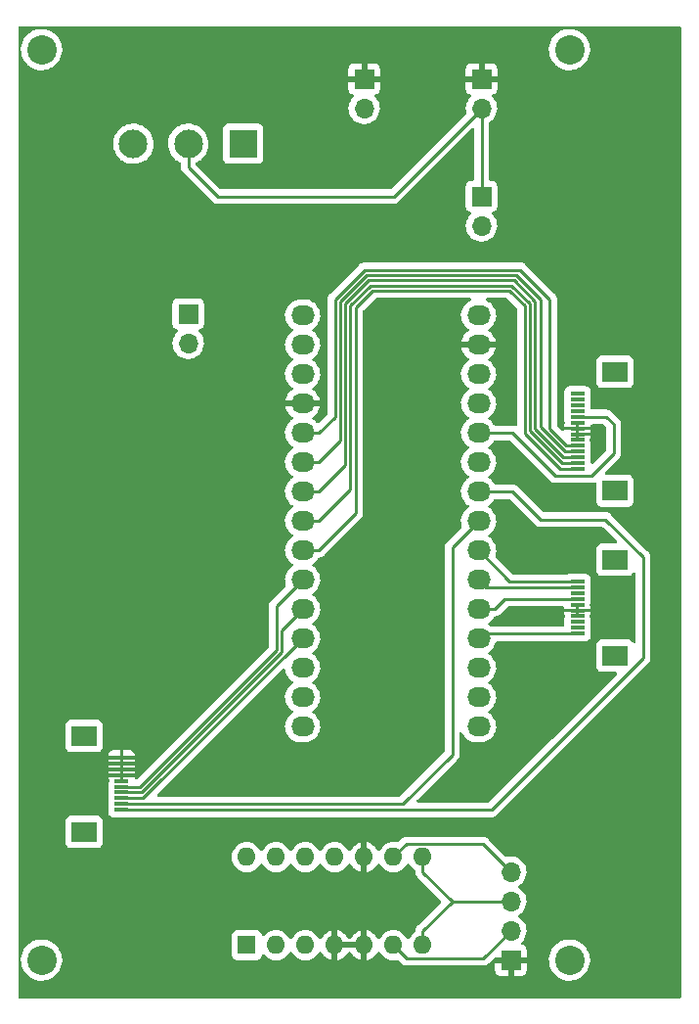
<source format=gbr>
%TF.GenerationSoftware,KiCad,Pcbnew,(6.0.1)*%
%TF.CreationDate,2022-06-06T15:56:05+01:00*%
%TF.ProjectId,psp-bluetooth,7073702d-626c-4756-9574-6f6f74682e6b,rev?*%
%TF.SameCoordinates,Original*%
%TF.FileFunction,Copper,L1,Top*%
%TF.FilePolarity,Positive*%
%FSLAX46Y46*%
G04 Gerber Fmt 4.6, Leading zero omitted, Abs format (unit mm)*
G04 Created by KiCad (PCBNEW (6.0.1)) date 2022-06-06 15:56:05*
%MOMM*%
%LPD*%
G01*
G04 APERTURE LIST*
%TA.AperFunction,ComponentPad*%
%ADD10O,2.032000X1.727200*%
%TD*%
%TA.AperFunction,ComponentPad*%
%ADD11C,2.540000*%
%TD*%
%TA.AperFunction,ComponentPad*%
%ADD12R,2.475000X2.475000*%
%TD*%
%TA.AperFunction,ComponentPad*%
%ADD13C,2.475000*%
%TD*%
%TA.AperFunction,ComponentPad*%
%ADD14R,1.600000X1.600000*%
%TD*%
%TA.AperFunction,ComponentPad*%
%ADD15O,1.600000X1.600000*%
%TD*%
%TA.AperFunction,ComponentPad*%
%ADD16R,1.700000X1.700000*%
%TD*%
%TA.AperFunction,ComponentPad*%
%ADD17O,1.700000X1.700000*%
%TD*%
%TA.AperFunction,SMDPad,CuDef*%
%ADD18R,1.300000X0.300000*%
%TD*%
%TA.AperFunction,SMDPad,CuDef*%
%ADD19R,2.200000X1.800000*%
%TD*%
%TA.AperFunction,Conductor*%
%ADD20C,0.250000*%
%TD*%
G04 APERTURE END LIST*
D10*
%TO.P,P1,1,Pin_1*%
%TO.N,/1(Tx)*%
X139446000Y-71247000D03*
%TO.P,P1,2,Pin_2*%
%TO.N,/0(Rx)*%
X139446000Y-73787000D03*
%TO.P,P1,3,Pin_3*%
%TO.N,/Reset*%
X139446000Y-76327000D03*
%TO.P,P1,4,Pin_4*%
%TO.N,GND*%
X139446000Y-78867000D03*
%TO.P,P1,5,Pin_5*%
%TO.N,/2*%
X139446000Y-81407000D03*
%TO.P,P1,6,Pin_6*%
%TO.N,/3(\u002A\u002A)*%
X139446000Y-83947000D03*
%TO.P,P1,7,Pin_7*%
%TO.N,/4*%
X139446000Y-86487000D03*
%TO.P,P1,8,Pin_8*%
%TO.N,/5(\u002A\u002A)*%
X139446000Y-89027000D03*
%TO.P,P1,9,Pin_9*%
%TO.N,/6(\u002A\u002A)*%
X139446000Y-91567000D03*
%TO.P,P1,10,Pin_10*%
%TO.N,/7*%
X139446000Y-94107000D03*
%TO.P,P1,11,Pin_11*%
%TO.N,/8*%
X139446000Y-96647000D03*
%TO.P,P1,12,Pin_12*%
%TO.N,/9(\u002A\u002A)*%
X139446000Y-99187000D03*
%TO.P,P1,13,Pin_13*%
%TO.N,/10(\u002A\u002A{slash}SS)*%
X139446000Y-101727000D03*
%TO.P,P1,14,Pin_14*%
%TO.N,/11(\u002A\u002A{slash}MOSI)*%
X139446000Y-104267000D03*
%TO.P,P1,15,Pin_15*%
%TO.N,/12(MISO)*%
X139446000Y-106807000D03*
%TD*%
%TO.P,P2,1,Pin_1*%
%TO.N,VIN*%
X154686000Y-71247000D03*
%TO.P,P2,2,Pin_2*%
%TO.N,GND*%
X154686000Y-73787000D03*
%TO.P,P2,3,Pin_3*%
%TO.N,/Reset*%
X154686000Y-76327000D03*
%TO.P,P2,4,Pin_4*%
%TO.N,+5V*%
X154686000Y-78867000D03*
%TO.P,P2,5,Pin_5*%
%TO.N,/A7 (D21)*%
X154686000Y-81407000D03*
%TO.P,P2,6,Pin_6*%
%TO.N,/A6 (D20)*%
X154686000Y-83947000D03*
%TO.P,P2,7,Pin_7*%
%TO.N,/A5 (D19)*%
X154686000Y-86487000D03*
%TO.P,P2,8,Pin_8*%
%TO.N,/A4 (D18)*%
X154686000Y-89027000D03*
%TO.P,P2,9,Pin_9*%
%TO.N,/A3 (D17)*%
X154686000Y-91567000D03*
%TO.P,P2,10,Pin_10*%
%TO.N,/A2 (D16)*%
X154686000Y-94107000D03*
%TO.P,P2,11,Pin_11*%
%TO.N,/A1 (D15)*%
X154686000Y-96647000D03*
%TO.P,P2,12,Pin_12*%
%TO.N,/A0 (D14)*%
X154686000Y-99187000D03*
%TO.P,P2,13,Pin_13*%
%TO.N,/AREF*%
X154686000Y-101727000D03*
%TO.P,P2,14,Pin_14*%
%TO.N,+3V3*%
X154686000Y-104267000D03*
%TO.P,P2,15,Pin_15*%
%TO.N,/13(SCK)*%
X154686000Y-106807000D03*
%TD*%
D11*
%TO.P,P3,1,Pin_1*%
%TO.N,unconnected-(P3-Pad1)*%
X116840000Y-48260000D03*
%TD*%
%TO.P,P4,1,Pin_1*%
%TO.N,unconnected-(P4-Pad1)*%
X116840000Y-127000000D03*
%TD*%
%TO.P,P5,1,Pin_1*%
%TO.N,unconnected-(P5-Pad1)*%
X162560000Y-127000000D03*
%TD*%
%TO.P,P6,1,Pin_1*%
%TO.N,unconnected-(P6-Pad1)*%
X162560000Y-48260000D03*
%TD*%
D12*
%TO.P,S1,1*%
%TO.N,unconnected-(S1-Pad1)*%
X134290000Y-56402500D03*
D13*
%TO.P,S1,2*%
%TO.N,Net-(J5-Pad2)*%
X129540000Y-56402500D03*
%TO.P,S1,3*%
%TO.N,Net-(J6-Pad2)*%
X124790000Y-56402500D03*
%TD*%
D14*
%TO.P,U1,1,~{CS}*%
%TO.N,/10(\u002A\u002A{slash}SS)*%
X134615000Y-125720000D03*
D15*
%TO.P,U1,2,SCK*%
%TO.N,/13(SCK)*%
X137155000Y-125720000D03*
%TO.P,U1,3,SDI*%
%TO.N,/11(\u002A\u002A{slash}MOSI)*%
X139695000Y-125720000D03*
%TO.P,U1,4,VSS*%
%TO.N,GND*%
X142235000Y-125720000D03*
%TO.P,U1,5,P1B*%
X144775000Y-125720000D03*
%TO.P,U1,6,P1W*%
%TO.N,Net-(J4-Pad2)*%
X147315000Y-125720000D03*
%TO.P,U1,7,P1A*%
%TO.N,Net-(J4-Pad3)*%
X149855000Y-125720000D03*
%TO.P,U1,8,P0A*%
X149855000Y-118100000D03*
%TO.P,U1,9,P0W*%
%TO.N,Net-(J4-Pad4)*%
X147315000Y-118100000D03*
%TO.P,U1,10,P0B*%
%TO.N,GND*%
X144775000Y-118100000D03*
%TO.P,U1,11,~{WP}*%
%TO.N,unconnected-(U1-Pad11)*%
X142235000Y-118100000D03*
%TO.P,U1,12,~{SHDN}*%
%TO.N,unconnected-(U1-Pad12)*%
X139695000Y-118100000D03*
%TO.P,U1,13,SDO*%
%TO.N,/12(MISO)*%
X137155000Y-118100000D03*
%TO.P,U1,14,VDD*%
%TO.N,+3V3*%
X134615000Y-118100000D03*
%TD*%
D16*
%TO.P,J7,1,Pin_1*%
%TO.N,/1(Tx)*%
X129540000Y-71120000D03*
D17*
%TO.P,J7,2,Pin_2*%
%TO.N,/0(Rx)*%
X129540000Y-73660000D03*
%TD*%
D18*
%TO.P,J3,1,Pin_1*%
%TO.N,/6(\u002A\u002A)*%
X163250000Y-84530000D03*
%TO.P,J3,2,Pin_2*%
%TO.N,/5(\u002A\u002A)*%
X163250000Y-84030000D03*
%TO.P,J3,3,Pin_3*%
%TO.N,/4*%
X163250000Y-83530000D03*
%TO.P,J3,4,Pin_4*%
%TO.N,/3(\u002A\u002A)*%
X163250000Y-83030000D03*
%TO.P,J3,5,Pin_5*%
%TO.N,/2*%
X163250000Y-82530000D03*
%TO.P,J3,6,Pin_6*%
%TO.N,GND*%
X163250000Y-82030000D03*
%TO.P,J3,7,Pin_7*%
X163250000Y-81530000D03*
%TO.P,J3,8,Pin_8*%
X163250000Y-81030000D03*
%TO.P,J3,9,Pin_9*%
X163250000Y-80530000D03*
%TO.P,J3,10,Pin_10*%
%TO.N,/A7 (D21)*%
X163250000Y-80030000D03*
%TO.P,J3,11,Pin_11*%
%TO.N,unconnected-(J3-Pad11)*%
X163250000Y-79530000D03*
%TO.P,J3,12,Pin_12*%
%TO.N,unconnected-(J3-Pad12)*%
X163250000Y-79030000D03*
%TO.P,J3,13,Pin_13*%
%TO.N,unconnected-(J3-Pad13)*%
X163250000Y-78530000D03*
%TO.P,J3,14,Pin_14*%
%TO.N,unconnected-(J3-Pad14)*%
X163250000Y-78030000D03*
D19*
%TO.P,J3,MP*%
%TO.N,N/C*%
X166500000Y-86430000D03*
X166500000Y-76130000D03*
%TD*%
D16*
%TO.P,J4,1,Pin_1*%
%TO.N,GND*%
X157480000Y-127000000D03*
D17*
%TO.P,J4,2,Pin_2*%
%TO.N,Net-(J4-Pad2)*%
X157480000Y-124460000D03*
%TO.P,J4,3,Pin_3*%
%TO.N,Net-(J4-Pad3)*%
X157480000Y-121920000D03*
%TO.P,J4,4,Pin_4*%
%TO.N,Net-(J4-Pad4)*%
X157480000Y-119380000D03*
%TD*%
D16*
%TO.P,J5,1,Pin_1*%
%TO.N,GND*%
X154940000Y-50800000D03*
D17*
%TO.P,J5,2,Pin_2*%
%TO.N,Net-(J5-Pad2)*%
X154940000Y-53340000D03*
%TD*%
D18*
%TO.P,J1,1,Pin_1*%
%TO.N,GND*%
X123770000Y-109510000D03*
%TO.P,J1,2,Pin_2*%
X123770000Y-110010000D03*
%TO.P,J1,3,Pin_3*%
X123770000Y-110510000D03*
%TO.P,J1,4,Pin_4*%
X123770000Y-111010000D03*
%TO.P,J1,5,Pin_5*%
X123770000Y-111510000D03*
%TO.P,J1,6,Pin_6*%
%TO.N,/7*%
X123770000Y-112010000D03*
%TO.P,J1,7,Pin_7*%
%TO.N,/8*%
X123770000Y-112510000D03*
%TO.P,J1,8,Pin_8*%
%TO.N,/9(\u002A\u002A)*%
X123770000Y-113010000D03*
%TO.P,J1,9,Pin_9*%
%TO.N,/A4 (D18)*%
X123770000Y-113510000D03*
%TO.P,J1,10,Pin_10*%
%TO.N,/A5 (D19)*%
X123770000Y-114010000D03*
D19*
%TO.P,J1,MP*%
%TO.N,N/C*%
X120520000Y-107610000D03*
X120520000Y-115910000D03*
%TD*%
D16*
%TO.P,J8,1,Pin_1*%
%TO.N,Net-(J5-Pad2)*%
X154940000Y-60960000D03*
D17*
%TO.P,J8,2,Pin_2*%
%TO.N,VIN*%
X154940000Y-63500000D03*
%TD*%
D16*
%TO.P,J6,1,Pin_1*%
%TO.N,GND*%
X144780000Y-50800000D03*
D17*
%TO.P,J6,2,Pin_2*%
%TO.N,Net-(J6-Pad2)*%
X144780000Y-53340000D03*
%TD*%
D18*
%TO.P,J2,1,Pin_1*%
%TO.N,/A0 (D14)*%
X163250000Y-98770000D03*
%TO.P,J2,2,Pin_2*%
%TO.N,unconnected-(J2-Pad2)*%
X163250000Y-98270000D03*
%TO.P,J2,3,Pin_3*%
%TO.N,unconnected-(J2-Pad3)*%
X163250000Y-97770000D03*
%TO.P,J2,4,Pin_4*%
%TO.N,GND*%
X163250000Y-97270000D03*
%TO.P,J2,5,Pin_5*%
X163250000Y-96770000D03*
%TO.P,J2,6,Pin_6*%
X163250000Y-96270000D03*
%TO.P,J2,7,Pin_7*%
%TO.N,/A1 (D15)*%
X163250000Y-95770000D03*
%TO.P,J2,8,Pin_8*%
%TO.N,unconnected-(J2-Pad8)*%
X163250000Y-95270000D03*
%TO.P,J2,9,Pin_9*%
%TO.N,/A2 (D16)*%
X163250000Y-94770000D03*
%TO.P,J2,10,Pin_10*%
%TO.N,/A3 (D17)*%
X163250000Y-94270000D03*
D19*
%TO.P,J2,MP*%
%TO.N,N/C*%
X166500000Y-92370000D03*
X166500000Y-100670000D03*
%TD*%
D20*
%TO.N,/A7 (D21)*%
X157607000Y-81407000D02*
X154686000Y-81407000D01*
X164465000Y-85090000D02*
X161290000Y-85090000D01*
X166370000Y-83185000D02*
X164465000Y-85090000D01*
X166370000Y-80645000D02*
X166370000Y-83185000D01*
X165755000Y-80030000D02*
X166370000Y-80645000D01*
X163250000Y-80030000D02*
X165755000Y-80030000D01*
X161290000Y-85090000D02*
X157607000Y-81407000D01*
%TO.N,Net-(J4-Pad3)*%
X152400000Y-121920000D02*
X157480000Y-121920000D01*
%TO.N,GND*%
X139573000Y-78740000D02*
X139446000Y-78867000D01*
%TO.N,/2*%
X162300978Y-82530000D02*
X160840480Y-81069502D01*
X142240000Y-80010000D02*
X140843000Y-81407000D01*
X140843000Y-81407000D02*
X139446000Y-81407000D01*
X160840480Y-81069502D02*
X160840480Y-69850000D01*
X142240000Y-69850000D02*
X142240000Y-80010000D01*
X163250000Y-82530000D02*
X162300978Y-82530000D01*
X160840480Y-69850000D02*
X158300480Y-67310000D01*
X158300480Y-67310000D02*
X144780000Y-67310000D01*
X144780000Y-67310000D02*
X142240000Y-69850000D01*
%TO.N,/3(\u002A\u002A)*%
X142689520Y-70036198D02*
X142689520Y-82100480D01*
X157929520Y-67759520D02*
X144966198Y-67759520D01*
X144966198Y-67759520D02*
X142689520Y-70036198D01*
X160020000Y-69850000D02*
X157929520Y-67759520D01*
X142689520Y-82100480D02*
X140843000Y-83947000D01*
X163250000Y-83030000D02*
X162165261Y-83030000D01*
X160020000Y-80884739D02*
X160020000Y-69850000D01*
X162165261Y-83030000D02*
X160020000Y-80884739D01*
X140843000Y-83947000D02*
X139446000Y-83947000D01*
%TO.N,/4*%
X143139040Y-70222396D02*
X143139040Y-84190960D01*
X145152396Y-68209040D02*
X143139040Y-70222396D01*
X159570480Y-70036198D02*
X157743322Y-68209040D01*
X159570480Y-81070936D02*
X159570480Y-70036198D01*
X140843000Y-86487000D02*
X139446000Y-86487000D01*
X162029544Y-83530000D02*
X159570480Y-81070936D01*
X163250000Y-83530000D02*
X162029544Y-83530000D01*
X143139040Y-84190960D02*
X140843000Y-86487000D01*
X157743322Y-68209040D02*
X145152396Y-68209040D01*
%TO.N,/5(\u002A\u002A)*%
X145338594Y-68658560D02*
X143588560Y-70408594D01*
X159120960Y-70222396D02*
X157557124Y-68658560D01*
X163250000Y-84030000D02*
X161893827Y-84030000D01*
X161893827Y-84030000D02*
X159120960Y-81257133D01*
X157557124Y-68658560D02*
X145338594Y-68658560D01*
X143588560Y-86281440D02*
X140843000Y-89027000D01*
X140843000Y-89027000D02*
X139446000Y-89027000D01*
X143588560Y-70408594D02*
X143588560Y-86281440D01*
X159120960Y-81257133D02*
X159120960Y-70222396D01*
%TO.N,/6(\u002A\u002A)*%
X144038080Y-70594792D02*
X144038080Y-88371920D01*
X158671440Y-70408594D02*
X157370926Y-69108080D01*
X145524792Y-69108080D02*
X144038080Y-70594792D01*
X140843000Y-91567000D02*
X139446000Y-91567000D01*
X163250000Y-84530000D02*
X161758109Y-84530000D01*
X144038080Y-88371920D02*
X140843000Y-91567000D01*
X161758109Y-84530000D02*
X158671440Y-81443331D01*
X157370926Y-69108080D02*
X145524792Y-69108080D01*
X158671440Y-81443331D02*
X158671440Y-70408594D01*
%TO.N,/7*%
X137160000Y-100201564D02*
X125351564Y-112010000D01*
X125351564Y-112010000D02*
X123770000Y-112010000D01*
X139446000Y-94107000D02*
X137160000Y-96393000D01*
X137160000Y-96393000D02*
X137160000Y-100201564D01*
%TO.N,/8*%
X137609520Y-100387762D02*
X137609520Y-98483480D01*
X123770000Y-112510000D02*
X125487282Y-112510000D01*
X137609520Y-98483480D02*
X139446000Y-96647000D01*
X125487282Y-112510000D02*
X137609520Y-100387762D01*
%TO.N,/9(\u002A\u002A)*%
X123770000Y-113010000D02*
X125623000Y-113010000D01*
X125623000Y-113010000D02*
X139446000Y-99187000D01*
%TO.N,/A4 (D18)*%
X123770000Y-113510000D02*
X148110000Y-113510000D01*
X152400000Y-91313000D02*
X154686000Y-89027000D01*
X148110000Y-113510000D02*
X152400000Y-109220000D01*
X152400000Y-109220000D02*
X152400000Y-91313000D01*
%TO.N,/A5 (D19)*%
X155809022Y-114010000D02*
X168910000Y-100909022D01*
X123770000Y-114010000D02*
X155809022Y-114010000D01*
X168910000Y-100909022D02*
X168910000Y-92130978D01*
X165679022Y-88900000D02*
X160020000Y-88900000D01*
X157607000Y-86487000D02*
X154686000Y-86487000D01*
X168910000Y-92130978D02*
X165679022Y-88900000D01*
X160020000Y-88900000D02*
X157607000Y-86487000D01*
%TO.N,/A0 (D14)*%
X155103000Y-98770000D02*
X154686000Y-99187000D01*
X163250000Y-98770000D02*
X155103000Y-98770000D01*
%TO.N,/A1 (D15)*%
X156083000Y-96647000D02*
X154686000Y-96647000D01*
X163250000Y-95770000D02*
X156960000Y-95770000D01*
X156960000Y-95770000D02*
X156083000Y-96647000D01*
%TO.N,/A2 (D16)*%
X155349000Y-94770000D02*
X154686000Y-94107000D01*
X163250000Y-94770000D02*
X155349000Y-94770000D01*
%TO.N,/A3 (D17)*%
X163250000Y-94270000D02*
X157389000Y-94270000D01*
X157389000Y-94270000D02*
X154686000Y-91567000D01*
%TO.N,Net-(J4-Pad2)*%
X148439511Y-126844511D02*
X155095489Y-126844511D01*
X147315000Y-125720000D02*
X148439511Y-126844511D01*
X155095489Y-126844511D02*
X157480000Y-124460000D01*
%TO.N,Net-(J4-Pad3)*%
X149855000Y-118100000D02*
X149855000Y-119375000D01*
X149855000Y-124465000D02*
X152400000Y-121920000D01*
X157030480Y-122369520D02*
X157480000Y-121920000D01*
X149855000Y-125720000D02*
X149855000Y-124465000D01*
X149855000Y-119375000D02*
X152400000Y-121920000D01*
%TO.N,Net-(J4-Pad4)*%
X147315000Y-118100000D02*
X148439511Y-116975489D01*
X155075489Y-116975489D02*
X157480000Y-119380000D01*
X148439511Y-116975489D02*
X155075489Y-116975489D01*
%TO.N,VIN*%
X154686000Y-63754000D02*
X154940000Y-63500000D01*
%TO.N,Net-(J5-Pad2)*%
X147320000Y-60960000D02*
X154940000Y-53340000D01*
X129540000Y-56402500D02*
X129540000Y-58420000D01*
X132080000Y-60960000D02*
X147320000Y-60960000D01*
X129540000Y-58420000D02*
X132080000Y-60960000D01*
X154940000Y-53340000D02*
X154940000Y-60960000D01*
%TD*%
%TA.AperFunction,Conductor*%
%TO.N,GND*%
G36*
X116734733Y-46229292D02*
G01*
X116744153Y-46228000D01*
X162450334Y-46228000D01*
X162454733Y-46229292D01*
X162464153Y-46228000D01*
X172086000Y-46228000D01*
X172154121Y-46248002D01*
X172200614Y-46301658D01*
X172212000Y-46354000D01*
X172212000Y-130176000D01*
X172191998Y-130244121D01*
X172138342Y-130290614D01*
X172086000Y-130302000D01*
X114934000Y-130302000D01*
X114865879Y-130281998D01*
X114819386Y-130228342D01*
X114808000Y-130176000D01*
X114808000Y-127016214D01*
X114822677Y-126966230D01*
X114822427Y-126965739D01*
X115045271Y-126965739D01*
X115054896Y-126980716D01*
X115059855Y-127010169D01*
X115069807Y-127217352D01*
X115079708Y-127267127D01*
X115119172Y-127465524D01*
X115121378Y-127476616D01*
X115122957Y-127481014D01*
X115122959Y-127481021D01*
X115209121Y-127721001D01*
X115210704Y-127725410D01*
X115212921Y-127729536D01*
X115305313Y-127901486D01*
X115335822Y-127958267D01*
X115338617Y-127962011D01*
X115338619Y-127962013D01*
X115444384Y-128103649D01*
X115493985Y-128170073D01*
X115497292Y-128173351D01*
X115497297Y-128173357D01*
X115678402Y-128352887D01*
X115681718Y-128356174D01*
X115894896Y-128512483D01*
X115899031Y-128514659D01*
X115899035Y-128514661D01*
X116022293Y-128579510D01*
X116128836Y-128635565D01*
X116378400Y-128722716D01*
X116382993Y-128723588D01*
X116633515Y-128771151D01*
X116633518Y-128771151D01*
X116638104Y-128772022D01*
X116770173Y-128777211D01*
X116897575Y-128782218D01*
X116897581Y-128782218D01*
X116902243Y-128782401D01*
X117165015Y-128753622D01*
X117169526Y-128752434D01*
X117169528Y-128752434D01*
X117416124Y-128687511D01*
X117416126Y-128687510D01*
X117420647Y-128686320D01*
X117535191Y-128637108D01*
X117659229Y-128583817D01*
X117659231Y-128583816D01*
X117663523Y-128581972D01*
X117888307Y-128442871D01*
X117904788Y-128428919D01*
X118086496Y-128275093D01*
X118086498Y-128275091D01*
X118090063Y-128272073D01*
X118264356Y-128073329D01*
X118338367Y-127958267D01*
X118379274Y-127894669D01*
X156122001Y-127894669D01*
X156122371Y-127901490D01*
X156127895Y-127952352D01*
X156131521Y-127967604D01*
X156176676Y-128088054D01*
X156185214Y-128103649D01*
X156261715Y-128205724D01*
X156274276Y-128218285D01*
X156376351Y-128294786D01*
X156391946Y-128303324D01*
X156512394Y-128348478D01*
X156527649Y-128352105D01*
X156578514Y-128357631D01*
X156585328Y-128358000D01*
X157207885Y-128358000D01*
X157223124Y-128353525D01*
X157224329Y-128352135D01*
X157226000Y-128344452D01*
X157226000Y-128339884D01*
X157734000Y-128339884D01*
X157738475Y-128355123D01*
X157739865Y-128356328D01*
X157747548Y-128357999D01*
X158374669Y-128357999D01*
X158381490Y-128357629D01*
X158432352Y-128352105D01*
X158447604Y-128348479D01*
X158568054Y-128303324D01*
X158583649Y-128294786D01*
X158685724Y-128218285D01*
X158698285Y-128205724D01*
X158774786Y-128103649D01*
X158783324Y-128088054D01*
X158828478Y-127967606D01*
X158832105Y-127952351D01*
X158837631Y-127901486D01*
X158838000Y-127894672D01*
X158838000Y-127272115D01*
X158833525Y-127256876D01*
X158832135Y-127255671D01*
X158824452Y-127254000D01*
X157752115Y-127254000D01*
X157736876Y-127258475D01*
X157735671Y-127259865D01*
X157734000Y-127267548D01*
X157734000Y-128339884D01*
X157226000Y-128339884D01*
X157226000Y-127272115D01*
X157221525Y-127256876D01*
X157220135Y-127255671D01*
X157212452Y-127254000D01*
X156140116Y-127254000D01*
X156124877Y-127258475D01*
X156123672Y-127259865D01*
X156122001Y-127267548D01*
X156122001Y-127894669D01*
X118379274Y-127894669D01*
X118404831Y-127854936D01*
X118407359Y-127851006D01*
X118515930Y-127609988D01*
X118587683Y-127355570D01*
X118621043Y-127093340D01*
X118623487Y-127000000D01*
X118621303Y-126970615D01*
X118604243Y-126741036D01*
X118604242Y-126741032D01*
X118603897Y-126736384D01*
X118565826Y-126568134D01*
X133306500Y-126568134D01*
X133313255Y-126630316D01*
X133364385Y-126766705D01*
X133451739Y-126883261D01*
X133568295Y-126970615D01*
X133704684Y-127021745D01*
X133766866Y-127028500D01*
X135463134Y-127028500D01*
X135525316Y-127021745D01*
X135661705Y-126970615D01*
X135778261Y-126883261D01*
X135865615Y-126766705D01*
X135916745Y-126630316D01*
X135917917Y-126619526D01*
X135918803Y-126617394D01*
X135919425Y-126614778D01*
X135919848Y-126614879D01*
X135945155Y-126553965D01*
X136003517Y-126513537D01*
X136074471Y-126511078D01*
X136135490Y-126547371D01*
X136142489Y-126556031D01*
X136145643Y-126559789D01*
X136148802Y-126564300D01*
X136310700Y-126726198D01*
X136315208Y-126729355D01*
X136315211Y-126729357D01*
X136356542Y-126758297D01*
X136498251Y-126857523D01*
X136503233Y-126859846D01*
X136503238Y-126859849D01*
X136693696Y-126948660D01*
X136705757Y-126954284D01*
X136711065Y-126955706D01*
X136711067Y-126955707D01*
X136921598Y-127012119D01*
X136921600Y-127012119D01*
X136926913Y-127013543D01*
X137155000Y-127033498D01*
X137383087Y-127013543D01*
X137388400Y-127012119D01*
X137388402Y-127012119D01*
X137598933Y-126955707D01*
X137598935Y-126955706D01*
X137604243Y-126954284D01*
X137616304Y-126948660D01*
X137806762Y-126859849D01*
X137806767Y-126859846D01*
X137811749Y-126857523D01*
X137953458Y-126758297D01*
X137994789Y-126729357D01*
X137994792Y-126729355D01*
X137999300Y-126726198D01*
X138161198Y-126564300D01*
X138292523Y-126376749D01*
X138294846Y-126371767D01*
X138294849Y-126371762D01*
X138310805Y-126337543D01*
X138357722Y-126284258D01*
X138425999Y-126264797D01*
X138493959Y-126285339D01*
X138539195Y-126337543D01*
X138555151Y-126371762D01*
X138555154Y-126371767D01*
X138557477Y-126376749D01*
X138688802Y-126564300D01*
X138850700Y-126726198D01*
X138855208Y-126729355D01*
X138855211Y-126729357D01*
X138896542Y-126758297D01*
X139038251Y-126857523D01*
X139043233Y-126859846D01*
X139043238Y-126859849D01*
X139233696Y-126948660D01*
X139245757Y-126954284D01*
X139251065Y-126955706D01*
X139251067Y-126955707D01*
X139461598Y-127012119D01*
X139461600Y-127012119D01*
X139466913Y-127013543D01*
X139695000Y-127033498D01*
X139923087Y-127013543D01*
X139928400Y-127012119D01*
X139928402Y-127012119D01*
X140138933Y-126955707D01*
X140138935Y-126955706D01*
X140144243Y-126954284D01*
X140156304Y-126948660D01*
X140346762Y-126859849D01*
X140346767Y-126859846D01*
X140351749Y-126857523D01*
X140493458Y-126758297D01*
X140534789Y-126729357D01*
X140534792Y-126729355D01*
X140539300Y-126726198D01*
X140701198Y-126564300D01*
X140832523Y-126376749D01*
X140834846Y-126371767D01*
X140834849Y-126371762D01*
X140851081Y-126336951D01*
X140897998Y-126283666D01*
X140966275Y-126264205D01*
X141034235Y-126284747D01*
X141079471Y-126336951D01*
X141095586Y-126371511D01*
X141101069Y-126381007D01*
X141226028Y-126559467D01*
X141233084Y-126567875D01*
X141387125Y-126721916D01*
X141395533Y-126728972D01*
X141573993Y-126853931D01*
X141583489Y-126859414D01*
X141780947Y-126951490D01*
X141791239Y-126955236D01*
X141963503Y-127001394D01*
X141977599Y-127001058D01*
X141981000Y-126993116D01*
X141981000Y-126987967D01*
X142489000Y-126987967D01*
X142492973Y-127001498D01*
X142501522Y-127002727D01*
X142678761Y-126955236D01*
X142689053Y-126951490D01*
X142886511Y-126859414D01*
X142896007Y-126853931D01*
X143074467Y-126728972D01*
X143082875Y-126721916D01*
X143236916Y-126567875D01*
X143243972Y-126559467D01*
X143368931Y-126381007D01*
X143374414Y-126371511D01*
X143390805Y-126336359D01*
X143437722Y-126283074D01*
X143505999Y-126263613D01*
X143573959Y-126284155D01*
X143619195Y-126336359D01*
X143635586Y-126371511D01*
X143641069Y-126381007D01*
X143766028Y-126559467D01*
X143773084Y-126567875D01*
X143927125Y-126721916D01*
X143935533Y-126728972D01*
X144113993Y-126853931D01*
X144123489Y-126859414D01*
X144320947Y-126951490D01*
X144331239Y-126955236D01*
X144503503Y-127001394D01*
X144517599Y-127001058D01*
X144521000Y-126993116D01*
X144521000Y-126987967D01*
X145029000Y-126987967D01*
X145032973Y-127001498D01*
X145041522Y-127002727D01*
X145218761Y-126955236D01*
X145229053Y-126951490D01*
X145426511Y-126859414D01*
X145436007Y-126853931D01*
X145614467Y-126728972D01*
X145622875Y-126721916D01*
X145776916Y-126567875D01*
X145783972Y-126559467D01*
X145908931Y-126381007D01*
X145914414Y-126371511D01*
X145930529Y-126336951D01*
X145977446Y-126283666D01*
X146045723Y-126264205D01*
X146113683Y-126284747D01*
X146158919Y-126336951D01*
X146175151Y-126371762D01*
X146175154Y-126371767D01*
X146177477Y-126376749D01*
X146308802Y-126564300D01*
X146470700Y-126726198D01*
X146475208Y-126729355D01*
X146475211Y-126729357D01*
X146516542Y-126758297D01*
X146658251Y-126857523D01*
X146663233Y-126859846D01*
X146663238Y-126859849D01*
X146853696Y-126948660D01*
X146865757Y-126954284D01*
X146871065Y-126955706D01*
X146871067Y-126955707D01*
X147081598Y-127012119D01*
X147081600Y-127012119D01*
X147086913Y-127013543D01*
X147315000Y-127033498D01*
X147543087Y-127013543D01*
X147548398Y-127012120D01*
X147548409Y-127012118D01*
X147606541Y-126996541D01*
X147677517Y-126998230D01*
X147728248Y-127029152D01*
X147935854Y-127236758D01*
X147943398Y-127245048D01*
X147947511Y-127251529D01*
X147953288Y-127256954D01*
X147997178Y-127298169D01*
X148000020Y-127300924D01*
X148019742Y-127320646D01*
X148022884Y-127323083D01*
X148022944Y-127323130D01*
X148031956Y-127330828D01*
X148045389Y-127343442D01*
X148064190Y-127361097D01*
X148071133Y-127364914D01*
X148081942Y-127370856D01*
X148098464Y-127381709D01*
X148114470Y-127394125D01*
X148121748Y-127397275D01*
X148121749Y-127397275D01*
X148155048Y-127411685D01*
X148165698Y-127416902D01*
X148204451Y-127438206D01*
X148212126Y-127440177D01*
X148212127Y-127440177D01*
X148224073Y-127443244D01*
X148242778Y-127449648D01*
X148261366Y-127457692D01*
X148269189Y-127458931D01*
X148269199Y-127458934D01*
X148305035Y-127464610D01*
X148316655Y-127467016D01*
X148348470Y-127475184D01*
X148359481Y-127478011D01*
X148379735Y-127478011D01*
X148399445Y-127479562D01*
X148419454Y-127482731D01*
X148427346Y-127481985D01*
X148446091Y-127480213D01*
X148463473Y-127478570D01*
X148475330Y-127478011D01*
X155016722Y-127478011D01*
X155027905Y-127478538D01*
X155035398Y-127480213D01*
X155043324Y-127479964D01*
X155043325Y-127479964D01*
X155103475Y-127478073D01*
X155107434Y-127478011D01*
X155135345Y-127478011D01*
X155139280Y-127477514D01*
X155139345Y-127477506D01*
X155151182Y-127476573D01*
X155183440Y-127475559D01*
X155187459Y-127475433D01*
X155195378Y-127475184D01*
X155214832Y-127469532D01*
X155234189Y-127465524D01*
X155246419Y-127463979D01*
X155246420Y-127463979D01*
X155254286Y-127462985D01*
X155261657Y-127460066D01*
X155261659Y-127460066D01*
X155295401Y-127446707D01*
X155306631Y-127442862D01*
X155341472Y-127432740D01*
X155341473Y-127432740D01*
X155349082Y-127430529D01*
X155355901Y-127426496D01*
X155355906Y-127426494D01*
X155366517Y-127420218D01*
X155384265Y-127411523D01*
X155403106Y-127404063D01*
X155438876Y-127378075D01*
X155448796Y-127371559D01*
X155480024Y-127353091D01*
X155480027Y-127353089D01*
X155486851Y-127349053D01*
X155501172Y-127334732D01*
X155516206Y-127321891D01*
X155517920Y-127320646D01*
X155532596Y-127309983D01*
X155560787Y-127275906D01*
X155568777Y-127267127D01*
X155882590Y-126953314D01*
X160777124Y-126953314D01*
X160777348Y-126957980D01*
X160777348Y-126957985D01*
X160783093Y-127077576D01*
X160789807Y-127217352D01*
X160799708Y-127267127D01*
X160839172Y-127465524D01*
X160841378Y-127476616D01*
X160842957Y-127481014D01*
X160842959Y-127481021D01*
X160929121Y-127721001D01*
X160930704Y-127725410D01*
X160932921Y-127729536D01*
X161025313Y-127901486D01*
X161055822Y-127958267D01*
X161058617Y-127962011D01*
X161058619Y-127962013D01*
X161164384Y-128103649D01*
X161213985Y-128170073D01*
X161217292Y-128173351D01*
X161217297Y-128173357D01*
X161398402Y-128352887D01*
X161401718Y-128356174D01*
X161614896Y-128512483D01*
X161619031Y-128514659D01*
X161619035Y-128514661D01*
X161742293Y-128579510D01*
X161848836Y-128635565D01*
X162098400Y-128722716D01*
X162102993Y-128723588D01*
X162353515Y-128771151D01*
X162353518Y-128771151D01*
X162358104Y-128772022D01*
X162490173Y-128777211D01*
X162617575Y-128782218D01*
X162617581Y-128782218D01*
X162622243Y-128782401D01*
X162885015Y-128753622D01*
X162889526Y-128752434D01*
X162889528Y-128752434D01*
X163136124Y-128687511D01*
X163136126Y-128687510D01*
X163140647Y-128686320D01*
X163255191Y-128637108D01*
X163379229Y-128583817D01*
X163379231Y-128583816D01*
X163383523Y-128581972D01*
X163608307Y-128442871D01*
X163624788Y-128428919D01*
X163806496Y-128275093D01*
X163806498Y-128275091D01*
X163810063Y-128272073D01*
X163984356Y-128073329D01*
X164058367Y-127958267D01*
X164124831Y-127854936D01*
X164127359Y-127851006D01*
X164235930Y-127609988D01*
X164307683Y-127355570D01*
X164341043Y-127093340D01*
X164343487Y-127000000D01*
X164341303Y-126970615D01*
X164324243Y-126741036D01*
X164324242Y-126741032D01*
X164323897Y-126736384D01*
X164265557Y-126478559D01*
X164250028Y-126438626D01*
X164171442Y-126236542D01*
X164171441Y-126236540D01*
X164169749Y-126232189D01*
X164143535Y-126186323D01*
X164075381Y-126067079D01*
X164038578Y-126002687D01*
X163874925Y-125795094D01*
X163682385Y-125613970D01*
X163645212Y-125588182D01*
X163469026Y-125465958D01*
X163469021Y-125465955D01*
X163465188Y-125463296D01*
X163460997Y-125461229D01*
X163232294Y-125348445D01*
X163232291Y-125348444D01*
X163228106Y-125346380D01*
X163205964Y-125339292D01*
X163008449Y-125276067D01*
X162976347Y-125265791D01*
X162833825Y-125242580D01*
X162720053Y-125224051D01*
X162720052Y-125224051D01*
X162715441Y-125223300D01*
X162583281Y-125221570D01*
X162455798Y-125219901D01*
X162455795Y-125219901D01*
X162451121Y-125219840D01*
X162189192Y-125255486D01*
X162184702Y-125256795D01*
X162184696Y-125256796D01*
X162076732Y-125288265D01*
X161935410Y-125329457D01*
X161931163Y-125331415D01*
X161931160Y-125331416D01*
X161840950Y-125373004D01*
X161695348Y-125440127D01*
X161676549Y-125452452D01*
X161478195Y-125582499D01*
X161478190Y-125582503D01*
X161474282Y-125585065D01*
X161277067Y-125761086D01*
X161108036Y-125964324D01*
X160970901Y-126190314D01*
X160969095Y-126194622D01*
X160969094Y-126194623D01*
X160894814Y-126371762D01*
X160868677Y-126434091D01*
X160867526Y-126438623D01*
X160867525Y-126438626D01*
X160856226Y-126483116D01*
X160803608Y-126690301D01*
X160777124Y-126953314D01*
X155882590Y-126953314D01*
X156052999Y-126782905D01*
X156115311Y-126748879D01*
X156142094Y-126746000D01*
X158819884Y-126746000D01*
X158835123Y-126741525D01*
X158836328Y-126740135D01*
X158837999Y-126732452D01*
X158837999Y-126105331D01*
X158837629Y-126098510D01*
X158832105Y-126047648D01*
X158828479Y-126032396D01*
X158783324Y-125911946D01*
X158774786Y-125896351D01*
X158698285Y-125794276D01*
X158685724Y-125781715D01*
X158583649Y-125705214D01*
X158568054Y-125696676D01*
X158457813Y-125655348D01*
X158401049Y-125612706D01*
X158376349Y-125546145D01*
X158391557Y-125476796D01*
X158413104Y-125448115D01*
X158514430Y-125347144D01*
X158514440Y-125347132D01*
X158518096Y-125343489D01*
X158606903Y-125219901D01*
X158645435Y-125166277D01*
X158648453Y-125162077D01*
X158651292Y-125156334D01*
X158745136Y-124966453D01*
X158745137Y-124966451D01*
X158747430Y-124961811D01*
X158812370Y-124748069D01*
X158841529Y-124526590D01*
X158842453Y-124488763D01*
X158843074Y-124463365D01*
X158843074Y-124463361D01*
X158843156Y-124460000D01*
X158824852Y-124237361D01*
X158770431Y-124020702D01*
X158681354Y-123815840D01*
X158560014Y-123628277D01*
X158409670Y-123463051D01*
X158405619Y-123459852D01*
X158405615Y-123459848D01*
X158238414Y-123327800D01*
X158238410Y-123327798D01*
X158234359Y-123324598D01*
X158193053Y-123301796D01*
X158143084Y-123251364D01*
X158128312Y-123181921D01*
X158153428Y-123115516D01*
X158180780Y-123088909D01*
X158224603Y-123057650D01*
X158359860Y-122961173D01*
X158518096Y-122803489D01*
X158648453Y-122622077D01*
X158652611Y-122613665D01*
X158745136Y-122426453D01*
X158745137Y-122426451D01*
X158747430Y-122421811D01*
X158812370Y-122208069D01*
X158841529Y-121986590D01*
X158843156Y-121920000D01*
X158824852Y-121697361D01*
X158770431Y-121480702D01*
X158681354Y-121275840D01*
X158560014Y-121088277D01*
X158409670Y-120923051D01*
X158405619Y-120919852D01*
X158405615Y-120919848D01*
X158238414Y-120787800D01*
X158238410Y-120787798D01*
X158234359Y-120784598D01*
X158193053Y-120761796D01*
X158143084Y-120711364D01*
X158128312Y-120641921D01*
X158153428Y-120575516D01*
X158180780Y-120548909D01*
X158224603Y-120517650D01*
X158359860Y-120421173D01*
X158518096Y-120263489D01*
X158577594Y-120180689D01*
X158645435Y-120086277D01*
X158648453Y-120082077D01*
X158747430Y-119881811D01*
X158807950Y-119682617D01*
X158810865Y-119673023D01*
X158810865Y-119673021D01*
X158812370Y-119668069D01*
X158841529Y-119446590D01*
X158841917Y-119430699D01*
X158843074Y-119383365D01*
X158843074Y-119383361D01*
X158843156Y-119380000D01*
X158824852Y-119157361D01*
X158770431Y-118940702D01*
X158681354Y-118735840D01*
X158560014Y-118548277D01*
X158409670Y-118383051D01*
X158405619Y-118379852D01*
X158405615Y-118379848D01*
X158238414Y-118247800D01*
X158238410Y-118247798D01*
X158234359Y-118244598D01*
X158038789Y-118136638D01*
X158033920Y-118134914D01*
X158033916Y-118134912D01*
X157833087Y-118063795D01*
X157833083Y-118063794D01*
X157828212Y-118062069D01*
X157823119Y-118061162D01*
X157823116Y-118061161D01*
X157613373Y-118023800D01*
X157613367Y-118023799D01*
X157608284Y-118022894D01*
X157534452Y-118021992D01*
X157390081Y-118020228D01*
X157390079Y-118020228D01*
X157384911Y-118020165D01*
X157164091Y-118053955D01*
X157151532Y-118058060D01*
X157080568Y-118060210D01*
X157023294Y-118027389D01*
X155579141Y-116583236D01*
X155571601Y-116574950D01*
X155567489Y-116568471D01*
X155517837Y-116521845D01*
X155514996Y-116519091D01*
X155495259Y-116499354D01*
X155492062Y-116496874D01*
X155483040Y-116489169D01*
X155469611Y-116476558D01*
X155450810Y-116458903D01*
X155443864Y-116455084D01*
X155443861Y-116455082D01*
X155433055Y-116449141D01*
X155416536Y-116438290D01*
X155416072Y-116437930D01*
X155400530Y-116425875D01*
X155393261Y-116422730D01*
X155393257Y-116422727D01*
X155359952Y-116408315D01*
X155349302Y-116403098D01*
X155310549Y-116381794D01*
X155290926Y-116376756D01*
X155272223Y-116370352D01*
X155260909Y-116365456D01*
X155260908Y-116365456D01*
X155253634Y-116362308D01*
X155245811Y-116361069D01*
X155245801Y-116361066D01*
X155209965Y-116355390D01*
X155198345Y-116352984D01*
X155163200Y-116343961D01*
X155163199Y-116343961D01*
X155155519Y-116341989D01*
X155135265Y-116341989D01*
X155115554Y-116340438D01*
X155103375Y-116338509D01*
X155095546Y-116337269D01*
X155066275Y-116340036D01*
X155051528Y-116341430D01*
X155039670Y-116341989D01*
X148518279Y-116341989D01*
X148507096Y-116341462D01*
X148499603Y-116339787D01*
X148491677Y-116340036D01*
X148491676Y-116340036D01*
X148431513Y-116341927D01*
X148427555Y-116341989D01*
X148399655Y-116341989D01*
X148395665Y-116342493D01*
X148383831Y-116343425D01*
X148339622Y-116344815D01*
X148332008Y-116347027D01*
X148332003Y-116347028D01*
X148320170Y-116350466D01*
X148300807Y-116354477D01*
X148280714Y-116357015D01*
X148273347Y-116359932D01*
X148273342Y-116359933D01*
X148239603Y-116373291D01*
X148228376Y-116377135D01*
X148185918Y-116389471D01*
X148179092Y-116393508D01*
X148168483Y-116399782D01*
X148150735Y-116408477D01*
X148131894Y-116415937D01*
X148125478Y-116420599D01*
X148125477Y-116420599D01*
X148096124Y-116441925D01*
X148086204Y-116448441D01*
X148054976Y-116466909D01*
X148054973Y-116466911D01*
X148048149Y-116470947D01*
X148033828Y-116485268D01*
X148018795Y-116498108D01*
X148002404Y-116510017D01*
X147993728Y-116520505D01*
X147974213Y-116544094D01*
X147966223Y-116552873D01*
X147728248Y-116790848D01*
X147665936Y-116824874D01*
X147606541Y-116823459D01*
X147548409Y-116807882D01*
X147548398Y-116807880D01*
X147543087Y-116806457D01*
X147315000Y-116786502D01*
X147086913Y-116806457D01*
X147081600Y-116807881D01*
X147081598Y-116807881D01*
X146871067Y-116864293D01*
X146871065Y-116864294D01*
X146865757Y-116865716D01*
X146860776Y-116868039D01*
X146860775Y-116868039D01*
X146663238Y-116960151D01*
X146663233Y-116960154D01*
X146658251Y-116962477D01*
X146553389Y-117035902D01*
X146475211Y-117090643D01*
X146475208Y-117090645D01*
X146470700Y-117093802D01*
X146308802Y-117255700D01*
X146177477Y-117443251D01*
X146175154Y-117448233D01*
X146175151Y-117448238D01*
X146158919Y-117483049D01*
X146112002Y-117536334D01*
X146043725Y-117555795D01*
X145975765Y-117535253D01*
X145930529Y-117483049D01*
X145914414Y-117448489D01*
X145908931Y-117438993D01*
X145783972Y-117260533D01*
X145776916Y-117252125D01*
X145622875Y-117098084D01*
X145614467Y-117091028D01*
X145436007Y-116966069D01*
X145426511Y-116960586D01*
X145229053Y-116868510D01*
X145218761Y-116864764D01*
X145046497Y-116818606D01*
X145032401Y-116818942D01*
X145029000Y-116826884D01*
X145029000Y-119367967D01*
X145032973Y-119381498D01*
X145041522Y-119382727D01*
X145218761Y-119335236D01*
X145229053Y-119331490D01*
X145426511Y-119239414D01*
X145436007Y-119233931D01*
X145614467Y-119108972D01*
X145622875Y-119101916D01*
X145776916Y-118947875D01*
X145783972Y-118939467D01*
X145908931Y-118761007D01*
X145914414Y-118751511D01*
X145930529Y-118716951D01*
X145977446Y-118663666D01*
X146045723Y-118644205D01*
X146113683Y-118664747D01*
X146158919Y-118716951D01*
X146175151Y-118751762D01*
X146175154Y-118751767D01*
X146177477Y-118756749D01*
X146308802Y-118944300D01*
X146470700Y-119106198D01*
X146475208Y-119109355D01*
X146475211Y-119109357D01*
X146504274Y-119129707D01*
X146658251Y-119237523D01*
X146663233Y-119239846D01*
X146663238Y-119239849D01*
X146859765Y-119331490D01*
X146865757Y-119334284D01*
X146871065Y-119335706D01*
X146871067Y-119335707D01*
X147081598Y-119392119D01*
X147081600Y-119392119D01*
X147086913Y-119393543D01*
X147315000Y-119413498D01*
X147543087Y-119393543D01*
X147548400Y-119392119D01*
X147548402Y-119392119D01*
X147758933Y-119335707D01*
X147758935Y-119335706D01*
X147764243Y-119334284D01*
X147770235Y-119331490D01*
X147966762Y-119239849D01*
X147966767Y-119239846D01*
X147971749Y-119237523D01*
X148125726Y-119129707D01*
X148154789Y-119109357D01*
X148154792Y-119109355D01*
X148159300Y-119106198D01*
X148321198Y-118944300D01*
X148452523Y-118756749D01*
X148454846Y-118751767D01*
X148454849Y-118751762D01*
X148470805Y-118717543D01*
X148517722Y-118664258D01*
X148585999Y-118644797D01*
X148653959Y-118665339D01*
X148699195Y-118717543D01*
X148715151Y-118751762D01*
X148715154Y-118751767D01*
X148717477Y-118756749D01*
X148848802Y-118944300D01*
X149010700Y-119106198D01*
X149015208Y-119109355D01*
X149015211Y-119109357D01*
X149165717Y-119214743D01*
X149210045Y-119270200D01*
X149216694Y-119314991D01*
X149219298Y-119314909D01*
X149221438Y-119382986D01*
X149221500Y-119386945D01*
X149221500Y-119414856D01*
X149221997Y-119418790D01*
X149221997Y-119418791D01*
X149222005Y-119418856D01*
X149222938Y-119430693D01*
X149224327Y-119474889D01*
X149229978Y-119494339D01*
X149233987Y-119513700D01*
X149236526Y-119533797D01*
X149239445Y-119541168D01*
X149239445Y-119541170D01*
X149252804Y-119574912D01*
X149256649Y-119586142D01*
X149268982Y-119628593D01*
X149273015Y-119635412D01*
X149273017Y-119635417D01*
X149279293Y-119646028D01*
X149287988Y-119663776D01*
X149295448Y-119682617D01*
X149300110Y-119689033D01*
X149300110Y-119689034D01*
X149321436Y-119718387D01*
X149327952Y-119728307D01*
X149350458Y-119766362D01*
X149364779Y-119780683D01*
X149377619Y-119795716D01*
X149389528Y-119812107D01*
X149395634Y-119817158D01*
X149423605Y-119840298D01*
X149432384Y-119848288D01*
X151415001Y-121830905D01*
X151449027Y-121893217D01*
X151443962Y-121964032D01*
X151415001Y-122009095D01*
X150390768Y-123033327D01*
X149462747Y-123961348D01*
X149454461Y-123968888D01*
X149447982Y-123973000D01*
X149442557Y-123978777D01*
X149401357Y-124022651D01*
X149398602Y-124025493D01*
X149378865Y-124045230D01*
X149376385Y-124048427D01*
X149368682Y-124057447D01*
X149338414Y-124089679D01*
X149334595Y-124096625D01*
X149334593Y-124096628D01*
X149328652Y-124107434D01*
X149317801Y-124123953D01*
X149305386Y-124139959D01*
X149302241Y-124147228D01*
X149302238Y-124147232D01*
X149287826Y-124180537D01*
X149282609Y-124191187D01*
X149261305Y-124229940D01*
X149259334Y-124237615D01*
X149259334Y-124237616D01*
X149256267Y-124249562D01*
X149249863Y-124268266D01*
X149241819Y-124286855D01*
X149240580Y-124294678D01*
X149240577Y-124294688D01*
X149234901Y-124330524D01*
X149232495Y-124342144D01*
X149221500Y-124384970D01*
X149221500Y-124405224D01*
X149219949Y-124424934D01*
X149216780Y-124444943D01*
X149217526Y-124452835D01*
X149217526Y-124452836D01*
X149220922Y-124488763D01*
X149207419Y-124558463D01*
X149167752Y-124603833D01*
X149015211Y-124710643D01*
X149015208Y-124710645D01*
X149010700Y-124713802D01*
X148848802Y-124875700D01*
X148717477Y-125063251D01*
X148715154Y-125068233D01*
X148715151Y-125068238D01*
X148699195Y-125102457D01*
X148652278Y-125155742D01*
X148584001Y-125175203D01*
X148516041Y-125154661D01*
X148470805Y-125102457D01*
X148454849Y-125068238D01*
X148454846Y-125068233D01*
X148452523Y-125063251D01*
X148321198Y-124875700D01*
X148159300Y-124713802D01*
X148154792Y-124710645D01*
X148154789Y-124710643D01*
X148073094Y-124653440D01*
X147971749Y-124582477D01*
X147966767Y-124580154D01*
X147966762Y-124580151D01*
X147769225Y-124488039D01*
X147769224Y-124488039D01*
X147764243Y-124485716D01*
X147758935Y-124484294D01*
X147758933Y-124484293D01*
X147548402Y-124427881D01*
X147548400Y-124427881D01*
X147543087Y-124426457D01*
X147315000Y-124406502D01*
X147086913Y-124426457D01*
X147081600Y-124427881D01*
X147081598Y-124427881D01*
X146871067Y-124484293D01*
X146871065Y-124484294D01*
X146865757Y-124485716D01*
X146860776Y-124488039D01*
X146860775Y-124488039D01*
X146663238Y-124580151D01*
X146663233Y-124580154D01*
X146658251Y-124582477D01*
X146556906Y-124653440D01*
X146475211Y-124710643D01*
X146475208Y-124710645D01*
X146470700Y-124713802D01*
X146308802Y-124875700D01*
X146177477Y-125063251D01*
X146175154Y-125068233D01*
X146175151Y-125068238D01*
X146158919Y-125103049D01*
X146112002Y-125156334D01*
X146043725Y-125175795D01*
X145975765Y-125155253D01*
X145930529Y-125103049D01*
X145914414Y-125068489D01*
X145908931Y-125058993D01*
X145783972Y-124880533D01*
X145776916Y-124872125D01*
X145622875Y-124718084D01*
X145614467Y-124711028D01*
X145436007Y-124586069D01*
X145426511Y-124580586D01*
X145229053Y-124488510D01*
X145218761Y-124484764D01*
X145046497Y-124438606D01*
X145032401Y-124438942D01*
X145029000Y-124446884D01*
X145029000Y-126987967D01*
X144521000Y-126987967D01*
X144521000Y-125992115D01*
X144516525Y-125976876D01*
X144515135Y-125975671D01*
X144507452Y-125974000D01*
X142507115Y-125974000D01*
X142491876Y-125978475D01*
X142490671Y-125979865D01*
X142489000Y-125987548D01*
X142489000Y-126987967D01*
X141981000Y-126987967D01*
X141981000Y-125447885D01*
X142489000Y-125447885D01*
X142493475Y-125463124D01*
X142494865Y-125464329D01*
X142502548Y-125466000D01*
X144502885Y-125466000D01*
X144518124Y-125461525D01*
X144519329Y-125460135D01*
X144521000Y-125452452D01*
X144521000Y-124452033D01*
X144517027Y-124438502D01*
X144508478Y-124437273D01*
X144331239Y-124484764D01*
X144320947Y-124488510D01*
X144123489Y-124580586D01*
X144113993Y-124586069D01*
X143935533Y-124711028D01*
X143927125Y-124718084D01*
X143773084Y-124872125D01*
X143766028Y-124880533D01*
X143641069Y-125058993D01*
X143635586Y-125068489D01*
X143619195Y-125103641D01*
X143572278Y-125156926D01*
X143504001Y-125176387D01*
X143436041Y-125155845D01*
X143390805Y-125103641D01*
X143374414Y-125068489D01*
X143368931Y-125058993D01*
X143243972Y-124880533D01*
X143236916Y-124872125D01*
X143082875Y-124718084D01*
X143074467Y-124711028D01*
X142896007Y-124586069D01*
X142886511Y-124580586D01*
X142689053Y-124488510D01*
X142678761Y-124484764D01*
X142506497Y-124438606D01*
X142492401Y-124438942D01*
X142489000Y-124446884D01*
X142489000Y-125447885D01*
X141981000Y-125447885D01*
X141981000Y-124452033D01*
X141977027Y-124438502D01*
X141968478Y-124437273D01*
X141791239Y-124484764D01*
X141780947Y-124488510D01*
X141583489Y-124580586D01*
X141573993Y-124586069D01*
X141395533Y-124711028D01*
X141387125Y-124718084D01*
X141233084Y-124872125D01*
X141226028Y-124880533D01*
X141101069Y-125058993D01*
X141095586Y-125068489D01*
X141079471Y-125103049D01*
X141032554Y-125156334D01*
X140964277Y-125175795D01*
X140896317Y-125155253D01*
X140851081Y-125103049D01*
X140834849Y-125068238D01*
X140834846Y-125068233D01*
X140832523Y-125063251D01*
X140701198Y-124875700D01*
X140539300Y-124713802D01*
X140534792Y-124710645D01*
X140534789Y-124710643D01*
X140453094Y-124653440D01*
X140351749Y-124582477D01*
X140346767Y-124580154D01*
X140346762Y-124580151D01*
X140149225Y-124488039D01*
X140149224Y-124488039D01*
X140144243Y-124485716D01*
X140138935Y-124484294D01*
X140138933Y-124484293D01*
X139928402Y-124427881D01*
X139928400Y-124427881D01*
X139923087Y-124426457D01*
X139695000Y-124406502D01*
X139466913Y-124426457D01*
X139461600Y-124427881D01*
X139461598Y-124427881D01*
X139251067Y-124484293D01*
X139251065Y-124484294D01*
X139245757Y-124485716D01*
X139240776Y-124488039D01*
X139240775Y-124488039D01*
X139043238Y-124580151D01*
X139043233Y-124580154D01*
X139038251Y-124582477D01*
X138936906Y-124653440D01*
X138855211Y-124710643D01*
X138855208Y-124710645D01*
X138850700Y-124713802D01*
X138688802Y-124875700D01*
X138557477Y-125063251D01*
X138555154Y-125068233D01*
X138555151Y-125068238D01*
X138539195Y-125102457D01*
X138492278Y-125155742D01*
X138424001Y-125175203D01*
X138356041Y-125154661D01*
X138310805Y-125102457D01*
X138294849Y-125068238D01*
X138294846Y-125068233D01*
X138292523Y-125063251D01*
X138161198Y-124875700D01*
X137999300Y-124713802D01*
X137994792Y-124710645D01*
X137994789Y-124710643D01*
X137913094Y-124653440D01*
X137811749Y-124582477D01*
X137806767Y-124580154D01*
X137806762Y-124580151D01*
X137609225Y-124488039D01*
X137609224Y-124488039D01*
X137604243Y-124485716D01*
X137598935Y-124484294D01*
X137598933Y-124484293D01*
X137388402Y-124427881D01*
X137388400Y-124427881D01*
X137383087Y-124426457D01*
X137155000Y-124406502D01*
X136926913Y-124426457D01*
X136921600Y-124427881D01*
X136921598Y-124427881D01*
X136711067Y-124484293D01*
X136711065Y-124484294D01*
X136705757Y-124485716D01*
X136700776Y-124488039D01*
X136700775Y-124488039D01*
X136503238Y-124580151D01*
X136503233Y-124580154D01*
X136498251Y-124582477D01*
X136396906Y-124653440D01*
X136315211Y-124710643D01*
X136315208Y-124710645D01*
X136310700Y-124713802D01*
X136148802Y-124875700D01*
X136145643Y-124880211D01*
X136142108Y-124884424D01*
X136140974Y-124883473D01*
X136090929Y-124923471D01*
X136020310Y-124930776D01*
X135956951Y-124898742D01*
X135920970Y-124837538D01*
X135917918Y-124820483D01*
X135916745Y-124809684D01*
X135865615Y-124673295D01*
X135778261Y-124556739D01*
X135661705Y-124469385D01*
X135525316Y-124418255D01*
X135463134Y-124411500D01*
X133766866Y-124411500D01*
X133704684Y-124418255D01*
X133568295Y-124469385D01*
X133451739Y-124556739D01*
X133364385Y-124673295D01*
X133313255Y-124809684D01*
X133306500Y-124871866D01*
X133306500Y-126568134D01*
X118565826Y-126568134D01*
X118545557Y-126478559D01*
X118530028Y-126438626D01*
X118451442Y-126236542D01*
X118451441Y-126236540D01*
X118449749Y-126232189D01*
X118423535Y-126186323D01*
X118355381Y-126067079D01*
X118318578Y-126002687D01*
X118154925Y-125795094D01*
X117962385Y-125613970D01*
X117925212Y-125588182D01*
X117749026Y-125465958D01*
X117749021Y-125465955D01*
X117745188Y-125463296D01*
X117740997Y-125461229D01*
X117512294Y-125348445D01*
X117512291Y-125348444D01*
X117508106Y-125346380D01*
X117485964Y-125339292D01*
X117288449Y-125276067D01*
X117256347Y-125265791D01*
X117113825Y-125242580D01*
X117000053Y-125224051D01*
X117000052Y-125224051D01*
X116995441Y-125223300D01*
X116863281Y-125221570D01*
X116735798Y-125219901D01*
X116735795Y-125219901D01*
X116731121Y-125219840D01*
X116469192Y-125255486D01*
X116464702Y-125256795D01*
X116464696Y-125256796D01*
X116356732Y-125288265D01*
X116215410Y-125329457D01*
X116211163Y-125331415D01*
X116211160Y-125331416D01*
X116120950Y-125373004D01*
X115975348Y-125440127D01*
X115956549Y-125452452D01*
X115758195Y-125582499D01*
X115758190Y-125582503D01*
X115754282Y-125585065D01*
X115557067Y-125761086D01*
X115388036Y-125964324D01*
X115250901Y-126190314D01*
X115249095Y-126194622D01*
X115249094Y-126194623D01*
X115174814Y-126371762D01*
X115148677Y-126434091D01*
X115147526Y-126438623D01*
X115147525Y-126438626D01*
X115136226Y-126483116D01*
X115083608Y-126690301D01*
X115083139Y-126694959D01*
X115059366Y-126931049D01*
X115045271Y-126965739D01*
X114822427Y-126965739D01*
X114810156Y-126941632D01*
X114808000Y-126918425D01*
X114808000Y-118100000D01*
X133301502Y-118100000D01*
X133321457Y-118328087D01*
X133380716Y-118549243D01*
X133383039Y-118554224D01*
X133383039Y-118554225D01*
X133475151Y-118751762D01*
X133475154Y-118751767D01*
X133477477Y-118756749D01*
X133608802Y-118944300D01*
X133770700Y-119106198D01*
X133775208Y-119109355D01*
X133775211Y-119109357D01*
X133804274Y-119129707D01*
X133958251Y-119237523D01*
X133963233Y-119239846D01*
X133963238Y-119239849D01*
X134159765Y-119331490D01*
X134165757Y-119334284D01*
X134171065Y-119335706D01*
X134171067Y-119335707D01*
X134381598Y-119392119D01*
X134381600Y-119392119D01*
X134386913Y-119393543D01*
X134615000Y-119413498D01*
X134843087Y-119393543D01*
X134848400Y-119392119D01*
X134848402Y-119392119D01*
X135058933Y-119335707D01*
X135058935Y-119335706D01*
X135064243Y-119334284D01*
X135070235Y-119331490D01*
X135266762Y-119239849D01*
X135266767Y-119239846D01*
X135271749Y-119237523D01*
X135425726Y-119129707D01*
X135454789Y-119109357D01*
X135454792Y-119109355D01*
X135459300Y-119106198D01*
X135621198Y-118944300D01*
X135752523Y-118756749D01*
X135754846Y-118751767D01*
X135754849Y-118751762D01*
X135770805Y-118717543D01*
X135817722Y-118664258D01*
X135885999Y-118644797D01*
X135953959Y-118665339D01*
X135999195Y-118717543D01*
X136015151Y-118751762D01*
X136015154Y-118751767D01*
X136017477Y-118756749D01*
X136148802Y-118944300D01*
X136310700Y-119106198D01*
X136315208Y-119109355D01*
X136315211Y-119109357D01*
X136344274Y-119129707D01*
X136498251Y-119237523D01*
X136503233Y-119239846D01*
X136503238Y-119239849D01*
X136699765Y-119331490D01*
X136705757Y-119334284D01*
X136711065Y-119335706D01*
X136711067Y-119335707D01*
X136921598Y-119392119D01*
X136921600Y-119392119D01*
X136926913Y-119393543D01*
X137155000Y-119413498D01*
X137383087Y-119393543D01*
X137388400Y-119392119D01*
X137388402Y-119392119D01*
X137598933Y-119335707D01*
X137598935Y-119335706D01*
X137604243Y-119334284D01*
X137610235Y-119331490D01*
X137806762Y-119239849D01*
X137806767Y-119239846D01*
X137811749Y-119237523D01*
X137965726Y-119129707D01*
X137994789Y-119109357D01*
X137994792Y-119109355D01*
X137999300Y-119106198D01*
X138161198Y-118944300D01*
X138292523Y-118756749D01*
X138294846Y-118751767D01*
X138294849Y-118751762D01*
X138310805Y-118717543D01*
X138357722Y-118664258D01*
X138425999Y-118644797D01*
X138493959Y-118665339D01*
X138539195Y-118717543D01*
X138555151Y-118751762D01*
X138555154Y-118751767D01*
X138557477Y-118756749D01*
X138688802Y-118944300D01*
X138850700Y-119106198D01*
X138855208Y-119109355D01*
X138855211Y-119109357D01*
X138884274Y-119129707D01*
X139038251Y-119237523D01*
X139043233Y-119239846D01*
X139043238Y-119239849D01*
X139239765Y-119331490D01*
X139245757Y-119334284D01*
X139251065Y-119335706D01*
X139251067Y-119335707D01*
X139461598Y-119392119D01*
X139461600Y-119392119D01*
X139466913Y-119393543D01*
X139695000Y-119413498D01*
X139923087Y-119393543D01*
X139928400Y-119392119D01*
X139928402Y-119392119D01*
X140138933Y-119335707D01*
X140138935Y-119335706D01*
X140144243Y-119334284D01*
X140150235Y-119331490D01*
X140346762Y-119239849D01*
X140346767Y-119239846D01*
X140351749Y-119237523D01*
X140505726Y-119129707D01*
X140534789Y-119109357D01*
X140534792Y-119109355D01*
X140539300Y-119106198D01*
X140701198Y-118944300D01*
X140832523Y-118756749D01*
X140834846Y-118751767D01*
X140834849Y-118751762D01*
X140850805Y-118717543D01*
X140897722Y-118664258D01*
X140965999Y-118644797D01*
X141033959Y-118665339D01*
X141079195Y-118717543D01*
X141095151Y-118751762D01*
X141095154Y-118751767D01*
X141097477Y-118756749D01*
X141228802Y-118944300D01*
X141390700Y-119106198D01*
X141395208Y-119109355D01*
X141395211Y-119109357D01*
X141424274Y-119129707D01*
X141578251Y-119237523D01*
X141583233Y-119239846D01*
X141583238Y-119239849D01*
X141779765Y-119331490D01*
X141785757Y-119334284D01*
X141791065Y-119335706D01*
X141791067Y-119335707D01*
X142001598Y-119392119D01*
X142001600Y-119392119D01*
X142006913Y-119393543D01*
X142235000Y-119413498D01*
X142463087Y-119393543D01*
X142468400Y-119392119D01*
X142468402Y-119392119D01*
X142678933Y-119335707D01*
X142678935Y-119335706D01*
X142684243Y-119334284D01*
X142690235Y-119331490D01*
X142886762Y-119239849D01*
X142886767Y-119239846D01*
X142891749Y-119237523D01*
X143045726Y-119129707D01*
X143074789Y-119109357D01*
X143074792Y-119109355D01*
X143079300Y-119106198D01*
X143241198Y-118944300D01*
X143372523Y-118756749D01*
X143374846Y-118751767D01*
X143374849Y-118751762D01*
X143391081Y-118716951D01*
X143437998Y-118663666D01*
X143506275Y-118644205D01*
X143574235Y-118664747D01*
X143619471Y-118716951D01*
X143635586Y-118751511D01*
X143641069Y-118761007D01*
X143766028Y-118939467D01*
X143773084Y-118947875D01*
X143927125Y-119101916D01*
X143935533Y-119108972D01*
X144113993Y-119233931D01*
X144123489Y-119239414D01*
X144320947Y-119331490D01*
X144331239Y-119335236D01*
X144503503Y-119381394D01*
X144517599Y-119381058D01*
X144521000Y-119373116D01*
X144521000Y-116832033D01*
X144517027Y-116818502D01*
X144508478Y-116817273D01*
X144331239Y-116864764D01*
X144320947Y-116868510D01*
X144123489Y-116960586D01*
X144113993Y-116966069D01*
X143935533Y-117091028D01*
X143927125Y-117098084D01*
X143773084Y-117252125D01*
X143766028Y-117260533D01*
X143641069Y-117438993D01*
X143635586Y-117448489D01*
X143619471Y-117483049D01*
X143572554Y-117536334D01*
X143504277Y-117555795D01*
X143436317Y-117535253D01*
X143391081Y-117483049D01*
X143374849Y-117448238D01*
X143374846Y-117448233D01*
X143372523Y-117443251D01*
X143241198Y-117255700D01*
X143079300Y-117093802D01*
X143074792Y-117090645D01*
X143074789Y-117090643D01*
X142996611Y-117035902D01*
X142891749Y-116962477D01*
X142886767Y-116960154D01*
X142886762Y-116960151D01*
X142689225Y-116868039D01*
X142689224Y-116868039D01*
X142684243Y-116865716D01*
X142678935Y-116864294D01*
X142678933Y-116864293D01*
X142468402Y-116807881D01*
X142468400Y-116807881D01*
X142463087Y-116806457D01*
X142235000Y-116786502D01*
X142006913Y-116806457D01*
X142001600Y-116807881D01*
X142001598Y-116807881D01*
X141791067Y-116864293D01*
X141791065Y-116864294D01*
X141785757Y-116865716D01*
X141780776Y-116868039D01*
X141780775Y-116868039D01*
X141583238Y-116960151D01*
X141583233Y-116960154D01*
X141578251Y-116962477D01*
X141473389Y-117035902D01*
X141395211Y-117090643D01*
X141395208Y-117090645D01*
X141390700Y-117093802D01*
X141228802Y-117255700D01*
X141097477Y-117443251D01*
X141095154Y-117448233D01*
X141095151Y-117448238D01*
X141079195Y-117482457D01*
X141032278Y-117535742D01*
X140964001Y-117555203D01*
X140896041Y-117534661D01*
X140850805Y-117482457D01*
X140834849Y-117448238D01*
X140834846Y-117448233D01*
X140832523Y-117443251D01*
X140701198Y-117255700D01*
X140539300Y-117093802D01*
X140534792Y-117090645D01*
X140534789Y-117090643D01*
X140456611Y-117035902D01*
X140351749Y-116962477D01*
X140346767Y-116960154D01*
X140346762Y-116960151D01*
X140149225Y-116868039D01*
X140149224Y-116868039D01*
X140144243Y-116865716D01*
X140138935Y-116864294D01*
X140138933Y-116864293D01*
X139928402Y-116807881D01*
X139928400Y-116807881D01*
X139923087Y-116806457D01*
X139695000Y-116786502D01*
X139466913Y-116806457D01*
X139461600Y-116807881D01*
X139461598Y-116807881D01*
X139251067Y-116864293D01*
X139251065Y-116864294D01*
X139245757Y-116865716D01*
X139240776Y-116868039D01*
X139240775Y-116868039D01*
X139043238Y-116960151D01*
X139043233Y-116960154D01*
X139038251Y-116962477D01*
X138933389Y-117035902D01*
X138855211Y-117090643D01*
X138855208Y-117090645D01*
X138850700Y-117093802D01*
X138688802Y-117255700D01*
X138557477Y-117443251D01*
X138555154Y-117448233D01*
X138555151Y-117448238D01*
X138539195Y-117482457D01*
X138492278Y-117535742D01*
X138424001Y-117555203D01*
X138356041Y-117534661D01*
X138310805Y-117482457D01*
X138294849Y-117448238D01*
X138294846Y-117448233D01*
X138292523Y-117443251D01*
X138161198Y-117255700D01*
X137999300Y-117093802D01*
X137994792Y-117090645D01*
X137994789Y-117090643D01*
X137916611Y-117035902D01*
X137811749Y-116962477D01*
X137806767Y-116960154D01*
X137806762Y-116960151D01*
X137609225Y-116868039D01*
X137609224Y-116868039D01*
X137604243Y-116865716D01*
X137598935Y-116864294D01*
X137598933Y-116864293D01*
X137388402Y-116807881D01*
X137388400Y-116807881D01*
X137383087Y-116806457D01*
X137155000Y-116786502D01*
X136926913Y-116806457D01*
X136921600Y-116807881D01*
X136921598Y-116807881D01*
X136711067Y-116864293D01*
X136711065Y-116864294D01*
X136705757Y-116865716D01*
X136700776Y-116868039D01*
X136700775Y-116868039D01*
X136503238Y-116960151D01*
X136503233Y-116960154D01*
X136498251Y-116962477D01*
X136393389Y-117035902D01*
X136315211Y-117090643D01*
X136315208Y-117090645D01*
X136310700Y-117093802D01*
X136148802Y-117255700D01*
X136017477Y-117443251D01*
X136015154Y-117448233D01*
X136015151Y-117448238D01*
X135999195Y-117482457D01*
X135952278Y-117535742D01*
X135884001Y-117555203D01*
X135816041Y-117534661D01*
X135770805Y-117482457D01*
X135754849Y-117448238D01*
X135754846Y-117448233D01*
X135752523Y-117443251D01*
X135621198Y-117255700D01*
X135459300Y-117093802D01*
X135454792Y-117090645D01*
X135454789Y-117090643D01*
X135376611Y-117035902D01*
X135271749Y-116962477D01*
X135266767Y-116960154D01*
X135266762Y-116960151D01*
X135069225Y-116868039D01*
X135069224Y-116868039D01*
X135064243Y-116865716D01*
X135058935Y-116864294D01*
X135058933Y-116864293D01*
X134848402Y-116807881D01*
X134848400Y-116807881D01*
X134843087Y-116806457D01*
X134615000Y-116786502D01*
X134386913Y-116806457D01*
X134381600Y-116807881D01*
X134381598Y-116807881D01*
X134171067Y-116864293D01*
X134171065Y-116864294D01*
X134165757Y-116865716D01*
X134160776Y-116868039D01*
X134160775Y-116868039D01*
X133963238Y-116960151D01*
X133963233Y-116960154D01*
X133958251Y-116962477D01*
X133853389Y-117035902D01*
X133775211Y-117090643D01*
X133775208Y-117090645D01*
X133770700Y-117093802D01*
X133608802Y-117255700D01*
X133477477Y-117443251D01*
X133475154Y-117448233D01*
X133475151Y-117448238D01*
X133386745Y-117637828D01*
X133380716Y-117650757D01*
X133379294Y-117656065D01*
X133379293Y-117656067D01*
X133345000Y-117784050D01*
X133321457Y-117871913D01*
X133301502Y-118100000D01*
X114808000Y-118100000D01*
X114808000Y-116858134D01*
X118911500Y-116858134D01*
X118918255Y-116920316D01*
X118969385Y-117056705D01*
X119056739Y-117173261D01*
X119173295Y-117260615D01*
X119309684Y-117311745D01*
X119371866Y-117318500D01*
X121668134Y-117318500D01*
X121730316Y-117311745D01*
X121866705Y-117260615D01*
X121983261Y-117173261D01*
X122070615Y-117056705D01*
X122121745Y-116920316D01*
X122128500Y-116858134D01*
X122128500Y-114961866D01*
X122121745Y-114899684D01*
X122070615Y-114763295D01*
X121983261Y-114646739D01*
X121866705Y-114559385D01*
X121730316Y-114508255D01*
X121668134Y-114501500D01*
X119371866Y-114501500D01*
X119309684Y-114508255D01*
X119173295Y-114559385D01*
X119056739Y-114646739D01*
X118969385Y-114763295D01*
X118918255Y-114899684D01*
X118911500Y-114961866D01*
X118911500Y-116858134D01*
X114808000Y-116858134D01*
X114808000Y-114208134D01*
X122611500Y-114208134D01*
X122618255Y-114270316D01*
X122669385Y-114406705D01*
X122756739Y-114523261D01*
X122873295Y-114610615D01*
X123009684Y-114661745D01*
X123071866Y-114668500D01*
X124468134Y-114668500D01*
X124530316Y-114661745D01*
X124557596Y-114651518D01*
X124601826Y-114643500D01*
X155730255Y-114643500D01*
X155741438Y-114644027D01*
X155748931Y-114645702D01*
X155756857Y-114645453D01*
X155756858Y-114645453D01*
X155817008Y-114643562D01*
X155820967Y-114643500D01*
X155848878Y-114643500D01*
X155852813Y-114643003D01*
X155852878Y-114642995D01*
X155864715Y-114642062D01*
X155896973Y-114641048D01*
X155900992Y-114640922D01*
X155908911Y-114640673D01*
X155928365Y-114635021D01*
X155947722Y-114631013D01*
X155959952Y-114629468D01*
X155959953Y-114629468D01*
X155967819Y-114628474D01*
X155975190Y-114625555D01*
X155975192Y-114625555D01*
X156008934Y-114612196D01*
X156020164Y-114608351D01*
X156055005Y-114598229D01*
X156055006Y-114598229D01*
X156062615Y-114596018D01*
X156069434Y-114591985D01*
X156069439Y-114591983D01*
X156080050Y-114585707D01*
X156097798Y-114577012D01*
X156116639Y-114569552D01*
X156152409Y-114543564D01*
X156162329Y-114537048D01*
X156193557Y-114518580D01*
X156193560Y-114518578D01*
X156200384Y-114514542D01*
X156214705Y-114500221D01*
X156229739Y-114487380D01*
X156239716Y-114480131D01*
X156246129Y-114475472D01*
X156274320Y-114441395D01*
X156282310Y-114432616D01*
X169302253Y-101412674D01*
X169310539Y-101405134D01*
X169317018Y-101401022D01*
X169363644Y-101351370D01*
X169366398Y-101348529D01*
X169386135Y-101328792D01*
X169388615Y-101325595D01*
X169396320Y-101316573D01*
X169421159Y-101290122D01*
X169426586Y-101284343D01*
X169430405Y-101277397D01*
X169430407Y-101277394D01*
X169436348Y-101266588D01*
X169447199Y-101250069D01*
X169454758Y-101240323D01*
X169459614Y-101234063D01*
X169462759Y-101226794D01*
X169462762Y-101226790D01*
X169477174Y-101193485D01*
X169482391Y-101182835D01*
X169503695Y-101144082D01*
X169508733Y-101124459D01*
X169515137Y-101105756D01*
X169520033Y-101094442D01*
X169520033Y-101094441D01*
X169523181Y-101087167D01*
X169524420Y-101079344D01*
X169524423Y-101079334D01*
X169530099Y-101043498D01*
X169532505Y-101031878D01*
X169541528Y-100996733D01*
X169541528Y-100996732D01*
X169543500Y-100989052D01*
X169543500Y-100968798D01*
X169545051Y-100949087D01*
X169546980Y-100936908D01*
X169548220Y-100929079D01*
X169544059Y-100885060D01*
X169543500Y-100873203D01*
X169543500Y-92209745D01*
X169544027Y-92198562D01*
X169545702Y-92191069D01*
X169545435Y-92182555D01*
X169543562Y-92122979D01*
X169543500Y-92119021D01*
X169543500Y-92091122D01*
X169542996Y-92087131D01*
X169542063Y-92075289D01*
X169541946Y-92071542D01*
X169540674Y-92031089D01*
X169538462Y-92023475D01*
X169538461Y-92023470D01*
X169535023Y-92011637D01*
X169531012Y-91992273D01*
X169529467Y-91980042D01*
X169528474Y-91972181D01*
X169525557Y-91964814D01*
X169525556Y-91964809D01*
X169512198Y-91931070D01*
X169508354Y-91919843D01*
X169498230Y-91885000D01*
X169496018Y-91877385D01*
X169491697Y-91870078D01*
X169485707Y-91859950D01*
X169477012Y-91842202D01*
X169469552Y-91823361D01*
X169443564Y-91787591D01*
X169437048Y-91777671D01*
X169418580Y-91746443D01*
X169418578Y-91746440D01*
X169414542Y-91739616D01*
X169400221Y-91725295D01*
X169387380Y-91710261D01*
X169380131Y-91700284D01*
X169375472Y-91693871D01*
X169341395Y-91665680D01*
X169332616Y-91657690D01*
X166182674Y-88507747D01*
X166175134Y-88499461D01*
X166171022Y-88492982D01*
X166121370Y-88446356D01*
X166118529Y-88443602D01*
X166098792Y-88423865D01*
X166095595Y-88421385D01*
X166086573Y-88413680D01*
X166060122Y-88388841D01*
X166054343Y-88383414D01*
X166047397Y-88379595D01*
X166047394Y-88379593D01*
X166036588Y-88373652D01*
X166020069Y-88362801D01*
X166019605Y-88362441D01*
X166004063Y-88350386D01*
X165996794Y-88347241D01*
X165996790Y-88347238D01*
X165963485Y-88332826D01*
X165952835Y-88327609D01*
X165914082Y-88306305D01*
X165894459Y-88301267D01*
X165875756Y-88294863D01*
X165864442Y-88289967D01*
X165864441Y-88289967D01*
X165857167Y-88286819D01*
X165849344Y-88285580D01*
X165849334Y-88285577D01*
X165813498Y-88279901D01*
X165801878Y-88277495D01*
X165766733Y-88268472D01*
X165766732Y-88268472D01*
X165759052Y-88266500D01*
X165738798Y-88266500D01*
X165719087Y-88264949D01*
X165706908Y-88263020D01*
X165699079Y-88261780D01*
X165691187Y-88262526D01*
X165655061Y-88265941D01*
X165643203Y-88266500D01*
X160334595Y-88266500D01*
X160266474Y-88246498D01*
X160245500Y-88229595D01*
X158110652Y-86094747D01*
X158103112Y-86086461D01*
X158099000Y-86079982D01*
X158049348Y-86033356D01*
X158046507Y-86030602D01*
X158026770Y-86010865D01*
X158023573Y-86008385D01*
X158014551Y-86000680D01*
X157988100Y-85975841D01*
X157982321Y-85970414D01*
X157975375Y-85966595D01*
X157975372Y-85966593D01*
X157964566Y-85960652D01*
X157948047Y-85949801D01*
X157947583Y-85949441D01*
X157932041Y-85937386D01*
X157924772Y-85934241D01*
X157924768Y-85934238D01*
X157891463Y-85919826D01*
X157880813Y-85914609D01*
X157842060Y-85893305D01*
X157822437Y-85888267D01*
X157803734Y-85881863D01*
X157792420Y-85876967D01*
X157792419Y-85876967D01*
X157785145Y-85873819D01*
X157777322Y-85872580D01*
X157777312Y-85872577D01*
X157741476Y-85866901D01*
X157729856Y-85864495D01*
X157694711Y-85855472D01*
X157694710Y-85855472D01*
X157687030Y-85853500D01*
X157666776Y-85853500D01*
X157647065Y-85851949D01*
X157634886Y-85850020D01*
X157627057Y-85848780D01*
X157619165Y-85849526D01*
X157583039Y-85852941D01*
X157571181Y-85853500D01*
X156129904Y-85853500D01*
X156061783Y-85833498D01*
X156022185Y-85792866D01*
X155979334Y-85722249D01*
X155951051Y-85675641D01*
X155884441Y-85598879D01*
X155801939Y-85503803D01*
X155801937Y-85503801D01*
X155798439Y-85499770D01*
X155794313Y-85496387D01*
X155794309Y-85496383D01*
X155622504Y-85355513D01*
X155618376Y-85352128D01*
X155613740Y-85349489D01*
X155613737Y-85349487D01*
X155572748Y-85326155D01*
X155523442Y-85275073D01*
X155509580Y-85205442D01*
X155535563Y-85139371D01*
X155564713Y-85112133D01*
X155689301Y-85028255D01*
X155701272Y-85020196D01*
X155869758Y-84859468D01*
X156008754Y-84672650D01*
X156084989Y-84522707D01*
X156111867Y-84469842D01*
X156111867Y-84469841D01*
X156114286Y-84465084D01*
X156180037Y-84253333D01*
X156181753Y-84247807D01*
X156181754Y-84247801D01*
X156183337Y-84242704D01*
X156210800Y-84035501D01*
X156213232Y-84017152D01*
X156213232Y-84017148D01*
X156213932Y-84011868D01*
X156205197Y-83779178D01*
X156172743Y-83624507D01*
X156158477Y-83556514D01*
X156158476Y-83556511D01*
X156157380Y-83551287D01*
X156071850Y-83334710D01*
X155951051Y-83135641D01*
X155798439Y-82959770D01*
X155794313Y-82956387D01*
X155794309Y-82956383D01*
X155622504Y-82815513D01*
X155618376Y-82812128D01*
X155613740Y-82809489D01*
X155613737Y-82809487D01*
X155572748Y-82786155D01*
X155523442Y-82735073D01*
X155509580Y-82665442D01*
X155535563Y-82599371D01*
X155564713Y-82572133D01*
X155616842Y-82537037D01*
X155701272Y-82480196D01*
X155869758Y-82319468D01*
X156008754Y-82132650D01*
X156020578Y-82109394D01*
X156069281Y-82057737D01*
X156132894Y-82040500D01*
X157292406Y-82040500D01*
X157360527Y-82060502D01*
X157381501Y-82077405D01*
X160786343Y-85482247D01*
X160793887Y-85490537D01*
X160798000Y-85497018D01*
X160803777Y-85502443D01*
X160847667Y-85543658D01*
X160850509Y-85546413D01*
X160870231Y-85566135D01*
X160873355Y-85568558D01*
X160873359Y-85568562D01*
X160873424Y-85568612D01*
X160882445Y-85576317D01*
X160914679Y-85606586D01*
X160921627Y-85610405D01*
X160921629Y-85610407D01*
X160932432Y-85616346D01*
X160948959Y-85627202D01*
X160958698Y-85634757D01*
X160958700Y-85634758D01*
X160964960Y-85639614D01*
X161005540Y-85657174D01*
X161016188Y-85662391D01*
X161040976Y-85676018D01*
X161054940Y-85683695D01*
X161062616Y-85685666D01*
X161062619Y-85685667D01*
X161074562Y-85688733D01*
X161093266Y-85695137D01*
X161100740Y-85698371D01*
X161111855Y-85703181D01*
X161119678Y-85704420D01*
X161119688Y-85704423D01*
X161155524Y-85710099D01*
X161167144Y-85712505D01*
X161198959Y-85720673D01*
X161209970Y-85723500D01*
X161230224Y-85723500D01*
X161249934Y-85725051D01*
X161269943Y-85728220D01*
X161277835Y-85727474D01*
X161296580Y-85725702D01*
X161313962Y-85724059D01*
X161325819Y-85723500D01*
X164386233Y-85723500D01*
X164397416Y-85724027D01*
X164404909Y-85725702D01*
X164412835Y-85725453D01*
X164412836Y-85725453D01*
X164472986Y-85723562D01*
X164476945Y-85723500D01*
X164504856Y-85723500D01*
X164508791Y-85723003D01*
X164508856Y-85722995D01*
X164520693Y-85722062D01*
X164552951Y-85721048D01*
X164556970Y-85720922D01*
X164564889Y-85720673D01*
X164584343Y-85715021D01*
X164603700Y-85711013D01*
X164615930Y-85709468D01*
X164615931Y-85709468D01*
X164623797Y-85708474D01*
X164631168Y-85705555D01*
X164631170Y-85705555D01*
X164664912Y-85692196D01*
X164676142Y-85688351D01*
X164692481Y-85683604D01*
X164718593Y-85676018D01*
X164718836Y-85675874D01*
X164785920Y-85667594D01*
X164849899Y-85698371D01*
X164887081Y-85758852D01*
X164891500Y-85791928D01*
X164891500Y-87378134D01*
X164898255Y-87440316D01*
X164949385Y-87576705D01*
X165036739Y-87693261D01*
X165153295Y-87780615D01*
X165289684Y-87831745D01*
X165351866Y-87838500D01*
X167648134Y-87838500D01*
X167710316Y-87831745D01*
X167846705Y-87780615D01*
X167963261Y-87693261D01*
X168050615Y-87576705D01*
X168101745Y-87440316D01*
X168108500Y-87378134D01*
X168108500Y-85481866D01*
X168101745Y-85419684D01*
X168050615Y-85283295D01*
X167963261Y-85166739D01*
X167846705Y-85079385D01*
X167710316Y-85028255D01*
X167648134Y-85021500D01*
X165733594Y-85021500D01*
X165665473Y-85001498D01*
X165618980Y-84947842D01*
X165608876Y-84877568D01*
X165638370Y-84812988D01*
X165644499Y-84806405D01*
X166103222Y-84347683D01*
X166762253Y-83688652D01*
X166770539Y-83681112D01*
X166777018Y-83677000D01*
X166801156Y-83651296D01*
X166823643Y-83627349D01*
X166826398Y-83624507D01*
X166846135Y-83604770D01*
X166848615Y-83601573D01*
X166856320Y-83592551D01*
X166881159Y-83566100D01*
X166886586Y-83560321D01*
X166890405Y-83553375D01*
X166890407Y-83553372D01*
X166896348Y-83542566D01*
X166907199Y-83526047D01*
X166914758Y-83516301D01*
X166919614Y-83510041D01*
X166922759Y-83502772D01*
X166922762Y-83502768D01*
X166937174Y-83469463D01*
X166942391Y-83458813D01*
X166963695Y-83420060D01*
X166968733Y-83400437D01*
X166975137Y-83381734D01*
X166980033Y-83370420D01*
X166980033Y-83370419D01*
X166983181Y-83363145D01*
X166984420Y-83355322D01*
X166984423Y-83355312D01*
X166990099Y-83319476D01*
X166992505Y-83307856D01*
X167001528Y-83272711D01*
X167001528Y-83272710D01*
X167003500Y-83265030D01*
X167003500Y-83244776D01*
X167005051Y-83225065D01*
X167006980Y-83212886D01*
X167008220Y-83205057D01*
X167004059Y-83161038D01*
X167003500Y-83149181D01*
X167003500Y-80723763D01*
X167004027Y-80712579D01*
X167005701Y-80705091D01*
X167003562Y-80637032D01*
X167003500Y-80633075D01*
X167003500Y-80605144D01*
X167002994Y-80601138D01*
X167002061Y-80589292D01*
X167000922Y-80553037D01*
X167000673Y-80545110D01*
X166995022Y-80525658D01*
X166991014Y-80506306D01*
X166989467Y-80494063D01*
X166988474Y-80486203D01*
X166985556Y-80478832D01*
X166972200Y-80445097D01*
X166968355Y-80433870D01*
X166963274Y-80416383D01*
X166956018Y-80391407D01*
X166951984Y-80384585D01*
X166951981Y-80384579D01*
X166945706Y-80373968D01*
X166937010Y-80356218D01*
X166932472Y-80344756D01*
X166932469Y-80344751D01*
X166929552Y-80337383D01*
X166903573Y-80301625D01*
X166897057Y-80291707D01*
X166878575Y-80260457D01*
X166874542Y-80253637D01*
X166860218Y-80239313D01*
X166847376Y-80224278D01*
X166835472Y-80207893D01*
X166801406Y-80179711D01*
X166792627Y-80171722D01*
X166258652Y-79637747D01*
X166251112Y-79629461D01*
X166247000Y-79622982D01*
X166197348Y-79576356D01*
X166194507Y-79573602D01*
X166174770Y-79553865D01*
X166171573Y-79551385D01*
X166162551Y-79543680D01*
X166136100Y-79518841D01*
X166130321Y-79513414D01*
X166123375Y-79509595D01*
X166123372Y-79509593D01*
X166112566Y-79503652D01*
X166096047Y-79492801D01*
X166095583Y-79492441D01*
X166080041Y-79480386D01*
X166072772Y-79477241D01*
X166072768Y-79477238D01*
X166039463Y-79462826D01*
X166028813Y-79457609D01*
X165990060Y-79436305D01*
X165970437Y-79431267D01*
X165951734Y-79424863D01*
X165940420Y-79419967D01*
X165940419Y-79419967D01*
X165933145Y-79416819D01*
X165925322Y-79415580D01*
X165925312Y-79415577D01*
X165889476Y-79409901D01*
X165877856Y-79407495D01*
X165842711Y-79398472D01*
X165842710Y-79398472D01*
X165835030Y-79396500D01*
X165814776Y-79396500D01*
X165795065Y-79394949D01*
X165782886Y-79393020D01*
X165775057Y-79391780D01*
X165767165Y-79392526D01*
X165731039Y-79395941D01*
X165719181Y-79396500D01*
X164530639Y-79396500D01*
X164462518Y-79376498D01*
X164416025Y-79322842D01*
X164405376Y-79256893D01*
X164408131Y-79231533D01*
X164408131Y-79231529D01*
X164408500Y-79228134D01*
X164408500Y-78831866D01*
X164404344Y-78793606D01*
X164404344Y-78766393D01*
X164408131Y-78731533D01*
X164408131Y-78731529D01*
X164408500Y-78728134D01*
X164408500Y-78331866D01*
X164404344Y-78293606D01*
X164404344Y-78266393D01*
X164408131Y-78231533D01*
X164408131Y-78231529D01*
X164408500Y-78228134D01*
X164408500Y-77831866D01*
X164401745Y-77769684D01*
X164350615Y-77633295D01*
X164263261Y-77516739D01*
X164146705Y-77429385D01*
X164010316Y-77378255D01*
X163948134Y-77371500D01*
X162551866Y-77371500D01*
X162489684Y-77378255D01*
X162353295Y-77429385D01*
X162236739Y-77516739D01*
X162149385Y-77633295D01*
X162098255Y-77769684D01*
X162091500Y-77831866D01*
X162091500Y-78228134D01*
X162091869Y-78231529D01*
X162091869Y-78231533D01*
X162095656Y-78266393D01*
X162095656Y-78293606D01*
X162091500Y-78331866D01*
X162091500Y-78728134D01*
X162091869Y-78731529D01*
X162091869Y-78731533D01*
X162095656Y-78766393D01*
X162095656Y-78793606D01*
X162091500Y-78831866D01*
X162091500Y-79228134D01*
X162091869Y-79231529D01*
X162091869Y-79231533D01*
X162095656Y-79266393D01*
X162095656Y-79293606D01*
X162091500Y-79331866D01*
X162091500Y-79728134D01*
X162095345Y-79763526D01*
X162095656Y-79766393D01*
X162095656Y-79793606D01*
X162091500Y-79831866D01*
X162091500Y-80228134D01*
X162095909Y-80268720D01*
X162095909Y-80295933D01*
X162092369Y-80328517D01*
X162092000Y-80335328D01*
X162092000Y-80361885D01*
X162096475Y-80377124D01*
X162122170Y-80399389D01*
X162121712Y-80399918D01*
X162134100Y-80406682D01*
X162149207Y-80426839D01*
X162149385Y-80426705D01*
X162188997Y-80479559D01*
X162213845Y-80546065D01*
X162198792Y-80615448D01*
X162148618Y-80665678D01*
X162123670Y-80676020D01*
X162094877Y-80684475D01*
X162093672Y-80685865D01*
X162092001Y-80693548D01*
X162092001Y-80724669D01*
X162092371Y-80731493D01*
X162096161Y-80766393D01*
X162096161Y-80793603D01*
X162092369Y-80828510D01*
X162092000Y-80835329D01*
X162092000Y-80861885D01*
X162096475Y-80877124D01*
X162097865Y-80878329D01*
X162105548Y-80880000D01*
X163081885Y-80880000D01*
X163097124Y-80875525D01*
X163098329Y-80874135D01*
X163100000Y-80866452D01*
X163100000Y-80814500D01*
X163120002Y-80746379D01*
X163173658Y-80699886D01*
X163226000Y-80688500D01*
X163274000Y-80688500D01*
X163342121Y-80708502D01*
X163388614Y-80762158D01*
X163400000Y-80814500D01*
X163400000Y-80861885D01*
X163404475Y-80877124D01*
X163405865Y-80878329D01*
X163413548Y-80880000D01*
X164389884Y-80880000D01*
X164405123Y-80875525D01*
X164406328Y-80874135D01*
X164407999Y-80866452D01*
X164407999Y-80835331D01*
X164407630Y-80828512D01*
X164404870Y-80803106D01*
X164417399Y-80733224D01*
X164465720Y-80681209D01*
X164530133Y-80663500D01*
X165440406Y-80663500D01*
X165508527Y-80683502D01*
X165529501Y-80700405D01*
X165699595Y-80870499D01*
X165733621Y-80932811D01*
X165736500Y-80959594D01*
X165736500Y-82870406D01*
X165716498Y-82938527D01*
X165699595Y-82959501D01*
X164623595Y-84035501D01*
X164561283Y-84069527D01*
X164490468Y-84064462D01*
X164433632Y-84021915D01*
X164408821Y-83955395D01*
X164408500Y-83946406D01*
X164408500Y-83831866D01*
X164404344Y-83793606D01*
X164404344Y-83766393D01*
X164408131Y-83731533D01*
X164408131Y-83731529D01*
X164408500Y-83728134D01*
X164408500Y-83331866D01*
X164404344Y-83293606D01*
X164404344Y-83266393D01*
X164408131Y-83231533D01*
X164408131Y-83231529D01*
X164408500Y-83228134D01*
X164408500Y-82831866D01*
X164404344Y-82793606D01*
X164404344Y-82766393D01*
X164408131Y-82731533D01*
X164408131Y-82731529D01*
X164408500Y-82728134D01*
X164408500Y-82331866D01*
X164404091Y-82291280D01*
X164404091Y-82264067D01*
X164407631Y-82231483D01*
X164408000Y-82224672D01*
X164408000Y-82198115D01*
X164403525Y-82182876D01*
X164377830Y-82160611D01*
X164378288Y-82160082D01*
X164365900Y-82153318D01*
X164350793Y-82133161D01*
X164350615Y-82133295D01*
X164311003Y-82080441D01*
X164286155Y-82013935D01*
X164301208Y-81944552D01*
X164351382Y-81894322D01*
X164376330Y-81883980D01*
X164405123Y-81875525D01*
X164406328Y-81874135D01*
X164407999Y-81866452D01*
X164407999Y-81835331D01*
X164407630Y-81828525D01*
X164403838Y-81793605D01*
X164403839Y-81766394D01*
X164407631Y-81731488D01*
X164408000Y-81724671D01*
X164408000Y-81698115D01*
X164403525Y-81682876D01*
X164402135Y-81681671D01*
X164394452Y-81680000D01*
X163418115Y-81680000D01*
X163402876Y-81684475D01*
X163401671Y-81685865D01*
X163400000Y-81693548D01*
X163400000Y-81745500D01*
X163379998Y-81813621D01*
X163326342Y-81860114D01*
X163274000Y-81871500D01*
X163226000Y-81871500D01*
X163157879Y-81851498D01*
X163111386Y-81797842D01*
X163100000Y-81745500D01*
X163100000Y-81361885D01*
X163400000Y-81361885D01*
X163404475Y-81377124D01*
X163405865Y-81378329D01*
X163413548Y-81380000D01*
X164389884Y-81380000D01*
X164405123Y-81375525D01*
X164406328Y-81374135D01*
X164407999Y-81366452D01*
X164407999Y-81335331D01*
X164407630Y-81328525D01*
X164403838Y-81293605D01*
X164403839Y-81266394D01*
X164407631Y-81231488D01*
X164408000Y-81224671D01*
X164408000Y-81198115D01*
X164403525Y-81182876D01*
X164402135Y-81181671D01*
X164394452Y-81180000D01*
X163418115Y-81180000D01*
X163402876Y-81184475D01*
X163401671Y-81185865D01*
X163400000Y-81193548D01*
X163400000Y-81361885D01*
X163100000Y-81361885D01*
X163100000Y-81198115D01*
X163095525Y-81182876D01*
X163094135Y-81181671D01*
X163086452Y-81180000D01*
X162110116Y-81180000D01*
X162094877Y-81184475D01*
X162072612Y-81210170D01*
X162071743Y-81209417D01*
X162065647Y-81220581D01*
X162003334Y-81254603D01*
X161932518Y-81249536D01*
X161887461Y-81220578D01*
X161510884Y-80844001D01*
X161476859Y-80781689D01*
X161473980Y-80754906D01*
X161473980Y-77078134D01*
X164891500Y-77078134D01*
X164898255Y-77140316D01*
X164949385Y-77276705D01*
X165036739Y-77393261D01*
X165153295Y-77480615D01*
X165289684Y-77531745D01*
X165351866Y-77538500D01*
X167648134Y-77538500D01*
X167710316Y-77531745D01*
X167846705Y-77480615D01*
X167963261Y-77393261D01*
X168050615Y-77276705D01*
X168101745Y-77140316D01*
X168108500Y-77078134D01*
X168108500Y-75181866D01*
X168101745Y-75119684D01*
X168050615Y-74983295D01*
X167963261Y-74866739D01*
X167846705Y-74779385D01*
X167710316Y-74728255D01*
X167648134Y-74721500D01*
X165351866Y-74721500D01*
X165289684Y-74728255D01*
X165153295Y-74779385D01*
X165036739Y-74866739D01*
X164949385Y-74983295D01*
X164898255Y-75119684D01*
X164891500Y-75181866D01*
X164891500Y-77078134D01*
X161473980Y-77078134D01*
X161473980Y-69928763D01*
X161474507Y-69917579D01*
X161476181Y-69910091D01*
X161474042Y-69842032D01*
X161473980Y-69838075D01*
X161473980Y-69810144D01*
X161473474Y-69806138D01*
X161472541Y-69794292D01*
X161472045Y-69778485D01*
X161471153Y-69750110D01*
X161465502Y-69730658D01*
X161461494Y-69711306D01*
X161459948Y-69699068D01*
X161459947Y-69699066D01*
X161458954Y-69691203D01*
X161442674Y-69650086D01*
X161438839Y-69638885D01*
X161426498Y-69596406D01*
X161422465Y-69589587D01*
X161422463Y-69589582D01*
X161416187Y-69578971D01*
X161407490Y-69561221D01*
X161400032Y-69542383D01*
X161374051Y-69506623D01*
X161367533Y-69496701D01*
X161349058Y-69465460D01*
X161349054Y-69465455D01*
X161345022Y-69458637D01*
X161330698Y-69444313D01*
X161317856Y-69429278D01*
X161305952Y-69412893D01*
X161271886Y-69384711D01*
X161263107Y-69376722D01*
X158804132Y-66917747D01*
X158796592Y-66909461D01*
X158792480Y-66902982D01*
X158742828Y-66856356D01*
X158739987Y-66853602D01*
X158720250Y-66833865D01*
X158717053Y-66831385D01*
X158708031Y-66823680D01*
X158694596Y-66811064D01*
X158675801Y-66793414D01*
X158668855Y-66789595D01*
X158668852Y-66789593D01*
X158658046Y-66783652D01*
X158641527Y-66772801D01*
X158641063Y-66772441D01*
X158625521Y-66760386D01*
X158618252Y-66757241D01*
X158618248Y-66757238D01*
X158584943Y-66742826D01*
X158574293Y-66737609D01*
X158535540Y-66716305D01*
X158515917Y-66711267D01*
X158497214Y-66704863D01*
X158485900Y-66699967D01*
X158485899Y-66699967D01*
X158478625Y-66696819D01*
X158470802Y-66695580D01*
X158470792Y-66695577D01*
X158434956Y-66689901D01*
X158423336Y-66687495D01*
X158388191Y-66678472D01*
X158388190Y-66678472D01*
X158380510Y-66676500D01*
X158360256Y-66676500D01*
X158340545Y-66674949D01*
X158338014Y-66674548D01*
X158320537Y-66671780D01*
X158312645Y-66672526D01*
X158276519Y-66675941D01*
X158264661Y-66676500D01*
X144858763Y-66676500D01*
X144847579Y-66675973D01*
X144840091Y-66674299D01*
X144832168Y-66674548D01*
X144772033Y-66676438D01*
X144768075Y-66676500D01*
X144740144Y-66676500D01*
X144736229Y-66676995D01*
X144736225Y-66676995D01*
X144736167Y-66677003D01*
X144736138Y-66677006D01*
X144724296Y-66677939D01*
X144680110Y-66679327D01*
X144662744Y-66684372D01*
X144660658Y-66684978D01*
X144641306Y-66688986D01*
X144629068Y-66690532D01*
X144629066Y-66690533D01*
X144621203Y-66691526D01*
X144580086Y-66707806D01*
X144568885Y-66711641D01*
X144526406Y-66723982D01*
X144519587Y-66728015D01*
X144519582Y-66728017D01*
X144508971Y-66734293D01*
X144491221Y-66742990D01*
X144472383Y-66750448D01*
X144465967Y-66755109D01*
X144465966Y-66755110D01*
X144436625Y-66776428D01*
X144426701Y-66782947D01*
X144395460Y-66801422D01*
X144395455Y-66801426D01*
X144388637Y-66805458D01*
X144374313Y-66819782D01*
X144359281Y-66832621D01*
X144342893Y-66844528D01*
X144314712Y-66878593D01*
X144306722Y-66887373D01*
X141847747Y-69346348D01*
X141839461Y-69353888D01*
X141832982Y-69358000D01*
X141827557Y-69363777D01*
X141786357Y-69407651D01*
X141783602Y-69410493D01*
X141763865Y-69430230D01*
X141761385Y-69433427D01*
X141753682Y-69442447D01*
X141723414Y-69474679D01*
X141719595Y-69481625D01*
X141719593Y-69481628D01*
X141713652Y-69492434D01*
X141702801Y-69508953D01*
X141690386Y-69524959D01*
X141687241Y-69532228D01*
X141687238Y-69532232D01*
X141672826Y-69565537D01*
X141667609Y-69576187D01*
X141646305Y-69614940D01*
X141644334Y-69622615D01*
X141644334Y-69622616D01*
X141641267Y-69634562D01*
X141634863Y-69653266D01*
X141626819Y-69671855D01*
X141625580Y-69679678D01*
X141625577Y-69679688D01*
X141619901Y-69715524D01*
X141617495Y-69727144D01*
X141613050Y-69744459D01*
X141606500Y-69769970D01*
X141606500Y-69790224D01*
X141604949Y-69809934D01*
X141601780Y-69829943D01*
X141602526Y-69837835D01*
X141605941Y-69873961D01*
X141606500Y-69885819D01*
X141606500Y-79695405D01*
X141586498Y-79763526D01*
X141569595Y-79784500D01*
X140828701Y-80525394D01*
X140766389Y-80559420D01*
X140695574Y-80554355D01*
X140644442Y-80518880D01*
X140587800Y-80453606D01*
X140561939Y-80423803D01*
X140561937Y-80423801D01*
X140558439Y-80419770D01*
X140554313Y-80416387D01*
X140554309Y-80416383D01*
X140382504Y-80275513D01*
X140378376Y-80272128D01*
X140332261Y-80245878D01*
X140282956Y-80194798D01*
X140269094Y-80125168D01*
X140295077Y-80059096D01*
X140324227Y-80031857D01*
X140456530Y-79942785D01*
X140464816Y-79936124D01*
X140625520Y-79782820D01*
X140632569Y-79774852D01*
X140765144Y-79596664D01*
X140770743Y-79587634D01*
X140871402Y-79389653D01*
X140875405Y-79379792D01*
X140941263Y-79167699D01*
X140943548Y-79157304D01*
X140945980Y-79138959D01*
X140943783Y-79124792D01*
X140930599Y-79121000D01*
X137963512Y-79121000D01*
X137949981Y-79124973D01*
X137948456Y-79135580D01*
X137974004Y-79257343D01*
X137977064Y-79267539D01*
X138058637Y-79474097D01*
X138063371Y-79483634D01*
X138178586Y-79673503D01*
X138184850Y-79682093D01*
X138330411Y-79849837D01*
X138338041Y-79857257D01*
X138509780Y-79998073D01*
X138518551Y-80004102D01*
X138559715Y-80027533D01*
X138609022Y-80078615D01*
X138622884Y-80148245D01*
X138596901Y-80214316D01*
X138567751Y-80241555D01*
X138430728Y-80333804D01*
X138426871Y-80337483D01*
X138426869Y-80337485D01*
X138362368Y-80399016D01*
X138262242Y-80494532D01*
X138123246Y-80681350D01*
X138017714Y-80888916D01*
X138001220Y-80942035D01*
X137950247Y-81106193D01*
X137950246Y-81106199D01*
X137948663Y-81111296D01*
X137939176Y-81182876D01*
X137921192Y-81318565D01*
X137918068Y-81342132D01*
X137918268Y-81347462D01*
X137918268Y-81347463D01*
X137919680Y-81385085D01*
X137926803Y-81574822D01*
X137927898Y-81580040D01*
X137951715Y-81693548D01*
X137974620Y-81802713D01*
X138060150Y-82019290D01*
X138180949Y-82218359D01*
X138184446Y-82222389D01*
X138279445Y-82331866D01*
X138333561Y-82394230D01*
X138337687Y-82397613D01*
X138337691Y-82397617D01*
X138433915Y-82476515D01*
X138513624Y-82541872D01*
X138518260Y-82544511D01*
X138518263Y-82544513D01*
X138559252Y-82567845D01*
X138608558Y-82618927D01*
X138622420Y-82688558D01*
X138596437Y-82754629D01*
X138567287Y-82781867D01*
X138430728Y-82873804D01*
X138262242Y-83034532D01*
X138123246Y-83221350D01*
X138017714Y-83428916D01*
X138006817Y-83464011D01*
X137950247Y-83646193D01*
X137950246Y-83646199D01*
X137948663Y-83651296D01*
X137918068Y-83882132D01*
X137926803Y-84114822D01*
X137974620Y-84342713D01*
X138060150Y-84559290D01*
X138180949Y-84758359D01*
X138184446Y-84762389D01*
X138284393Y-84877568D01*
X138333561Y-84934230D01*
X138337687Y-84937613D01*
X138337691Y-84937617D01*
X138433915Y-85016515D01*
X138513624Y-85081872D01*
X138518260Y-85084511D01*
X138518263Y-85084513D01*
X138559252Y-85107845D01*
X138608558Y-85158927D01*
X138622420Y-85228558D01*
X138596437Y-85294629D01*
X138567287Y-85321867D01*
X138430728Y-85413804D01*
X138426871Y-85417483D01*
X138426869Y-85417485D01*
X138385469Y-85456979D01*
X138262242Y-85574532D01*
X138123246Y-85761350D01*
X138120830Y-85766102D01*
X138027433Y-85949801D01*
X138017714Y-85968916D01*
X137997205Y-86034966D01*
X137950247Y-86186193D01*
X137950246Y-86186199D01*
X137948663Y-86191296D01*
X137918068Y-86422132D01*
X137926803Y-86654822D01*
X137974620Y-86882713D01*
X138060150Y-87099290D01*
X138180949Y-87298359D01*
X138184446Y-87302389D01*
X138310553Y-87447715D01*
X138333561Y-87474230D01*
X138337687Y-87477613D01*
X138337691Y-87477617D01*
X138416692Y-87542393D01*
X138513624Y-87621872D01*
X138518260Y-87624511D01*
X138518263Y-87624513D01*
X138559252Y-87647845D01*
X138608558Y-87698927D01*
X138622420Y-87768558D01*
X138596437Y-87834629D01*
X138567287Y-87861867D01*
X138430728Y-87953804D01*
X138262242Y-88114532D01*
X138123246Y-88301350D01*
X138120830Y-88306102D01*
X138059531Y-88426669D01*
X138017714Y-88508916D01*
X137993356Y-88587362D01*
X137950247Y-88726193D01*
X137950246Y-88726199D01*
X137948663Y-88731296D01*
X137918068Y-88962132D01*
X137926803Y-89194822D01*
X137927898Y-89200040D01*
X137966130Y-89382249D01*
X137974620Y-89422713D01*
X138060150Y-89639290D01*
X138180949Y-89838359D01*
X138333561Y-90014230D01*
X138337687Y-90017613D01*
X138337691Y-90017617D01*
X138433915Y-90096515D01*
X138513624Y-90161872D01*
X138518260Y-90164511D01*
X138518263Y-90164513D01*
X138559252Y-90187845D01*
X138608558Y-90238927D01*
X138622420Y-90308558D01*
X138596437Y-90374629D01*
X138567287Y-90401867D01*
X138430728Y-90493804D01*
X138262242Y-90654532D01*
X138123246Y-90841350D01*
X138017714Y-91048916D01*
X137999627Y-91107166D01*
X137950247Y-91266193D01*
X137950246Y-91266199D01*
X137948663Y-91271296D01*
X137947962Y-91276588D01*
X137925906Y-91442998D01*
X137918068Y-91502132D01*
X137926803Y-91734822D01*
X137927898Y-91740040D01*
X137967981Y-91931070D01*
X137974620Y-91962713D01*
X138060150Y-92179290D01*
X138180949Y-92378359D01*
X138333561Y-92554230D01*
X138337687Y-92557613D01*
X138337691Y-92557617D01*
X138433915Y-92636515D01*
X138513624Y-92701872D01*
X138518260Y-92704511D01*
X138518263Y-92704513D01*
X138559252Y-92727845D01*
X138608558Y-92778927D01*
X138622420Y-92848558D01*
X138596437Y-92914629D01*
X138567287Y-92941867D01*
X138430728Y-93033804D01*
X138262242Y-93194532D01*
X138123246Y-93381350D01*
X138017714Y-93588916D01*
X137992728Y-93669385D01*
X137950247Y-93806193D01*
X137950246Y-93806199D01*
X137948663Y-93811296D01*
X137947962Y-93816588D01*
X137922369Y-94009684D01*
X137918068Y-94042132D01*
X137918268Y-94047462D01*
X137918268Y-94047463D01*
X137922435Y-94158477D01*
X137926803Y-94274822D01*
X137974620Y-94502713D01*
X137995141Y-94554676D01*
X138001559Y-94625379D01*
X137967044Y-94690051D01*
X136767747Y-95889348D01*
X136759461Y-95896888D01*
X136752982Y-95901000D01*
X136747557Y-95906777D01*
X136706357Y-95950651D01*
X136703602Y-95953493D01*
X136683865Y-95973230D01*
X136681385Y-95976427D01*
X136673682Y-95985447D01*
X136643414Y-96017679D01*
X136639595Y-96024625D01*
X136639593Y-96024628D01*
X136633652Y-96035434D01*
X136622801Y-96051953D01*
X136610386Y-96067959D01*
X136607241Y-96075228D01*
X136607238Y-96075232D01*
X136592826Y-96108537D01*
X136587609Y-96119187D01*
X136566305Y-96157940D01*
X136564334Y-96165615D01*
X136564334Y-96165616D01*
X136561267Y-96177562D01*
X136554863Y-96196266D01*
X136546819Y-96214855D01*
X136545580Y-96222678D01*
X136545577Y-96222688D01*
X136539901Y-96258524D01*
X136537495Y-96270144D01*
X136528472Y-96305289D01*
X136526500Y-96312970D01*
X136526500Y-96333224D01*
X136524949Y-96352934D01*
X136521780Y-96372943D01*
X136522526Y-96380835D01*
X136525941Y-96416961D01*
X136526500Y-96428819D01*
X136526500Y-99886969D01*
X136506498Y-99955090D01*
X136489595Y-99976064D01*
X125140833Y-111324826D01*
X125078521Y-111358852D01*
X125007706Y-111353787D01*
X124950870Y-111311240D01*
X124926059Y-111244720D01*
X124926475Y-111222120D01*
X124927631Y-111211478D01*
X124928000Y-111204671D01*
X124928000Y-111178115D01*
X124923525Y-111162876D01*
X124922135Y-111161671D01*
X124914452Y-111160000D01*
X123938115Y-111160000D01*
X123922876Y-111164475D01*
X123921671Y-111165865D01*
X123920000Y-111173548D01*
X123920000Y-111225500D01*
X123899998Y-111293621D01*
X123846342Y-111340114D01*
X123794000Y-111351500D01*
X123746000Y-111351500D01*
X123677879Y-111331498D01*
X123631386Y-111277842D01*
X123620000Y-111225500D01*
X123620000Y-111178115D01*
X123615525Y-111162876D01*
X123614135Y-111161671D01*
X123606452Y-111160000D01*
X122630116Y-111160000D01*
X122614877Y-111164475D01*
X122613672Y-111165865D01*
X122612001Y-111173548D01*
X122612001Y-111204669D01*
X122612371Y-111211493D01*
X122616161Y-111246393D01*
X122616161Y-111273603D01*
X122612369Y-111308510D01*
X122612000Y-111315329D01*
X122612000Y-111341885D01*
X122616475Y-111357124D01*
X122617865Y-111358329D01*
X122634765Y-111362005D01*
X122697078Y-111396030D01*
X122731103Y-111458342D01*
X122726039Y-111529157D01*
X122708810Y-111560690D01*
X122669386Y-111613294D01*
X122669097Y-111613078D01*
X122622935Y-111659139D01*
X122617582Y-111661353D01*
X122613672Y-111665865D01*
X122612001Y-111673548D01*
X122612001Y-111704670D01*
X122612370Y-111711488D01*
X122615909Y-111744067D01*
X122615909Y-111771280D01*
X122611500Y-111811866D01*
X122611500Y-112208134D01*
X122611869Y-112211529D01*
X122611869Y-112211533D01*
X122615656Y-112246393D01*
X122615656Y-112273606D01*
X122611500Y-112311866D01*
X122611500Y-112708134D01*
X122611869Y-112711529D01*
X122611869Y-112711533D01*
X122615656Y-112746393D01*
X122615656Y-112773606D01*
X122611500Y-112811866D01*
X122611500Y-113208134D01*
X122611869Y-113211529D01*
X122611869Y-113211533D01*
X122615656Y-113246393D01*
X122615656Y-113273606D01*
X122611500Y-113311866D01*
X122611500Y-113708134D01*
X122611869Y-113711529D01*
X122611869Y-113711533D01*
X122615656Y-113746393D01*
X122615656Y-113773606D01*
X122611500Y-113811866D01*
X122611500Y-114208134D01*
X114808000Y-114208134D01*
X114808000Y-110841885D01*
X122612000Y-110841885D01*
X122616475Y-110857124D01*
X122617865Y-110858329D01*
X122625548Y-110860000D01*
X123601885Y-110860000D01*
X123617124Y-110855525D01*
X123618329Y-110854135D01*
X123620000Y-110846452D01*
X123620000Y-110841885D01*
X123920000Y-110841885D01*
X123924475Y-110857124D01*
X123925865Y-110858329D01*
X123933548Y-110860000D01*
X124909884Y-110860000D01*
X124925123Y-110855525D01*
X124926328Y-110854135D01*
X124927999Y-110846452D01*
X124927999Y-110815331D01*
X124927630Y-110808525D01*
X124923838Y-110773605D01*
X124923839Y-110746394D01*
X124927631Y-110711488D01*
X124928000Y-110704671D01*
X124928000Y-110678115D01*
X124923525Y-110662876D01*
X124922135Y-110661671D01*
X124914452Y-110660000D01*
X123938115Y-110660000D01*
X123922876Y-110664475D01*
X123921671Y-110665865D01*
X123920000Y-110673548D01*
X123920000Y-110841885D01*
X123620000Y-110841885D01*
X123620000Y-110678115D01*
X123615525Y-110662876D01*
X123614135Y-110661671D01*
X123606452Y-110660000D01*
X122630116Y-110660000D01*
X122614877Y-110664475D01*
X122613672Y-110665865D01*
X122612001Y-110673548D01*
X122612001Y-110704669D01*
X122612371Y-110711493D01*
X122616161Y-110746393D01*
X122616161Y-110773603D01*
X122612369Y-110808510D01*
X122612000Y-110815329D01*
X122612000Y-110841885D01*
X114808000Y-110841885D01*
X114808000Y-110341885D01*
X122612000Y-110341885D01*
X122616475Y-110357124D01*
X122617865Y-110358329D01*
X122625548Y-110360000D01*
X123601885Y-110360000D01*
X123617124Y-110355525D01*
X123618329Y-110354135D01*
X123620000Y-110346452D01*
X123620000Y-110341885D01*
X123920000Y-110341885D01*
X123924475Y-110357124D01*
X123925865Y-110358329D01*
X123933548Y-110360000D01*
X124909884Y-110360000D01*
X124925123Y-110355525D01*
X124926328Y-110354135D01*
X124927999Y-110346452D01*
X124927999Y-110315331D01*
X124927630Y-110308525D01*
X124923838Y-110273605D01*
X124923839Y-110246394D01*
X124927631Y-110211488D01*
X124928000Y-110204671D01*
X124928000Y-110178115D01*
X124923525Y-110162876D01*
X124922135Y-110161671D01*
X124914452Y-110160000D01*
X123938115Y-110160000D01*
X123922876Y-110164475D01*
X123921671Y-110165865D01*
X123920000Y-110173548D01*
X123920000Y-110341885D01*
X123620000Y-110341885D01*
X123620000Y-110178115D01*
X123615525Y-110162876D01*
X123614135Y-110161671D01*
X123606452Y-110160000D01*
X122630116Y-110160000D01*
X122614877Y-110164475D01*
X122613672Y-110165865D01*
X122612001Y-110173548D01*
X122612001Y-110204669D01*
X122612371Y-110211493D01*
X122616161Y-110246393D01*
X122616161Y-110273603D01*
X122612369Y-110308510D01*
X122612000Y-110315329D01*
X122612000Y-110341885D01*
X114808000Y-110341885D01*
X114808000Y-109841885D01*
X122612000Y-109841885D01*
X122616475Y-109857124D01*
X122617865Y-109858329D01*
X122625548Y-109860000D01*
X123601885Y-109860000D01*
X123617124Y-109855525D01*
X123618329Y-109854135D01*
X123620000Y-109846452D01*
X123620000Y-109841885D01*
X123920000Y-109841885D01*
X123924475Y-109857124D01*
X123925865Y-109858329D01*
X123933548Y-109860000D01*
X124909884Y-109860000D01*
X124925123Y-109855525D01*
X124926328Y-109854135D01*
X124927999Y-109846452D01*
X124927999Y-109815331D01*
X124927630Y-109808525D01*
X124923838Y-109773605D01*
X124923839Y-109746394D01*
X124927631Y-109711488D01*
X124928000Y-109704671D01*
X124928000Y-109678115D01*
X124923525Y-109662876D01*
X124922135Y-109661671D01*
X124914452Y-109660000D01*
X123938115Y-109660000D01*
X123922876Y-109664475D01*
X123921671Y-109665865D01*
X123920000Y-109673548D01*
X123920000Y-109841885D01*
X123620000Y-109841885D01*
X123620000Y-109678115D01*
X123615525Y-109662876D01*
X123614135Y-109661671D01*
X123606452Y-109660000D01*
X122630116Y-109660000D01*
X122614877Y-109664475D01*
X122613672Y-109665865D01*
X122612001Y-109673548D01*
X122612001Y-109704669D01*
X122612371Y-109711493D01*
X122616161Y-109746393D01*
X122616161Y-109773603D01*
X122612369Y-109808510D01*
X122612000Y-109815329D01*
X122612000Y-109841885D01*
X114808000Y-109841885D01*
X114808000Y-109341885D01*
X122612000Y-109341885D01*
X122616475Y-109357124D01*
X122617865Y-109358329D01*
X122625548Y-109360000D01*
X123601885Y-109360000D01*
X123617124Y-109355525D01*
X123618329Y-109354135D01*
X123620000Y-109346452D01*
X123620000Y-109341885D01*
X123920000Y-109341885D01*
X123924475Y-109357124D01*
X123925865Y-109358329D01*
X123933548Y-109360000D01*
X124909884Y-109360000D01*
X124925123Y-109355525D01*
X124926328Y-109354135D01*
X124927999Y-109346452D01*
X124927999Y-109315331D01*
X124927629Y-109308510D01*
X124922105Y-109257648D01*
X124918479Y-109242396D01*
X124873324Y-109121946D01*
X124864786Y-109106351D01*
X124788285Y-109004276D01*
X124775724Y-108991715D01*
X124673649Y-108915214D01*
X124658054Y-108906676D01*
X124537606Y-108861522D01*
X124522351Y-108857895D01*
X124471486Y-108852369D01*
X124464672Y-108852000D01*
X123938115Y-108852000D01*
X123922876Y-108856475D01*
X123921671Y-108857865D01*
X123920000Y-108865548D01*
X123920000Y-109341885D01*
X123620000Y-109341885D01*
X123620000Y-108870116D01*
X123615525Y-108854877D01*
X123614135Y-108853672D01*
X123606452Y-108852001D01*
X123075331Y-108852001D01*
X123068510Y-108852371D01*
X123017648Y-108857895D01*
X123002396Y-108861521D01*
X122881946Y-108906676D01*
X122866351Y-108915214D01*
X122764276Y-108991715D01*
X122751715Y-109004276D01*
X122675214Y-109106351D01*
X122666676Y-109121946D01*
X122621522Y-109242394D01*
X122617895Y-109257649D01*
X122612369Y-109308514D01*
X122612000Y-109315328D01*
X122612000Y-109341885D01*
X114808000Y-109341885D01*
X114808000Y-108558134D01*
X118911500Y-108558134D01*
X118918255Y-108620316D01*
X118969385Y-108756705D01*
X119056739Y-108873261D01*
X119173295Y-108960615D01*
X119309684Y-109011745D01*
X119371866Y-109018500D01*
X121668134Y-109018500D01*
X121730316Y-109011745D01*
X121866705Y-108960615D01*
X121983261Y-108873261D01*
X122070615Y-108756705D01*
X122121745Y-108620316D01*
X122128500Y-108558134D01*
X122128500Y-106661866D01*
X122121745Y-106599684D01*
X122070615Y-106463295D01*
X121983261Y-106346739D01*
X121866705Y-106259385D01*
X121730316Y-106208255D01*
X121668134Y-106201500D01*
X119371866Y-106201500D01*
X119309684Y-106208255D01*
X119173295Y-106259385D01*
X119056739Y-106346739D01*
X118969385Y-106463295D01*
X118918255Y-106599684D01*
X118911500Y-106661866D01*
X118911500Y-108558134D01*
X114808000Y-108558134D01*
X114808000Y-76262132D01*
X137918068Y-76262132D01*
X137926803Y-76494822D01*
X137974620Y-76722713D01*
X138060150Y-76939290D01*
X138180949Y-77138359D01*
X138184446Y-77142389D01*
X138300999Y-77276705D01*
X138333561Y-77314230D01*
X138337687Y-77317613D01*
X138337691Y-77317617D01*
X138433915Y-77396515D01*
X138513624Y-77461872D01*
X138559739Y-77488122D01*
X138609044Y-77539202D01*
X138622906Y-77608832D01*
X138596923Y-77674904D01*
X138567773Y-77702143D01*
X138435470Y-77791215D01*
X138427184Y-77797876D01*
X138266480Y-77951180D01*
X138259431Y-77959148D01*
X138126856Y-78137336D01*
X138121257Y-78146366D01*
X138020598Y-78344347D01*
X138016595Y-78354208D01*
X137950737Y-78566301D01*
X137948452Y-78576696D01*
X137946020Y-78595041D01*
X137948217Y-78609208D01*
X137961401Y-78613000D01*
X140928488Y-78613000D01*
X140942019Y-78609027D01*
X140943544Y-78598420D01*
X140917996Y-78476657D01*
X140914936Y-78466461D01*
X140833363Y-78259903D01*
X140828629Y-78250366D01*
X140713414Y-78060497D01*
X140707150Y-78051907D01*
X140561589Y-77884163D01*
X140553959Y-77876743D01*
X140382220Y-77735927D01*
X140373449Y-77729898D01*
X140332285Y-77706467D01*
X140282978Y-77655385D01*
X140269116Y-77585755D01*
X140295099Y-77519684D01*
X140324249Y-77492445D01*
X140461272Y-77400196D01*
X140476069Y-77386081D01*
X140625896Y-77243152D01*
X140629758Y-77239468D01*
X140768754Y-77052650D01*
X140874286Y-76845084D01*
X140913906Y-76717486D01*
X140941753Y-76627807D01*
X140941754Y-76627801D01*
X140943337Y-76622704D01*
X140973932Y-76391868D01*
X140965197Y-76159178D01*
X140917380Y-75931287D01*
X140831850Y-75714710D01*
X140711051Y-75515641D01*
X140558439Y-75339770D01*
X140554313Y-75336387D01*
X140554309Y-75336383D01*
X140382504Y-75195513D01*
X140378376Y-75192128D01*
X140373740Y-75189489D01*
X140373737Y-75189487D01*
X140332748Y-75166155D01*
X140283442Y-75115073D01*
X140269580Y-75045442D01*
X140295563Y-74979371D01*
X140324713Y-74952133D01*
X140415248Y-74891181D01*
X140461272Y-74860196D01*
X140489600Y-74833173D01*
X140596674Y-74731029D01*
X140629758Y-74699468D01*
X140768754Y-74512650D01*
X140874286Y-74305084D01*
X140920312Y-74156857D01*
X140941753Y-74087807D01*
X140941754Y-74087801D01*
X140943337Y-74082704D01*
X140961182Y-73948069D01*
X140973232Y-73857152D01*
X140973232Y-73857148D01*
X140973932Y-73851868D01*
X140965197Y-73619178D01*
X140937294Y-73486193D01*
X140918477Y-73396514D01*
X140918476Y-73396511D01*
X140917380Y-73391287D01*
X140831850Y-73174710D01*
X140711051Y-72975641D01*
X140558439Y-72799770D01*
X140554313Y-72796387D01*
X140554309Y-72796383D01*
X140433374Y-72697224D01*
X140378376Y-72652128D01*
X140373740Y-72649489D01*
X140373737Y-72649487D01*
X140332748Y-72626155D01*
X140283442Y-72575073D01*
X140269580Y-72505442D01*
X140295563Y-72439371D01*
X140324713Y-72412133D01*
X140433873Y-72338642D01*
X140461272Y-72320196D01*
X140629758Y-72159468D01*
X140768754Y-71972650D01*
X140874286Y-71765084D01*
X140913906Y-71637486D01*
X140941753Y-71547807D01*
X140941754Y-71547801D01*
X140943337Y-71542704D01*
X140973932Y-71311868D01*
X140965197Y-71079178D01*
X140917380Y-70851287D01*
X140831850Y-70634710D01*
X140711051Y-70435641D01*
X140558439Y-70259770D01*
X140554313Y-70256387D01*
X140554309Y-70256383D01*
X140382504Y-70115513D01*
X140378376Y-70112128D01*
X140373740Y-70109489D01*
X140373737Y-70109487D01*
X140180654Y-69999578D01*
X140176011Y-69996935D01*
X140170995Y-69995114D01*
X140170990Y-69995112D01*
X139962146Y-69919305D01*
X139962142Y-69919304D01*
X139957131Y-69917485D01*
X139951882Y-69916536D01*
X139951879Y-69916535D01*
X139867948Y-69901358D01*
X139727993Y-69876050D01*
X139723854Y-69875855D01*
X139723847Y-69875854D01*
X139705095Y-69874970D01*
X139705086Y-69874970D01*
X139703606Y-69874900D01*
X139235132Y-69874900D01*
X139176500Y-69879875D01*
X139066891Y-69889175D01*
X139066887Y-69889176D01*
X139061580Y-69889626D01*
X139056423Y-69890964D01*
X139056420Y-69890965D01*
X138841363Y-69946783D01*
X138841359Y-69946784D01*
X138836194Y-69948125D01*
X138831328Y-69950317D01*
X138831325Y-69950318D01*
X138759968Y-69982462D01*
X138623887Y-70043762D01*
X138430728Y-70173804D01*
X138262242Y-70334532D01*
X138123246Y-70521350D01*
X138120830Y-70526102D01*
X138065925Y-70634093D01*
X138017714Y-70728916D01*
X137989341Y-70820291D01*
X137950247Y-70946193D01*
X137950246Y-70946199D01*
X137948663Y-70951296D01*
X137918068Y-71182132D01*
X137926803Y-71414822D01*
X137974620Y-71642713D01*
X138060150Y-71859290D01*
X138180949Y-72058359D01*
X138184446Y-72062389D01*
X138318354Y-72216705D01*
X138333561Y-72234230D01*
X138337687Y-72237613D01*
X138337691Y-72237617D01*
X138433915Y-72316515D01*
X138513624Y-72381872D01*
X138518260Y-72384511D01*
X138518263Y-72384513D01*
X138559252Y-72407845D01*
X138608558Y-72458927D01*
X138622420Y-72528558D01*
X138596437Y-72594629D01*
X138567287Y-72621867D01*
X138539410Y-72640635D01*
X138430728Y-72713804D01*
X138262242Y-72874532D01*
X138123246Y-73061350D01*
X138017714Y-73268916D01*
X138016071Y-73274208D01*
X137950247Y-73486193D01*
X137950246Y-73486199D01*
X137948663Y-73491296D01*
X137945516Y-73515041D01*
X137926748Y-73656646D01*
X137918068Y-73722132D01*
X137926803Y-73954822D01*
X137974620Y-74182713D01*
X138060150Y-74399290D01*
X138180949Y-74598359D01*
X138184446Y-74602389D01*
X138288125Y-74721869D01*
X138333561Y-74774230D01*
X138337687Y-74777613D01*
X138337691Y-74777617D01*
X138441562Y-74862785D01*
X138513624Y-74921872D01*
X138518260Y-74924511D01*
X138518263Y-74924513D01*
X138559252Y-74947845D01*
X138608558Y-74998927D01*
X138622420Y-75068558D01*
X138596437Y-75134629D01*
X138567287Y-75161867D01*
X138560918Y-75166155D01*
X138430728Y-75253804D01*
X138262242Y-75414532D01*
X138123246Y-75601350D01*
X138017714Y-75808916D01*
X137983189Y-75920106D01*
X137950247Y-76026193D01*
X137950246Y-76026199D01*
X137948663Y-76031296D01*
X137918068Y-76262132D01*
X114808000Y-76262132D01*
X114808000Y-73626695D01*
X128177251Y-73626695D01*
X128177548Y-73631848D01*
X128177548Y-73631851D01*
X128183011Y-73726590D01*
X128190110Y-73849715D01*
X128191247Y-73854761D01*
X128191248Y-73854767D01*
X128191786Y-73857152D01*
X128239222Y-74067639D01*
X128323266Y-74274616D01*
X128439987Y-74465088D01*
X128586250Y-74633938D01*
X128758126Y-74776632D01*
X128951000Y-74889338D01*
X129159692Y-74969030D01*
X129164760Y-74970061D01*
X129164763Y-74970062D01*
X129210519Y-74979371D01*
X129378597Y-75013567D01*
X129383772Y-75013757D01*
X129383774Y-75013757D01*
X129596673Y-75021564D01*
X129596677Y-75021564D01*
X129601837Y-75021753D01*
X129606957Y-75021097D01*
X129606959Y-75021097D01*
X129818288Y-74994025D01*
X129818289Y-74994025D01*
X129823416Y-74993368D01*
X129856991Y-74983295D01*
X130032429Y-74930661D01*
X130032434Y-74930659D01*
X130037384Y-74929174D01*
X130237994Y-74830896D01*
X130419860Y-74701173D01*
X130578096Y-74543489D01*
X130637594Y-74460689D01*
X130705435Y-74366277D01*
X130708453Y-74362077D01*
X130734363Y-74309653D01*
X130805136Y-74166453D01*
X130805137Y-74166451D01*
X130807430Y-74161811D01*
X130872370Y-73948069D01*
X130901529Y-73726590D01*
X130903156Y-73660000D01*
X130884852Y-73437361D01*
X130830431Y-73220702D01*
X130741354Y-73015840D01*
X130647769Y-72871180D01*
X130622822Y-72832617D01*
X130622820Y-72832614D01*
X130620014Y-72828277D01*
X130616532Y-72824450D01*
X130472798Y-72666488D01*
X130441746Y-72602642D01*
X130450141Y-72532143D01*
X130495317Y-72477375D01*
X130521761Y-72463706D01*
X130628297Y-72423767D01*
X130636705Y-72420615D01*
X130753261Y-72333261D01*
X130840615Y-72216705D01*
X130891745Y-72080316D01*
X130898500Y-72018134D01*
X130898500Y-70221866D01*
X130891745Y-70159684D01*
X130840615Y-70023295D01*
X130753261Y-69906739D01*
X130636705Y-69819385D01*
X130500316Y-69768255D01*
X130438134Y-69761500D01*
X128641866Y-69761500D01*
X128579684Y-69768255D01*
X128443295Y-69819385D01*
X128326739Y-69906739D01*
X128239385Y-70023295D01*
X128188255Y-70159684D01*
X128181500Y-70221866D01*
X128181500Y-72018134D01*
X128188255Y-72080316D01*
X128239385Y-72216705D01*
X128326739Y-72333261D01*
X128443295Y-72420615D01*
X128451704Y-72423767D01*
X128451705Y-72423768D01*
X128560451Y-72464535D01*
X128617216Y-72507176D01*
X128641916Y-72573738D01*
X128626709Y-72643087D01*
X128607316Y-72669568D01*
X128485785Y-72796743D01*
X128480629Y-72802138D01*
X128354743Y-72986680D01*
X128317877Y-73066102D01*
X128267463Y-73174710D01*
X128260688Y-73189305D01*
X128200989Y-73404570D01*
X128177251Y-73626695D01*
X114808000Y-73626695D01*
X114808000Y-56356667D01*
X123039704Y-56356667D01*
X123039928Y-56361333D01*
X123039928Y-56361338D01*
X123042057Y-56405660D01*
X123052155Y-56615881D01*
X123102783Y-56870407D01*
X123190477Y-57114654D01*
X123313309Y-57343256D01*
X123316104Y-57346999D01*
X123316106Y-57347002D01*
X123465790Y-57547453D01*
X123465795Y-57547459D01*
X123468582Y-57551191D01*
X123471891Y-57554471D01*
X123471896Y-57554477D01*
X123649567Y-57730604D01*
X123652884Y-57733892D01*
X123656646Y-57736650D01*
X123656649Y-57736653D01*
X123768963Y-57819005D01*
X123862166Y-57887344D01*
X123866309Y-57889524D01*
X123866311Y-57889525D01*
X124087682Y-58005994D01*
X124087687Y-58005996D01*
X124091832Y-58008177D01*
X124096255Y-58009722D01*
X124096256Y-58009722D01*
X124327898Y-58090615D01*
X124336835Y-58093736D01*
X124341428Y-58094608D01*
X124587204Y-58141270D01*
X124587207Y-58141270D01*
X124591793Y-58142141D01*
X124714978Y-58146981D01*
X124846437Y-58152146D01*
X124846442Y-58152146D01*
X124851105Y-58152329D01*
X124947748Y-58141745D01*
X125104422Y-58124587D01*
X125104428Y-58124586D01*
X125109075Y-58124077D01*
X125113599Y-58122886D01*
X125355513Y-58059196D01*
X125355516Y-58059195D01*
X125360036Y-58058005D01*
X125364333Y-58056159D01*
X125594180Y-57957409D01*
X125594182Y-57957408D01*
X125598474Y-57955564D01*
X125723336Y-57878297D01*
X125815178Y-57821464D01*
X125815182Y-57821461D01*
X125819151Y-57819005D01*
X125916429Y-57736653D01*
X126013653Y-57654346D01*
X126013654Y-57654345D01*
X126017219Y-57651327D01*
X126188328Y-57456216D01*
X126328717Y-57237955D01*
X126435304Y-57001342D01*
X126505746Y-56751573D01*
X126538496Y-56494135D01*
X126540896Y-56402500D01*
X126537490Y-56356667D01*
X127789704Y-56356667D01*
X127789928Y-56361333D01*
X127789928Y-56361338D01*
X127792057Y-56405660D01*
X127802155Y-56615881D01*
X127852783Y-56870407D01*
X127940477Y-57114654D01*
X128063309Y-57343256D01*
X128066104Y-57346999D01*
X128066106Y-57347002D01*
X128215790Y-57547453D01*
X128215795Y-57547459D01*
X128218582Y-57551191D01*
X128221891Y-57554471D01*
X128221896Y-57554477D01*
X128399567Y-57730604D01*
X128402884Y-57733892D01*
X128406646Y-57736650D01*
X128406649Y-57736653D01*
X128518963Y-57819005D01*
X128612166Y-57887344D01*
X128616309Y-57889524D01*
X128616311Y-57889525D01*
X128839167Y-58006775D01*
X128890140Y-58056194D01*
X128906500Y-58118283D01*
X128906500Y-58341233D01*
X128905973Y-58352416D01*
X128904298Y-58359909D01*
X128904547Y-58367835D01*
X128904547Y-58367836D01*
X128906438Y-58427986D01*
X128906500Y-58431945D01*
X128906500Y-58459856D01*
X128906997Y-58463790D01*
X128906997Y-58463791D01*
X128907005Y-58463856D01*
X128907938Y-58475693D01*
X128909327Y-58519889D01*
X128914978Y-58539339D01*
X128918987Y-58558700D01*
X128921526Y-58578797D01*
X128924445Y-58586168D01*
X128924445Y-58586170D01*
X128937804Y-58619912D01*
X128941649Y-58631142D01*
X128953982Y-58673593D01*
X128958015Y-58680412D01*
X128958017Y-58680417D01*
X128964293Y-58691028D01*
X128972988Y-58708776D01*
X128980448Y-58727617D01*
X128985110Y-58734033D01*
X128985110Y-58734034D01*
X129006436Y-58763387D01*
X129012952Y-58773307D01*
X129035458Y-58811362D01*
X129049779Y-58825683D01*
X129062619Y-58840716D01*
X129074528Y-58857107D01*
X129080634Y-58862158D01*
X129108605Y-58885298D01*
X129117384Y-58893288D01*
X131576343Y-61352247D01*
X131583887Y-61360537D01*
X131588000Y-61367018D01*
X131593777Y-61372443D01*
X131637667Y-61413658D01*
X131640509Y-61416413D01*
X131660230Y-61436134D01*
X131663425Y-61438612D01*
X131672447Y-61446318D01*
X131704679Y-61476586D01*
X131711628Y-61480406D01*
X131722432Y-61486346D01*
X131738956Y-61497199D01*
X131754959Y-61509613D01*
X131795543Y-61527176D01*
X131806173Y-61532383D01*
X131844940Y-61553695D01*
X131852617Y-61555666D01*
X131852622Y-61555668D01*
X131864558Y-61558732D01*
X131883266Y-61565137D01*
X131901855Y-61573181D01*
X131909680Y-61574420D01*
X131909682Y-61574421D01*
X131945519Y-61580097D01*
X131957140Y-61582504D01*
X131988959Y-61590673D01*
X131999970Y-61593500D01*
X132020231Y-61593500D01*
X132039940Y-61595051D01*
X132059943Y-61598219D01*
X132067835Y-61597473D01*
X132073062Y-61596979D01*
X132103954Y-61594059D01*
X132115811Y-61593500D01*
X147241233Y-61593500D01*
X147252416Y-61594027D01*
X147259909Y-61595702D01*
X147267835Y-61595453D01*
X147267836Y-61595453D01*
X147327986Y-61593562D01*
X147331945Y-61593500D01*
X147359856Y-61593500D01*
X147363791Y-61593003D01*
X147363856Y-61592995D01*
X147375693Y-61592062D01*
X147407951Y-61591048D01*
X147411970Y-61590922D01*
X147419889Y-61590673D01*
X147439343Y-61585021D01*
X147458700Y-61581013D01*
X147470930Y-61579468D01*
X147470931Y-61579468D01*
X147478797Y-61578474D01*
X147486168Y-61575555D01*
X147486170Y-61575555D01*
X147519912Y-61562196D01*
X147531142Y-61558351D01*
X147565983Y-61548229D01*
X147565984Y-61548229D01*
X147573593Y-61546018D01*
X147580412Y-61541985D01*
X147580417Y-61541983D01*
X147591028Y-61535707D01*
X147608776Y-61527012D01*
X147627617Y-61519552D01*
X147647987Y-61504753D01*
X147663387Y-61493564D01*
X147673307Y-61487048D01*
X147704535Y-61468580D01*
X147704538Y-61468578D01*
X147711362Y-61464542D01*
X147725683Y-61450221D01*
X147740717Y-61437380D01*
X147742432Y-61436134D01*
X147757107Y-61425472D01*
X147785298Y-61391395D01*
X147793288Y-61382616D01*
X154091405Y-55084499D01*
X154153717Y-55050473D01*
X154224532Y-55055538D01*
X154281368Y-55098085D01*
X154306179Y-55164605D01*
X154306500Y-55173594D01*
X154306500Y-59475500D01*
X154286498Y-59543621D01*
X154232842Y-59590114D01*
X154180500Y-59601500D01*
X154041866Y-59601500D01*
X153979684Y-59608255D01*
X153843295Y-59659385D01*
X153726739Y-59746739D01*
X153639385Y-59863295D01*
X153588255Y-59999684D01*
X153581500Y-60061866D01*
X153581500Y-61858134D01*
X153588255Y-61920316D01*
X153639385Y-62056705D01*
X153726739Y-62173261D01*
X153843295Y-62260615D01*
X153851704Y-62263767D01*
X153851705Y-62263768D01*
X153960451Y-62304535D01*
X154017216Y-62347176D01*
X154041916Y-62413738D01*
X154026709Y-62483087D01*
X154007316Y-62509568D01*
X153880629Y-62642138D01*
X153754743Y-62826680D01*
X153660688Y-63029305D01*
X153600989Y-63244570D01*
X153577251Y-63466695D01*
X153577548Y-63471848D01*
X153577548Y-63471851D01*
X153583011Y-63566590D01*
X153590110Y-63689715D01*
X153591247Y-63694761D01*
X153591248Y-63694767D01*
X153611119Y-63782939D01*
X153639222Y-63907639D01*
X153723266Y-64114616D01*
X153839987Y-64305088D01*
X153986250Y-64473938D01*
X154158126Y-64616632D01*
X154351000Y-64729338D01*
X154559692Y-64809030D01*
X154564760Y-64810061D01*
X154564763Y-64810062D01*
X154672017Y-64831883D01*
X154778597Y-64853567D01*
X154783772Y-64853757D01*
X154783774Y-64853757D01*
X154996673Y-64861564D01*
X154996677Y-64861564D01*
X155001837Y-64861753D01*
X155006957Y-64861097D01*
X155006959Y-64861097D01*
X155218288Y-64834025D01*
X155218289Y-64834025D01*
X155223416Y-64833368D01*
X155228366Y-64831883D01*
X155432429Y-64770661D01*
X155432434Y-64770659D01*
X155437384Y-64769174D01*
X155637994Y-64670896D01*
X155819860Y-64541173D01*
X155978096Y-64383489D01*
X156037594Y-64300689D01*
X156105435Y-64206277D01*
X156108453Y-64202077D01*
X156207430Y-64001811D01*
X156272370Y-63788069D01*
X156301529Y-63566590D01*
X156303156Y-63500000D01*
X156284852Y-63277361D01*
X156230431Y-63060702D01*
X156141354Y-62855840D01*
X156020014Y-62668277D01*
X156016532Y-62664450D01*
X155872798Y-62506488D01*
X155841746Y-62442642D01*
X155850141Y-62372143D01*
X155895317Y-62317375D01*
X155921761Y-62303706D01*
X156028297Y-62263767D01*
X156036705Y-62260615D01*
X156153261Y-62173261D01*
X156240615Y-62056705D01*
X156291745Y-61920316D01*
X156298500Y-61858134D01*
X156298500Y-60061866D01*
X156291745Y-59999684D01*
X156240615Y-59863295D01*
X156153261Y-59746739D01*
X156036705Y-59659385D01*
X155900316Y-59608255D01*
X155838134Y-59601500D01*
X155699500Y-59601500D01*
X155631379Y-59581498D01*
X155584886Y-59527842D01*
X155573500Y-59475500D01*
X155573500Y-54620427D01*
X155593502Y-54552306D01*
X155634618Y-54512550D01*
X155637994Y-54510896D01*
X155819860Y-54381173D01*
X155978096Y-54223489D01*
X156037594Y-54140689D01*
X156105435Y-54046277D01*
X156108453Y-54042077D01*
X156207430Y-53841811D01*
X156272370Y-53628069D01*
X156301529Y-53406590D01*
X156303156Y-53340000D01*
X156284852Y-53117361D01*
X156230431Y-52900702D01*
X156141354Y-52695840D01*
X156020014Y-52508277D01*
X156016540Y-52504459D01*
X156016533Y-52504450D01*
X155872435Y-52346088D01*
X155841383Y-52282242D01*
X155849779Y-52211744D01*
X155894956Y-52156976D01*
X155921400Y-52143307D01*
X156028052Y-52103325D01*
X156043649Y-52094786D01*
X156145724Y-52018285D01*
X156158285Y-52005724D01*
X156234786Y-51903649D01*
X156243324Y-51888054D01*
X156288478Y-51767606D01*
X156292105Y-51752351D01*
X156297631Y-51701486D01*
X156298000Y-51694672D01*
X156298000Y-51072115D01*
X156293525Y-51056876D01*
X156292135Y-51055671D01*
X156284452Y-51054000D01*
X153600116Y-51054000D01*
X153584877Y-51058475D01*
X153583672Y-51059865D01*
X153582001Y-51067548D01*
X153582001Y-51694669D01*
X153582371Y-51701490D01*
X153587895Y-51752352D01*
X153591521Y-51767604D01*
X153636676Y-51888054D01*
X153645214Y-51903649D01*
X153721715Y-52005724D01*
X153734276Y-52018285D01*
X153836351Y-52094786D01*
X153851946Y-52103324D01*
X153960827Y-52144142D01*
X154017591Y-52186784D01*
X154042291Y-52253345D01*
X154027083Y-52322694D01*
X154007691Y-52349175D01*
X153884200Y-52478401D01*
X153880629Y-52482138D01*
X153754743Y-52666680D01*
X153660688Y-52869305D01*
X153600989Y-53084570D01*
X153577251Y-53306695D01*
X153577548Y-53311848D01*
X153577548Y-53311851D01*
X153583011Y-53406590D01*
X153590110Y-53529715D01*
X153591247Y-53534761D01*
X153591248Y-53534767D01*
X153623453Y-53677668D01*
X153618917Y-53748520D01*
X153589631Y-53794464D01*
X147094500Y-60289595D01*
X147032188Y-60323621D01*
X147005405Y-60326500D01*
X132394595Y-60326500D01*
X132326474Y-60306498D01*
X132305500Y-60289595D01*
X130216237Y-58200332D01*
X130182211Y-58138020D01*
X130187276Y-58067205D01*
X130229823Y-58010369D01*
X130255594Y-57995470D01*
X130344169Y-57957415D01*
X130344185Y-57957407D01*
X130348474Y-57955564D01*
X130473336Y-57878297D01*
X130565178Y-57821464D01*
X130565182Y-57821461D01*
X130569151Y-57819005D01*
X130666429Y-57736653D01*
X130723741Y-57688134D01*
X132544000Y-57688134D01*
X132550755Y-57750316D01*
X132601885Y-57886705D01*
X132689239Y-58003261D01*
X132805795Y-58090615D01*
X132942184Y-58141745D01*
X133004366Y-58148500D01*
X135575634Y-58148500D01*
X135637816Y-58141745D01*
X135774205Y-58090615D01*
X135890761Y-58003261D01*
X135978115Y-57886705D01*
X136029245Y-57750316D01*
X136036000Y-57688134D01*
X136036000Y-55116866D01*
X136029245Y-55054684D01*
X135978115Y-54918295D01*
X135890761Y-54801739D01*
X135774205Y-54714385D01*
X135637816Y-54663255D01*
X135575634Y-54656500D01*
X133004366Y-54656500D01*
X132942184Y-54663255D01*
X132805795Y-54714385D01*
X132689239Y-54801739D01*
X132601885Y-54918295D01*
X132550755Y-55054684D01*
X132544000Y-55116866D01*
X132544000Y-57688134D01*
X130723741Y-57688134D01*
X130763653Y-57654346D01*
X130763654Y-57654345D01*
X130767219Y-57651327D01*
X130938328Y-57456216D01*
X131078717Y-57237955D01*
X131185304Y-57001342D01*
X131255746Y-56751573D01*
X131288496Y-56494135D01*
X131290896Y-56402500D01*
X131271664Y-56143701D01*
X131214390Y-55890588D01*
X131120333Y-55648720D01*
X131118015Y-55644664D01*
X130993878Y-55427468D01*
X130993876Y-55427466D01*
X130991559Y-55423411D01*
X130830896Y-55219612D01*
X130641875Y-55041798D01*
X130428647Y-54893877D01*
X130256370Y-54808919D01*
X130200083Y-54781161D01*
X130200079Y-54781160D01*
X130195897Y-54779097D01*
X129948739Y-54699981D01*
X129807884Y-54677042D01*
X129697213Y-54659018D01*
X129697212Y-54659018D01*
X129692601Y-54658267D01*
X129562855Y-54656568D01*
X129437787Y-54654931D01*
X129437784Y-54654931D01*
X129433110Y-54654870D01*
X129175968Y-54689865D01*
X129171482Y-54691173D01*
X129171480Y-54691173D01*
X129136379Y-54701404D01*
X128926823Y-54762484D01*
X128922571Y-54764444D01*
X128922569Y-54764445D01*
X128890787Y-54779097D01*
X128691149Y-54871132D01*
X128687240Y-54873695D01*
X128478035Y-55010855D01*
X128478030Y-55010859D01*
X128474122Y-55013421D01*
X128280511Y-55186225D01*
X128114568Y-55385750D01*
X127979940Y-55607610D01*
X127879584Y-55846933D01*
X127815704Y-56098460D01*
X127789704Y-56356667D01*
X126537490Y-56356667D01*
X126521664Y-56143701D01*
X126464390Y-55890588D01*
X126370333Y-55648720D01*
X126368015Y-55644664D01*
X126243878Y-55427468D01*
X126243876Y-55427466D01*
X126241559Y-55423411D01*
X126080896Y-55219612D01*
X125891875Y-55041798D01*
X125678647Y-54893877D01*
X125506370Y-54808919D01*
X125450083Y-54781161D01*
X125450079Y-54781160D01*
X125445897Y-54779097D01*
X125198739Y-54699981D01*
X125057884Y-54677042D01*
X124947213Y-54659018D01*
X124947212Y-54659018D01*
X124942601Y-54658267D01*
X124812855Y-54656568D01*
X124687787Y-54654931D01*
X124687784Y-54654931D01*
X124683110Y-54654870D01*
X124425968Y-54689865D01*
X124421482Y-54691173D01*
X124421480Y-54691173D01*
X124386379Y-54701404D01*
X124176823Y-54762484D01*
X124172571Y-54764444D01*
X124172569Y-54764445D01*
X124140787Y-54779097D01*
X123941149Y-54871132D01*
X123937240Y-54873695D01*
X123728035Y-55010855D01*
X123728030Y-55010859D01*
X123724122Y-55013421D01*
X123530511Y-55186225D01*
X123364568Y-55385750D01*
X123229940Y-55607610D01*
X123129584Y-55846933D01*
X123065704Y-56098460D01*
X123039704Y-56356667D01*
X114808000Y-56356667D01*
X114808000Y-53306695D01*
X143417251Y-53306695D01*
X143417548Y-53311848D01*
X143417548Y-53311851D01*
X143423011Y-53406590D01*
X143430110Y-53529715D01*
X143431247Y-53534761D01*
X143431248Y-53534767D01*
X143451119Y-53622939D01*
X143479222Y-53747639D01*
X143563266Y-53954616D01*
X143679987Y-54145088D01*
X143826250Y-54313938D01*
X143998126Y-54456632D01*
X144191000Y-54569338D01*
X144399692Y-54649030D01*
X144404760Y-54650061D01*
X144404763Y-54650062D01*
X144483244Y-54666029D01*
X144618597Y-54693567D01*
X144623772Y-54693757D01*
X144623774Y-54693757D01*
X144836673Y-54701564D01*
X144836677Y-54701564D01*
X144841837Y-54701753D01*
X144846957Y-54701097D01*
X144846959Y-54701097D01*
X145058288Y-54674025D01*
X145058289Y-54674025D01*
X145063416Y-54673368D01*
X145087878Y-54666029D01*
X145272429Y-54610661D01*
X145272434Y-54610659D01*
X145277384Y-54609174D01*
X145477994Y-54510896D01*
X145659860Y-54381173D01*
X145818096Y-54223489D01*
X145877594Y-54140689D01*
X145945435Y-54046277D01*
X145948453Y-54042077D01*
X146047430Y-53841811D01*
X146112370Y-53628069D01*
X146141529Y-53406590D01*
X146143156Y-53340000D01*
X146124852Y-53117361D01*
X146070431Y-52900702D01*
X145981354Y-52695840D01*
X145860014Y-52508277D01*
X145856540Y-52504459D01*
X145856533Y-52504450D01*
X145712435Y-52346088D01*
X145681383Y-52282242D01*
X145689779Y-52211744D01*
X145734956Y-52156976D01*
X145761400Y-52143307D01*
X145868052Y-52103325D01*
X145883649Y-52094786D01*
X145985724Y-52018285D01*
X145998285Y-52005724D01*
X146074786Y-51903649D01*
X146083324Y-51888054D01*
X146128478Y-51767606D01*
X146132105Y-51752351D01*
X146137631Y-51701486D01*
X146138000Y-51694672D01*
X146138000Y-51072115D01*
X146133525Y-51056876D01*
X146132135Y-51055671D01*
X146124452Y-51054000D01*
X143440116Y-51054000D01*
X143424877Y-51058475D01*
X143423672Y-51059865D01*
X143422001Y-51067548D01*
X143422001Y-51694669D01*
X143422371Y-51701490D01*
X143427895Y-51752352D01*
X143431521Y-51767604D01*
X143476676Y-51888054D01*
X143485214Y-51903649D01*
X143561715Y-52005724D01*
X143574276Y-52018285D01*
X143676351Y-52094786D01*
X143691946Y-52103324D01*
X143800827Y-52144142D01*
X143857591Y-52186784D01*
X143882291Y-52253345D01*
X143867083Y-52322694D01*
X143847691Y-52349175D01*
X143724200Y-52478401D01*
X143720629Y-52482138D01*
X143594743Y-52666680D01*
X143500688Y-52869305D01*
X143440989Y-53084570D01*
X143417251Y-53306695D01*
X114808000Y-53306695D01*
X114808000Y-50527885D01*
X143422000Y-50527885D01*
X143426475Y-50543124D01*
X143427865Y-50544329D01*
X143435548Y-50546000D01*
X144507885Y-50546000D01*
X144523124Y-50541525D01*
X144524329Y-50540135D01*
X144526000Y-50532452D01*
X144526000Y-50527885D01*
X145034000Y-50527885D01*
X145038475Y-50543124D01*
X145039865Y-50544329D01*
X145047548Y-50546000D01*
X146119884Y-50546000D01*
X146135123Y-50541525D01*
X146136328Y-50540135D01*
X146137999Y-50532452D01*
X146137999Y-50527885D01*
X153582000Y-50527885D01*
X153586475Y-50543124D01*
X153587865Y-50544329D01*
X153595548Y-50546000D01*
X154667885Y-50546000D01*
X154683124Y-50541525D01*
X154684329Y-50540135D01*
X154686000Y-50532452D01*
X154686000Y-50527885D01*
X155194000Y-50527885D01*
X155198475Y-50543124D01*
X155199865Y-50544329D01*
X155207548Y-50546000D01*
X156279884Y-50546000D01*
X156295123Y-50541525D01*
X156296328Y-50540135D01*
X156297999Y-50532452D01*
X156297999Y-49905331D01*
X156297629Y-49898510D01*
X156292105Y-49847648D01*
X156288479Y-49832396D01*
X156243324Y-49711946D01*
X156234786Y-49696351D01*
X156158285Y-49594276D01*
X156145724Y-49581715D01*
X156043649Y-49505214D01*
X156028054Y-49496676D01*
X155907606Y-49451522D01*
X155892351Y-49447895D01*
X155841486Y-49442369D01*
X155834672Y-49442000D01*
X155212115Y-49442000D01*
X155196876Y-49446475D01*
X155195671Y-49447865D01*
X155194000Y-49455548D01*
X155194000Y-50527885D01*
X154686000Y-50527885D01*
X154686000Y-49460116D01*
X154681525Y-49444877D01*
X154680135Y-49443672D01*
X154672452Y-49442001D01*
X154045331Y-49442001D01*
X154038510Y-49442371D01*
X153987648Y-49447895D01*
X153972396Y-49451521D01*
X153851946Y-49496676D01*
X153836351Y-49505214D01*
X153734276Y-49581715D01*
X153721715Y-49594276D01*
X153645214Y-49696351D01*
X153636676Y-49711946D01*
X153591522Y-49832394D01*
X153587895Y-49847649D01*
X153582369Y-49898514D01*
X153582000Y-49905328D01*
X153582000Y-50527885D01*
X146137999Y-50527885D01*
X146137999Y-49905331D01*
X146137629Y-49898510D01*
X146132105Y-49847648D01*
X146128479Y-49832396D01*
X146083324Y-49711946D01*
X146074786Y-49696351D01*
X145998285Y-49594276D01*
X145985724Y-49581715D01*
X145883649Y-49505214D01*
X145868054Y-49496676D01*
X145747606Y-49451522D01*
X145732351Y-49447895D01*
X145681486Y-49442369D01*
X145674672Y-49442000D01*
X145052115Y-49442000D01*
X145036876Y-49446475D01*
X145035671Y-49447865D01*
X145034000Y-49455548D01*
X145034000Y-50527885D01*
X144526000Y-50527885D01*
X144526000Y-49460116D01*
X144521525Y-49444877D01*
X144520135Y-49443672D01*
X144512452Y-49442001D01*
X143885331Y-49442001D01*
X143878510Y-49442371D01*
X143827648Y-49447895D01*
X143812396Y-49451521D01*
X143691946Y-49496676D01*
X143676351Y-49505214D01*
X143574276Y-49581715D01*
X143561715Y-49594276D01*
X143485214Y-49696351D01*
X143476676Y-49711946D01*
X143431522Y-49832394D01*
X143427895Y-49847649D01*
X143422369Y-49898514D01*
X143422000Y-49905328D01*
X143422000Y-50527885D01*
X114808000Y-50527885D01*
X114808000Y-48276214D01*
X114822677Y-48226230D01*
X114822427Y-48225739D01*
X115045271Y-48225739D01*
X115054896Y-48240716D01*
X115059855Y-48270169D01*
X115069807Y-48477352D01*
X115121378Y-48736616D01*
X115122957Y-48741014D01*
X115122959Y-48741021D01*
X115209121Y-48981001D01*
X115210704Y-48985410D01*
X115212921Y-48989536D01*
X115280301Y-49114936D01*
X115335822Y-49218267D01*
X115338617Y-49222011D01*
X115338619Y-49222013D01*
X115421743Y-49333329D01*
X115493985Y-49430073D01*
X115497292Y-49433351D01*
X115497297Y-49433357D01*
X115596879Y-49532073D01*
X115681718Y-49616174D01*
X115894896Y-49772483D01*
X115899031Y-49774659D01*
X115899035Y-49774661D01*
X116008768Y-49832394D01*
X116128836Y-49895565D01*
X116378400Y-49982716D01*
X116382993Y-49983588D01*
X116633515Y-50031151D01*
X116633518Y-50031151D01*
X116638104Y-50032022D01*
X116770173Y-50037211D01*
X116897575Y-50042218D01*
X116897581Y-50042218D01*
X116902243Y-50042401D01*
X117165015Y-50013622D01*
X117169526Y-50012434D01*
X117169528Y-50012434D01*
X117416124Y-49947511D01*
X117416126Y-49947510D01*
X117420647Y-49946320D01*
X117424944Y-49944474D01*
X117659229Y-49843817D01*
X117659231Y-49843816D01*
X117663523Y-49841972D01*
X117888307Y-49702871D01*
X117904788Y-49688919D01*
X118086496Y-49535093D01*
X118086498Y-49535091D01*
X118090063Y-49532073D01*
X118264356Y-49333329D01*
X118338367Y-49218267D01*
X118404831Y-49114936D01*
X118407359Y-49111006D01*
X118515930Y-48869988D01*
X118587683Y-48615570D01*
X118621043Y-48353340D01*
X118623487Y-48260000D01*
X118622054Y-48240716D01*
X118620018Y-48213314D01*
X160777124Y-48213314D01*
X160777348Y-48217980D01*
X160777348Y-48217985D01*
X160779518Y-48263160D01*
X160789807Y-48477352D01*
X160841378Y-48736616D01*
X160842957Y-48741014D01*
X160842959Y-48741021D01*
X160929121Y-48981001D01*
X160930704Y-48985410D01*
X160932921Y-48989536D01*
X161000301Y-49114936D01*
X161055822Y-49218267D01*
X161058617Y-49222011D01*
X161058619Y-49222013D01*
X161141743Y-49333329D01*
X161213985Y-49430073D01*
X161217292Y-49433351D01*
X161217297Y-49433357D01*
X161316879Y-49532073D01*
X161401718Y-49616174D01*
X161614896Y-49772483D01*
X161619031Y-49774659D01*
X161619035Y-49774661D01*
X161728768Y-49832394D01*
X161848836Y-49895565D01*
X162098400Y-49982716D01*
X162102993Y-49983588D01*
X162353515Y-50031151D01*
X162353518Y-50031151D01*
X162358104Y-50032022D01*
X162490173Y-50037211D01*
X162617575Y-50042218D01*
X162617581Y-50042218D01*
X162622243Y-50042401D01*
X162885015Y-50013622D01*
X162889526Y-50012434D01*
X162889528Y-50012434D01*
X163136124Y-49947511D01*
X163136126Y-49947510D01*
X163140647Y-49946320D01*
X163144944Y-49944474D01*
X163379229Y-49843817D01*
X163379231Y-49843816D01*
X163383523Y-49841972D01*
X163608307Y-49702871D01*
X163624788Y-49688919D01*
X163806496Y-49535093D01*
X163806498Y-49535091D01*
X163810063Y-49532073D01*
X163984356Y-49333329D01*
X164058367Y-49218267D01*
X164124831Y-49114936D01*
X164127359Y-49111006D01*
X164235930Y-48869988D01*
X164307683Y-48615570D01*
X164341043Y-48353340D01*
X164343487Y-48260000D01*
X164342054Y-48240716D01*
X164324243Y-48001036D01*
X164324242Y-48001032D01*
X164323897Y-47996384D01*
X164265557Y-47738559D01*
X164250028Y-47698626D01*
X164171442Y-47496542D01*
X164171441Y-47496540D01*
X164169749Y-47492189D01*
X164143535Y-47446323D01*
X164040897Y-47266745D01*
X164038578Y-47262687D01*
X163874925Y-47055094D01*
X163682385Y-46873970D01*
X163645212Y-46848182D01*
X163469026Y-46725958D01*
X163469021Y-46725955D01*
X163465188Y-46723296D01*
X163460997Y-46721229D01*
X163232294Y-46608445D01*
X163232291Y-46608444D01*
X163228106Y-46606380D01*
X163171150Y-46588148D01*
X162980792Y-46527214D01*
X162980794Y-46527214D01*
X162976347Y-46525791D01*
X162833825Y-46502580D01*
X162720053Y-46484051D01*
X162720052Y-46484051D01*
X162715441Y-46483300D01*
X162462504Y-46479989D01*
X162460417Y-46479346D01*
X162458026Y-46479765D01*
X162455799Y-46479901D01*
X162451121Y-46479840D01*
X162189192Y-46515486D01*
X162184702Y-46516795D01*
X162184696Y-46516796D01*
X162076732Y-46548265D01*
X161935410Y-46589457D01*
X161931163Y-46591415D01*
X161931160Y-46591416D01*
X161840950Y-46633004D01*
X161695348Y-46700127D01*
X161691439Y-46702690D01*
X161478195Y-46842499D01*
X161478190Y-46842503D01*
X161474282Y-46845065D01*
X161277067Y-47021086D01*
X161108036Y-47224324D01*
X160970901Y-47450314D01*
X160868677Y-47694091D01*
X160867526Y-47698623D01*
X160867525Y-47698626D01*
X160856226Y-47743116D01*
X160803608Y-47950301D01*
X160777124Y-48213314D01*
X118620018Y-48213314D01*
X118604243Y-48001036D01*
X118604242Y-48001032D01*
X118603897Y-47996384D01*
X118545557Y-47738559D01*
X118530028Y-47698626D01*
X118451442Y-47496542D01*
X118451441Y-47496540D01*
X118449749Y-47492189D01*
X118423535Y-47446323D01*
X118320897Y-47266745D01*
X118318578Y-47262687D01*
X118154925Y-47055094D01*
X117962385Y-46873970D01*
X117925212Y-46848182D01*
X117749026Y-46725958D01*
X117749021Y-46725955D01*
X117745188Y-46723296D01*
X117740997Y-46721229D01*
X117512294Y-46608445D01*
X117512291Y-46608444D01*
X117508106Y-46606380D01*
X117451150Y-46588148D01*
X117260792Y-46527214D01*
X117260794Y-46527214D01*
X117256347Y-46525791D01*
X117113825Y-46502580D01*
X117000053Y-46484051D01*
X117000052Y-46484051D01*
X116995441Y-46483300D01*
X116742504Y-46479989D01*
X116740417Y-46479346D01*
X116738026Y-46479765D01*
X116735799Y-46479901D01*
X116731121Y-46479840D01*
X116469192Y-46515486D01*
X116464702Y-46516795D01*
X116464696Y-46516796D01*
X116356732Y-46548265D01*
X116215410Y-46589457D01*
X116211163Y-46591415D01*
X116211160Y-46591416D01*
X116120950Y-46633004D01*
X115975348Y-46700127D01*
X115971439Y-46702690D01*
X115758195Y-46842499D01*
X115758190Y-46842503D01*
X115754282Y-46845065D01*
X115557067Y-47021086D01*
X115388036Y-47224324D01*
X115250901Y-47450314D01*
X115148677Y-47694091D01*
X115147526Y-47698623D01*
X115147525Y-47698626D01*
X115136226Y-47743116D01*
X115083608Y-47950301D01*
X115083139Y-47954959D01*
X115059366Y-48191049D01*
X115045271Y-48225739D01*
X114822427Y-48225739D01*
X114810156Y-48201632D01*
X114808000Y-48178425D01*
X114808000Y-46354000D01*
X114828002Y-46285879D01*
X114881658Y-46239386D01*
X114934000Y-46228000D01*
X116730334Y-46228000D01*
X116734733Y-46229292D01*
G37*
%TD.AperFunction*%
%TA.AperFunction,Conductor*%
G36*
X157360527Y-87140502D02*
G01*
X157381501Y-87157405D01*
X159516343Y-89292247D01*
X159523887Y-89300537D01*
X159528000Y-89307018D01*
X159533777Y-89312443D01*
X159577667Y-89353658D01*
X159580509Y-89356413D01*
X159600230Y-89376134D01*
X159603425Y-89378612D01*
X159612447Y-89386318D01*
X159644679Y-89416586D01*
X159651628Y-89420406D01*
X159662432Y-89426346D01*
X159678956Y-89437199D01*
X159694959Y-89449613D01*
X159735543Y-89467176D01*
X159746173Y-89472383D01*
X159784940Y-89493695D01*
X159792617Y-89495666D01*
X159792622Y-89495668D01*
X159804558Y-89498732D01*
X159823266Y-89505137D01*
X159841855Y-89513181D01*
X159849683Y-89514421D01*
X159849690Y-89514423D01*
X159885524Y-89520099D01*
X159897144Y-89522505D01*
X159932289Y-89531528D01*
X159939970Y-89533500D01*
X159960224Y-89533500D01*
X159979934Y-89535051D01*
X159999943Y-89538220D01*
X160007835Y-89537474D01*
X160043961Y-89534059D01*
X160055819Y-89533500D01*
X165364428Y-89533500D01*
X165432549Y-89553502D01*
X165453523Y-89570405D01*
X166629522Y-90746405D01*
X166663548Y-90808717D01*
X166658483Y-90879533D01*
X166615936Y-90936368D01*
X166549416Y-90961179D01*
X166540427Y-90961500D01*
X165351866Y-90961500D01*
X165289684Y-90968255D01*
X165153295Y-91019385D01*
X165036739Y-91106739D01*
X164949385Y-91223295D01*
X164898255Y-91359684D01*
X164891500Y-91421866D01*
X164891500Y-93318134D01*
X164898255Y-93380316D01*
X164949385Y-93516705D01*
X165036739Y-93633261D01*
X165153295Y-93720615D01*
X165289684Y-93771745D01*
X165351866Y-93778500D01*
X167648134Y-93778500D01*
X167710316Y-93771745D01*
X167846705Y-93720615D01*
X167963261Y-93633261D01*
X167968643Y-93626080D01*
X168049674Y-93517961D01*
X168106533Y-93475446D01*
X168177352Y-93470420D01*
X168239645Y-93504480D01*
X168273635Y-93566812D01*
X168276500Y-93593526D01*
X168276500Y-99446474D01*
X168256498Y-99514595D01*
X168202842Y-99561088D01*
X168132568Y-99571192D01*
X168067988Y-99541698D01*
X168049674Y-99522039D01*
X167968643Y-99413920D01*
X167968642Y-99413919D01*
X167963261Y-99406739D01*
X167846705Y-99319385D01*
X167710316Y-99268255D01*
X167648134Y-99261500D01*
X165351866Y-99261500D01*
X165289684Y-99268255D01*
X165153295Y-99319385D01*
X165036739Y-99406739D01*
X164949385Y-99523295D01*
X164898255Y-99659684D01*
X164891500Y-99721866D01*
X164891500Y-101618134D01*
X164898255Y-101680316D01*
X164949385Y-101816705D01*
X165036739Y-101933261D01*
X165153295Y-102020615D01*
X165289684Y-102071745D01*
X165351866Y-102078500D01*
X166540428Y-102078500D01*
X166608549Y-102098502D01*
X166655042Y-102152158D01*
X166665146Y-102222432D01*
X166635652Y-102287012D01*
X166629523Y-102293595D01*
X161046602Y-107876515D01*
X155583522Y-113339595D01*
X155521210Y-113373621D01*
X155494427Y-113376500D01*
X149443594Y-113376500D01*
X149375473Y-113356498D01*
X149328980Y-113302842D01*
X149318876Y-113232568D01*
X149348370Y-113167988D01*
X149354499Y-113161405D01*
X152792247Y-109723657D01*
X152800537Y-109716113D01*
X152807018Y-109712000D01*
X152853659Y-109662332D01*
X152856413Y-109659491D01*
X152876134Y-109639770D01*
X152878612Y-109636575D01*
X152886318Y-109627553D01*
X152911158Y-109601101D01*
X152916586Y-109595321D01*
X152926346Y-109577568D01*
X152937199Y-109561045D01*
X152944753Y-109551306D01*
X152949613Y-109545041D01*
X152967176Y-109504457D01*
X152972383Y-109493827D01*
X152993695Y-109455060D01*
X152995666Y-109447383D01*
X152995668Y-109447378D01*
X152998732Y-109435442D01*
X153005138Y-109416730D01*
X153010033Y-109405419D01*
X153013181Y-109398145D01*
X153014421Y-109390317D01*
X153014423Y-109390310D01*
X153020099Y-109354476D01*
X153022505Y-109342856D01*
X153031528Y-109307711D01*
X153031528Y-109307710D01*
X153033500Y-109300030D01*
X153033500Y-109279776D01*
X153035051Y-109260065D01*
X153036980Y-109247886D01*
X153038220Y-109240057D01*
X153034059Y-109196038D01*
X153033500Y-109184181D01*
X153033500Y-107406171D01*
X153053502Y-107338050D01*
X153107158Y-107291557D01*
X153177432Y-107281453D01*
X153242012Y-107310947D01*
X153276692Y-107359890D01*
X153300150Y-107419290D01*
X153420949Y-107618359D01*
X153573561Y-107794230D01*
X153577687Y-107797613D01*
X153577691Y-107797617D01*
X153673915Y-107876515D01*
X153753624Y-107941872D01*
X153758260Y-107944511D01*
X153758263Y-107944513D01*
X153868482Y-108007253D01*
X153955989Y-108057065D01*
X153961005Y-108058886D01*
X153961010Y-108058888D01*
X154169854Y-108134695D01*
X154169858Y-108134696D01*
X154174869Y-108136515D01*
X154180118Y-108137464D01*
X154180121Y-108137465D01*
X154260229Y-108151951D01*
X154404007Y-108177950D01*
X154408146Y-108178145D01*
X154408153Y-108178146D01*
X154426905Y-108179030D01*
X154426914Y-108179030D01*
X154428394Y-108179100D01*
X154896868Y-108179100D01*
X154964375Y-108173372D01*
X155065109Y-108164825D01*
X155065113Y-108164824D01*
X155070420Y-108164374D01*
X155075577Y-108163036D01*
X155075580Y-108163035D01*
X155290637Y-108107217D01*
X155290641Y-108107216D01*
X155295806Y-108105875D01*
X155300672Y-108103683D01*
X155300675Y-108103682D01*
X155503240Y-108012433D01*
X155508113Y-108010238D01*
X155701272Y-107880196D01*
X155869758Y-107719468D01*
X156008754Y-107532650D01*
X156114286Y-107325084D01*
X156153906Y-107197486D01*
X156181753Y-107107807D01*
X156181754Y-107107801D01*
X156183337Y-107102704D01*
X156213932Y-106871868D01*
X156205197Y-106639178D01*
X156157380Y-106411287D01*
X156071850Y-106194710D01*
X155951051Y-105995641D01*
X155798439Y-105819770D01*
X155794313Y-105816387D01*
X155794309Y-105816383D01*
X155622504Y-105675513D01*
X155618376Y-105672128D01*
X155613740Y-105669489D01*
X155613737Y-105669487D01*
X155572748Y-105646155D01*
X155523442Y-105595073D01*
X155509580Y-105525442D01*
X155535563Y-105459371D01*
X155564713Y-105432133D01*
X155616842Y-105397037D01*
X155701272Y-105340196D01*
X155869758Y-105179468D01*
X156008754Y-104992650D01*
X156114286Y-104785084D01*
X156153906Y-104657486D01*
X156181753Y-104567807D01*
X156181754Y-104567801D01*
X156183337Y-104562704D01*
X156213932Y-104331868D01*
X156205197Y-104099178D01*
X156157380Y-103871287D01*
X156071850Y-103654710D01*
X155951051Y-103455641D01*
X155798439Y-103279770D01*
X155794313Y-103276387D01*
X155794309Y-103276383D01*
X155622504Y-103135513D01*
X155618376Y-103132128D01*
X155613740Y-103129489D01*
X155613737Y-103129487D01*
X155572748Y-103106155D01*
X155523442Y-103055073D01*
X155509580Y-102985442D01*
X155535563Y-102919371D01*
X155564713Y-102892133D01*
X155616842Y-102857037D01*
X155701272Y-102800196D01*
X155869758Y-102639468D01*
X156008754Y-102452650D01*
X156114286Y-102245084D01*
X156166012Y-102078500D01*
X156181753Y-102027807D01*
X156181754Y-102027801D01*
X156183337Y-102022704D01*
X156200910Y-101890119D01*
X156213232Y-101797152D01*
X156213232Y-101797148D01*
X156213932Y-101791868D01*
X156205197Y-101559178D01*
X156161594Y-101351371D01*
X156158477Y-101336514D01*
X156158476Y-101336511D01*
X156157380Y-101331287D01*
X156071850Y-101114710D01*
X155951051Y-100915641D01*
X155919383Y-100879147D01*
X155801939Y-100743803D01*
X155801937Y-100743801D01*
X155798439Y-100739770D01*
X155794313Y-100736387D01*
X155794309Y-100736383D01*
X155622504Y-100595513D01*
X155618376Y-100592128D01*
X155613740Y-100589489D01*
X155613737Y-100589487D01*
X155572748Y-100566155D01*
X155523442Y-100515073D01*
X155509580Y-100445442D01*
X155535563Y-100379371D01*
X155564713Y-100352133D01*
X155616842Y-100317037D01*
X155701272Y-100260196D01*
X155869758Y-100099468D01*
X156008754Y-99912650D01*
X156114286Y-99705084D01*
X156180409Y-99492132D01*
X156219710Y-99433011D01*
X156284740Y-99404520D01*
X156300740Y-99403500D01*
X162418174Y-99403500D01*
X162462404Y-99411518D01*
X162489684Y-99421745D01*
X162551866Y-99428500D01*
X163948134Y-99428500D01*
X164010316Y-99421745D01*
X164146705Y-99370615D01*
X164263261Y-99283261D01*
X164350615Y-99166705D01*
X164401745Y-99030316D01*
X164408500Y-98968134D01*
X164408500Y-98571866D01*
X164404344Y-98533606D01*
X164404344Y-98506393D01*
X164408131Y-98471533D01*
X164408131Y-98471529D01*
X164408500Y-98468134D01*
X164408500Y-98071866D01*
X164404344Y-98033606D01*
X164404344Y-98006393D01*
X164408131Y-97971533D01*
X164408131Y-97971529D01*
X164408500Y-97968134D01*
X164408500Y-97571866D01*
X164404091Y-97531280D01*
X164404091Y-97504065D01*
X164407631Y-97471481D01*
X164408000Y-97464672D01*
X164408000Y-97438115D01*
X164403525Y-97422876D01*
X164377830Y-97400611D01*
X164378288Y-97400082D01*
X164365900Y-97393318D01*
X164350793Y-97373161D01*
X164350615Y-97373295D01*
X164311003Y-97320441D01*
X164286155Y-97253935D01*
X164301208Y-97184552D01*
X164351382Y-97134322D01*
X164376330Y-97123980D01*
X164405123Y-97115525D01*
X164406328Y-97114135D01*
X164407999Y-97106452D01*
X164407999Y-97075331D01*
X164407630Y-97068525D01*
X164403838Y-97033605D01*
X164403839Y-97006394D01*
X164407631Y-96971488D01*
X164408000Y-96964671D01*
X164408000Y-96938115D01*
X164403525Y-96922876D01*
X164402135Y-96921671D01*
X164394452Y-96920000D01*
X163418115Y-96920000D01*
X163402876Y-96924475D01*
X163401671Y-96925865D01*
X163400000Y-96933548D01*
X163400000Y-96985500D01*
X163379998Y-97053621D01*
X163326342Y-97100114D01*
X163274000Y-97111500D01*
X163226000Y-97111500D01*
X163157879Y-97091498D01*
X163111386Y-97037842D01*
X163100000Y-96985500D01*
X163100000Y-96938115D01*
X163095525Y-96922876D01*
X163094135Y-96921671D01*
X163086452Y-96920000D01*
X162110116Y-96920000D01*
X162094877Y-96924475D01*
X162093672Y-96925865D01*
X162092001Y-96933548D01*
X162092001Y-96964669D01*
X162092371Y-96971493D01*
X162096161Y-97006393D01*
X162096161Y-97033603D01*
X162092369Y-97068510D01*
X162092000Y-97075329D01*
X162092000Y-97101885D01*
X162096475Y-97117124D01*
X162097865Y-97118329D01*
X162114765Y-97122005D01*
X162177078Y-97156030D01*
X162211103Y-97218342D01*
X162206039Y-97289157D01*
X162188810Y-97320690D01*
X162149386Y-97373294D01*
X162149097Y-97373078D01*
X162102935Y-97419139D01*
X162097582Y-97421353D01*
X162093672Y-97425865D01*
X162092001Y-97433548D01*
X162092001Y-97464670D01*
X162092370Y-97471488D01*
X162095909Y-97504067D01*
X162095909Y-97531280D01*
X162091500Y-97571866D01*
X162091500Y-97968134D01*
X162091869Y-97971529D01*
X162091869Y-97971533D01*
X162094624Y-97996893D01*
X162082096Y-98066775D01*
X162033774Y-98118791D01*
X161969361Y-98136500D01*
X155766327Y-98136500D01*
X155698206Y-98116498D01*
X155686436Y-98107934D01*
X155622504Y-98055512D01*
X155622498Y-98055508D01*
X155618376Y-98052128D01*
X155613740Y-98049489D01*
X155613737Y-98049487D01*
X155572748Y-98026155D01*
X155523442Y-97975073D01*
X155509580Y-97905442D01*
X155535563Y-97839371D01*
X155564713Y-97812133D01*
X155616842Y-97777037D01*
X155701272Y-97720196D01*
X155869758Y-97559468D01*
X156008754Y-97372650D01*
X156020909Y-97348743D01*
X156069613Y-97297085D01*
X156122887Y-97280837D01*
X156122845Y-97280502D01*
X156124794Y-97280256D01*
X156124798Y-97280255D01*
X156126773Y-97280005D01*
X156126777Y-97280005D01*
X156126856Y-97279995D01*
X156138693Y-97279062D01*
X156170951Y-97278048D01*
X156174970Y-97277922D01*
X156182889Y-97277673D01*
X156202343Y-97272021D01*
X156221700Y-97268013D01*
X156233930Y-97266468D01*
X156233931Y-97266468D01*
X156241797Y-97265474D01*
X156249168Y-97262555D01*
X156249170Y-97262555D01*
X156282912Y-97249196D01*
X156294142Y-97245351D01*
X156328983Y-97235229D01*
X156328984Y-97235229D01*
X156336593Y-97233018D01*
X156343412Y-97228985D01*
X156343417Y-97228983D01*
X156354028Y-97222707D01*
X156371776Y-97214012D01*
X156390617Y-97206552D01*
X156426387Y-97180564D01*
X156436307Y-97174048D01*
X156467535Y-97155580D01*
X156467538Y-97155578D01*
X156474362Y-97151542D01*
X156488683Y-97137221D01*
X156503717Y-97124380D01*
X156507746Y-97121453D01*
X156520107Y-97112472D01*
X156548298Y-97078395D01*
X156556288Y-97069616D01*
X157185499Y-96440405D01*
X157247811Y-96406379D01*
X157274594Y-96403500D01*
X161969866Y-96403500D01*
X162037987Y-96423502D01*
X162084480Y-96477158D01*
X162095129Y-96543107D01*
X162092369Y-96568512D01*
X162092000Y-96575329D01*
X162092000Y-96601885D01*
X162096475Y-96617124D01*
X162097865Y-96618329D01*
X162105548Y-96620000D01*
X163081885Y-96620000D01*
X163097124Y-96615525D01*
X163098329Y-96614135D01*
X163100000Y-96606452D01*
X163100000Y-96554500D01*
X163120002Y-96486379D01*
X163173658Y-96439886D01*
X163226000Y-96428500D01*
X163274000Y-96428500D01*
X163342121Y-96448502D01*
X163388614Y-96502158D01*
X163400000Y-96554500D01*
X163400000Y-96601885D01*
X163404475Y-96617124D01*
X163405865Y-96618329D01*
X163413548Y-96620000D01*
X164389884Y-96620000D01*
X164405123Y-96615525D01*
X164406328Y-96614135D01*
X164407999Y-96606452D01*
X164407999Y-96575331D01*
X164407630Y-96568525D01*
X164403838Y-96533605D01*
X164403839Y-96506394D01*
X164407631Y-96471488D01*
X164408000Y-96464671D01*
X164408000Y-96438115D01*
X164403525Y-96422876D01*
X164402135Y-96421671D01*
X164385235Y-96417995D01*
X164322922Y-96383970D01*
X164288897Y-96321658D01*
X164293961Y-96250843D01*
X164311190Y-96219310D01*
X164345231Y-96173889D01*
X164345231Y-96173888D01*
X164350614Y-96166706D01*
X164350903Y-96166922D01*
X164397065Y-96120861D01*
X164402418Y-96118647D01*
X164406328Y-96114135D01*
X164407999Y-96106452D01*
X164407999Y-96075330D01*
X164407630Y-96068509D01*
X164404091Y-96035930D01*
X164404091Y-96008716D01*
X164407607Y-95976356D01*
X164408500Y-95968134D01*
X164408500Y-95571866D01*
X164404344Y-95533606D01*
X164404344Y-95506393D01*
X164408131Y-95471533D01*
X164408131Y-95471529D01*
X164408500Y-95468134D01*
X164408500Y-95071866D01*
X164404344Y-95033606D01*
X164404344Y-95006393D01*
X164408131Y-94971533D01*
X164408131Y-94971529D01*
X164408500Y-94968134D01*
X164408500Y-94571866D01*
X164404344Y-94533606D01*
X164404344Y-94506393D01*
X164408131Y-94471533D01*
X164408131Y-94471529D01*
X164408500Y-94468134D01*
X164408500Y-94071866D01*
X164401745Y-94009684D01*
X164350615Y-93873295D01*
X164263261Y-93756739D01*
X164146705Y-93669385D01*
X164010316Y-93618255D01*
X163948134Y-93611500D01*
X162551866Y-93611500D01*
X162489684Y-93618255D01*
X162462404Y-93628482D01*
X162418174Y-93636500D01*
X157703595Y-93636500D01*
X157635474Y-93616498D01*
X157614500Y-93599595D01*
X156164697Y-92149792D01*
X156130671Y-92087480D01*
X156133460Y-92023333D01*
X156140050Y-92002112D01*
X156150740Y-91967683D01*
X156181753Y-91867807D01*
X156181754Y-91867801D01*
X156183337Y-91862704D01*
X156209451Y-91665680D01*
X156213232Y-91637152D01*
X156213232Y-91637148D01*
X156213932Y-91631868D01*
X156205197Y-91399178D01*
X156160129Y-91184389D01*
X156158477Y-91176514D01*
X156158476Y-91176511D01*
X156157380Y-91171287D01*
X156071850Y-90954710D01*
X155951051Y-90755641D01*
X155947554Y-90751611D01*
X155801939Y-90583803D01*
X155801937Y-90583801D01*
X155798439Y-90579770D01*
X155794313Y-90576387D01*
X155794309Y-90576383D01*
X155622504Y-90435513D01*
X155618376Y-90432128D01*
X155613740Y-90429489D01*
X155613737Y-90429487D01*
X155572748Y-90406155D01*
X155523442Y-90355073D01*
X155509580Y-90285442D01*
X155535563Y-90219371D01*
X155564713Y-90192133D01*
X155616842Y-90157037D01*
X155701272Y-90100196D01*
X155869758Y-89939468D01*
X156008754Y-89752650D01*
X156084989Y-89602707D01*
X156111867Y-89549842D01*
X156111867Y-89549841D01*
X156114286Y-89545084D01*
X156155871Y-89411158D01*
X156181753Y-89327807D01*
X156181754Y-89327801D01*
X156183337Y-89322704D01*
X156213932Y-89091868D01*
X156205197Y-88859178D01*
X156157380Y-88631287D01*
X156071850Y-88414710D01*
X155951051Y-88215641D01*
X155884441Y-88138879D01*
X155801939Y-88043803D01*
X155801937Y-88043801D01*
X155798439Y-88039770D01*
X155794313Y-88036387D01*
X155794309Y-88036383D01*
X155622504Y-87895513D01*
X155618376Y-87892128D01*
X155613740Y-87889489D01*
X155613737Y-87889487D01*
X155572748Y-87866155D01*
X155523442Y-87815073D01*
X155509580Y-87745442D01*
X155535563Y-87679371D01*
X155564713Y-87652133D01*
X155689239Y-87568297D01*
X155701272Y-87560196D01*
X155719935Y-87542393D01*
X155826938Y-87440316D01*
X155869758Y-87399468D01*
X156008754Y-87212650D01*
X156020578Y-87189394D01*
X156069281Y-87137737D01*
X156132894Y-87120500D01*
X157292406Y-87120500D01*
X157360527Y-87140502D01*
G37*
%TD.AperFunction*%
%TA.AperFunction,Conductor*%
G36*
X154016339Y-69761582D02*
G01*
X154062832Y-69815238D01*
X154072936Y-69885512D01*
X154043442Y-69950092D01*
X153999970Y-69982461D01*
X153863887Y-70043762D01*
X153670728Y-70173804D01*
X153502242Y-70334532D01*
X153363246Y-70521350D01*
X153360830Y-70526102D01*
X153305925Y-70634093D01*
X153257714Y-70728916D01*
X153229341Y-70820291D01*
X153190247Y-70946193D01*
X153190246Y-70946199D01*
X153188663Y-70951296D01*
X153158068Y-71182132D01*
X153166803Y-71414822D01*
X153214620Y-71642713D01*
X153300150Y-71859290D01*
X153420949Y-72058359D01*
X153424446Y-72062389D01*
X153558354Y-72216705D01*
X153573561Y-72234230D01*
X153577687Y-72237613D01*
X153577691Y-72237617D01*
X153673915Y-72316515D01*
X153753624Y-72381872D01*
X153799739Y-72408122D01*
X153849044Y-72459202D01*
X153862906Y-72528832D01*
X153836923Y-72594904D01*
X153807773Y-72622143D01*
X153675470Y-72711215D01*
X153667184Y-72717876D01*
X153506480Y-72871180D01*
X153499431Y-72879148D01*
X153366856Y-73057336D01*
X153361257Y-73066366D01*
X153260598Y-73264347D01*
X153256595Y-73274208D01*
X153190737Y-73486301D01*
X153188452Y-73496696D01*
X153186020Y-73515041D01*
X153188217Y-73529208D01*
X153201401Y-73533000D01*
X156168488Y-73533000D01*
X156182019Y-73529027D01*
X156183544Y-73518420D01*
X156157996Y-73396657D01*
X156154936Y-73386461D01*
X156073363Y-73179903D01*
X156068629Y-73170366D01*
X155953414Y-72980497D01*
X155947150Y-72971907D01*
X155801589Y-72804163D01*
X155793959Y-72796743D01*
X155622220Y-72655927D01*
X155613449Y-72649898D01*
X155572285Y-72626467D01*
X155522978Y-72575385D01*
X155509116Y-72505755D01*
X155535099Y-72439684D01*
X155564249Y-72412445D01*
X155701272Y-72320196D01*
X155869758Y-72159468D01*
X156008754Y-71972650D01*
X156114286Y-71765084D01*
X156153906Y-71637486D01*
X156181753Y-71547807D01*
X156181754Y-71547801D01*
X156183337Y-71542704D01*
X156213932Y-71311868D01*
X156205197Y-71079178D01*
X156157380Y-70851287D01*
X156071850Y-70634710D01*
X155951051Y-70435641D01*
X155798439Y-70259770D01*
X155794313Y-70256387D01*
X155794309Y-70256383D01*
X155622504Y-70115513D01*
X155618376Y-70112128D01*
X155613740Y-70109489D01*
X155613737Y-70109487D01*
X155420654Y-69999578D01*
X155416011Y-69996935D01*
X155385938Y-69986019D01*
X155328730Y-69943974D01*
X155303334Y-69877675D01*
X155317814Y-69808171D01*
X155367572Y-69757528D01*
X155428929Y-69741580D01*
X157056332Y-69741580D01*
X157124453Y-69761582D01*
X157145427Y-69778485D01*
X158001035Y-70634093D01*
X158035061Y-70696405D01*
X158037940Y-70723188D01*
X158037940Y-80707937D01*
X158017938Y-80776058D01*
X157964282Y-80822551D01*
X157894008Y-80832655D01*
X157851237Y-80818350D01*
X157849005Y-80817123D01*
X157842060Y-80813305D01*
X157822437Y-80808267D01*
X157803734Y-80801863D01*
X157792420Y-80796967D01*
X157792419Y-80796967D01*
X157785145Y-80793819D01*
X157777322Y-80792580D01*
X157777312Y-80792577D01*
X157741476Y-80786901D01*
X157729856Y-80784495D01*
X157694711Y-80775472D01*
X157694710Y-80775472D01*
X157687030Y-80773500D01*
X157666776Y-80773500D01*
X157647065Y-80771949D01*
X157634886Y-80770020D01*
X157627057Y-80768780D01*
X157619165Y-80769526D01*
X157583039Y-80772941D01*
X157571181Y-80773500D01*
X156129904Y-80773500D01*
X156061783Y-80753498D01*
X156022185Y-80712866D01*
X156021603Y-80711906D01*
X155951051Y-80595641D01*
X155915225Y-80554355D01*
X155801939Y-80423803D01*
X155801937Y-80423801D01*
X155798439Y-80419770D01*
X155794313Y-80416387D01*
X155794309Y-80416383D01*
X155622504Y-80275513D01*
X155618376Y-80272128D01*
X155613740Y-80269489D01*
X155613737Y-80269487D01*
X155572748Y-80246155D01*
X155523442Y-80195073D01*
X155509580Y-80125442D01*
X155535563Y-80059371D01*
X155564713Y-80032133D01*
X155616842Y-79997037D01*
X155701272Y-79940196D01*
X155869758Y-79779468D01*
X156008754Y-79592650D01*
X156066389Y-79479290D01*
X156111867Y-79389842D01*
X156111867Y-79389841D01*
X156114286Y-79385084D01*
X156153951Y-79257343D01*
X156181753Y-79167807D01*
X156181754Y-79167801D01*
X156183337Y-79162704D01*
X156213932Y-78931868D01*
X156205197Y-78699178D01*
X156157380Y-78471287D01*
X156071850Y-78254710D01*
X155951051Y-78055641D01*
X155798439Y-77879770D01*
X155794313Y-77876387D01*
X155794309Y-77876383D01*
X155622504Y-77735513D01*
X155618376Y-77732128D01*
X155613740Y-77729489D01*
X155613737Y-77729487D01*
X155572748Y-77706155D01*
X155523442Y-77655073D01*
X155509580Y-77585442D01*
X155535563Y-77519371D01*
X155564713Y-77492133D01*
X155616842Y-77457037D01*
X155701272Y-77400196D01*
X155716069Y-77386081D01*
X155865896Y-77243152D01*
X155869758Y-77239468D01*
X156008754Y-77052650D01*
X156114286Y-76845084D01*
X156153906Y-76717486D01*
X156181753Y-76627807D01*
X156181754Y-76627801D01*
X156183337Y-76622704D01*
X156213932Y-76391868D01*
X156205197Y-76159178D01*
X156157380Y-75931287D01*
X156071850Y-75714710D01*
X155951051Y-75515641D01*
X155798439Y-75339770D01*
X155794313Y-75336387D01*
X155794309Y-75336383D01*
X155622504Y-75195513D01*
X155618376Y-75192128D01*
X155572261Y-75165878D01*
X155522956Y-75114798D01*
X155509094Y-75045168D01*
X155535077Y-74979096D01*
X155564227Y-74951857D01*
X155696530Y-74862785D01*
X155704816Y-74856124D01*
X155865520Y-74702820D01*
X155872569Y-74694852D01*
X156005144Y-74516664D01*
X156010743Y-74507634D01*
X156111402Y-74309653D01*
X156115405Y-74299792D01*
X156181263Y-74087699D01*
X156183548Y-74077304D01*
X156185980Y-74058959D01*
X156183783Y-74044792D01*
X156170599Y-74041000D01*
X153203512Y-74041000D01*
X153189981Y-74044973D01*
X153188456Y-74055580D01*
X153214004Y-74177343D01*
X153217064Y-74187539D01*
X153298637Y-74394097D01*
X153303371Y-74403634D01*
X153418586Y-74593503D01*
X153424850Y-74602093D01*
X153570411Y-74769837D01*
X153578041Y-74777257D01*
X153749780Y-74918073D01*
X153758551Y-74924102D01*
X153799715Y-74947533D01*
X153849022Y-74998615D01*
X153862884Y-75068245D01*
X153836901Y-75134316D01*
X153807751Y-75161555D01*
X153670728Y-75253804D01*
X153502242Y-75414532D01*
X153363246Y-75601350D01*
X153257714Y-75808916D01*
X153223189Y-75920106D01*
X153190247Y-76026193D01*
X153190246Y-76026199D01*
X153188663Y-76031296D01*
X153158068Y-76262132D01*
X153166803Y-76494822D01*
X153214620Y-76722713D01*
X153300150Y-76939290D01*
X153420949Y-77138359D01*
X153424446Y-77142389D01*
X153540999Y-77276705D01*
X153573561Y-77314230D01*
X153577687Y-77317613D01*
X153577691Y-77317617D01*
X153673915Y-77396515D01*
X153753624Y-77461872D01*
X153758260Y-77464511D01*
X153758263Y-77464513D01*
X153799252Y-77487845D01*
X153848558Y-77538927D01*
X153862420Y-77608558D01*
X153836437Y-77674629D01*
X153807287Y-77701867D01*
X153766262Y-77729487D01*
X153670728Y-77793804D01*
X153502242Y-77954532D01*
X153363246Y-78141350D01*
X153360830Y-78146102D01*
X153285835Y-78293607D01*
X153257714Y-78348916D01*
X153256071Y-78354208D01*
X153190247Y-78566193D01*
X153190246Y-78566199D01*
X153188663Y-78571296D01*
X153158068Y-78802132D01*
X153158268Y-78807462D01*
X153158268Y-78807463D01*
X153162436Y-78918477D01*
X153166803Y-79034822D01*
X153167898Y-79040040D01*
X153208078Y-79231533D01*
X153214620Y-79262713D01*
X153300150Y-79479290D01*
X153420949Y-79678359D01*
X153424446Y-79682389D01*
X153557121Y-79835284D01*
X153573561Y-79854230D01*
X153577687Y-79857613D01*
X153577691Y-79857617D01*
X153673438Y-79936124D01*
X153753624Y-80001872D01*
X153758260Y-80004511D01*
X153758263Y-80004513D01*
X153799252Y-80027845D01*
X153848558Y-80078927D01*
X153862420Y-80148558D01*
X153836437Y-80214629D01*
X153807287Y-80241867D01*
X153766262Y-80269487D01*
X153670728Y-80333804D01*
X153666871Y-80337483D01*
X153666869Y-80337485D01*
X153602368Y-80399016D01*
X153502242Y-80494532D01*
X153363246Y-80681350D01*
X153257714Y-80888916D01*
X153241220Y-80942035D01*
X153190247Y-81106193D01*
X153190246Y-81106199D01*
X153188663Y-81111296D01*
X153179176Y-81182876D01*
X153161192Y-81318565D01*
X153158068Y-81342132D01*
X153158268Y-81347462D01*
X153158268Y-81347463D01*
X153159680Y-81385085D01*
X153166803Y-81574822D01*
X153167898Y-81580040D01*
X153191715Y-81693548D01*
X153214620Y-81802713D01*
X153300150Y-82019290D01*
X153420949Y-82218359D01*
X153424446Y-82222389D01*
X153519445Y-82331866D01*
X153573561Y-82394230D01*
X153577687Y-82397613D01*
X153577691Y-82397617D01*
X153673915Y-82476515D01*
X153753624Y-82541872D01*
X153758260Y-82544511D01*
X153758263Y-82544513D01*
X153799252Y-82567845D01*
X153848558Y-82618927D01*
X153862420Y-82688558D01*
X153836437Y-82754629D01*
X153807287Y-82781867D01*
X153670728Y-82873804D01*
X153502242Y-83034532D01*
X153363246Y-83221350D01*
X153257714Y-83428916D01*
X153246817Y-83464011D01*
X153190247Y-83646193D01*
X153190246Y-83646199D01*
X153188663Y-83651296D01*
X153158068Y-83882132D01*
X153166803Y-84114822D01*
X153214620Y-84342713D01*
X153300150Y-84559290D01*
X153420949Y-84758359D01*
X153424446Y-84762389D01*
X153524393Y-84877568D01*
X153573561Y-84934230D01*
X153577687Y-84937613D01*
X153577691Y-84937617D01*
X153673915Y-85016515D01*
X153753624Y-85081872D01*
X153758260Y-85084511D01*
X153758263Y-85084513D01*
X153799252Y-85107845D01*
X153848558Y-85158927D01*
X153862420Y-85228558D01*
X153836437Y-85294629D01*
X153807287Y-85321867D01*
X153670728Y-85413804D01*
X153666871Y-85417483D01*
X153666869Y-85417485D01*
X153625469Y-85456979D01*
X153502242Y-85574532D01*
X153363246Y-85761350D01*
X153360830Y-85766102D01*
X153267433Y-85949801D01*
X153257714Y-85968916D01*
X153237205Y-86034966D01*
X153190247Y-86186193D01*
X153190246Y-86186199D01*
X153188663Y-86191296D01*
X153158068Y-86422132D01*
X153166803Y-86654822D01*
X153214620Y-86882713D01*
X153300150Y-87099290D01*
X153420949Y-87298359D01*
X153424446Y-87302389D01*
X153550553Y-87447715D01*
X153573561Y-87474230D01*
X153577687Y-87477613D01*
X153577691Y-87477617D01*
X153656692Y-87542393D01*
X153753624Y-87621872D01*
X153758260Y-87624511D01*
X153758263Y-87624513D01*
X153799252Y-87647845D01*
X153848558Y-87698927D01*
X153862420Y-87768558D01*
X153836437Y-87834629D01*
X153807287Y-87861867D01*
X153670728Y-87953804D01*
X153502242Y-88114532D01*
X153363246Y-88301350D01*
X153360830Y-88306102D01*
X153299531Y-88426669D01*
X153257714Y-88508916D01*
X153233356Y-88587362D01*
X153190247Y-88726193D01*
X153190246Y-88726199D01*
X153188663Y-88731296D01*
X153158068Y-88962132D01*
X153166803Y-89194822D01*
X153214620Y-89422713D01*
X153235141Y-89474676D01*
X153241559Y-89545379D01*
X153207044Y-89610051D01*
X152007747Y-90809348D01*
X151999461Y-90816888D01*
X151992982Y-90821000D01*
X151987557Y-90826777D01*
X151946357Y-90870651D01*
X151943602Y-90873493D01*
X151923865Y-90893230D01*
X151921385Y-90896427D01*
X151913682Y-90905447D01*
X151883414Y-90937679D01*
X151879595Y-90944625D01*
X151879593Y-90944628D01*
X151873652Y-90955434D01*
X151862801Y-90971953D01*
X151850386Y-90987959D01*
X151847241Y-90995228D01*
X151847238Y-90995232D01*
X151832826Y-91028537D01*
X151827609Y-91039187D01*
X151806305Y-91077940D01*
X151804334Y-91085615D01*
X151804334Y-91085616D01*
X151801267Y-91097562D01*
X151794863Y-91116266D01*
X151786819Y-91134855D01*
X151785580Y-91142678D01*
X151785577Y-91142688D01*
X151779901Y-91178524D01*
X151777495Y-91190144D01*
X151766500Y-91232970D01*
X151766500Y-91253224D01*
X151764949Y-91272934D01*
X151761780Y-91292943D01*
X151762526Y-91300835D01*
X151765941Y-91336961D01*
X151766500Y-91348819D01*
X151766500Y-108905405D01*
X151746498Y-108973526D01*
X151729595Y-108994500D01*
X147884500Y-112839595D01*
X147822188Y-112873621D01*
X147795405Y-112876500D01*
X126956594Y-112876500D01*
X126888473Y-112856498D01*
X126841980Y-112802842D01*
X126831876Y-112732568D01*
X126861370Y-112667988D01*
X126867499Y-112661405D01*
X137712524Y-101816380D01*
X137774836Y-101782354D01*
X137845651Y-101787419D01*
X137902487Y-101829966D01*
X137926621Y-101889972D01*
X137926803Y-101894822D01*
X137952067Y-102015229D01*
X137965266Y-102078131D01*
X137974620Y-102122713D01*
X138060150Y-102339290D01*
X138180949Y-102538359D01*
X138333561Y-102714230D01*
X138337687Y-102717613D01*
X138337691Y-102717617D01*
X138433915Y-102796515D01*
X138513624Y-102861872D01*
X138518260Y-102864511D01*
X138518263Y-102864513D01*
X138559252Y-102887845D01*
X138608558Y-102938927D01*
X138622420Y-103008558D01*
X138596437Y-103074629D01*
X138567287Y-103101867D01*
X138430728Y-103193804D01*
X138262242Y-103354532D01*
X138123246Y-103541350D01*
X138017714Y-103748916D01*
X137983189Y-103860106D01*
X137950247Y-103966193D01*
X137950246Y-103966199D01*
X137948663Y-103971296D01*
X137918068Y-104202132D01*
X137926803Y-104434822D01*
X137974620Y-104662713D01*
X138060150Y-104879290D01*
X138180949Y-105078359D01*
X138333561Y-105254230D01*
X138337687Y-105257613D01*
X138337691Y-105257617D01*
X138433915Y-105336515D01*
X138513624Y-105401872D01*
X138518260Y-105404511D01*
X138518263Y-105404513D01*
X138559252Y-105427845D01*
X138608558Y-105478927D01*
X138622420Y-105548558D01*
X138596437Y-105614629D01*
X138567287Y-105641867D01*
X138430728Y-105733804D01*
X138262242Y-105894532D01*
X138123246Y-106081350D01*
X138017714Y-106288916D01*
X137997530Y-106353919D01*
X137950247Y-106506193D01*
X137950246Y-106506199D01*
X137948663Y-106511296D01*
X137947962Y-106516588D01*
X137928254Y-106665283D01*
X137918068Y-106742132D01*
X137926803Y-106974822D01*
X137974620Y-107202713D01*
X138060150Y-107419290D01*
X138180949Y-107618359D01*
X138333561Y-107794230D01*
X138337687Y-107797613D01*
X138337691Y-107797617D01*
X138433915Y-107876515D01*
X138513624Y-107941872D01*
X138518260Y-107944511D01*
X138518263Y-107944513D01*
X138628482Y-108007253D01*
X138715989Y-108057065D01*
X138721005Y-108058886D01*
X138721010Y-108058888D01*
X138929854Y-108134695D01*
X138929858Y-108134696D01*
X138934869Y-108136515D01*
X138940118Y-108137464D01*
X138940121Y-108137465D01*
X139020229Y-108151951D01*
X139164007Y-108177950D01*
X139168146Y-108178145D01*
X139168153Y-108178146D01*
X139186905Y-108179030D01*
X139186914Y-108179030D01*
X139188394Y-108179100D01*
X139656868Y-108179100D01*
X139724375Y-108173372D01*
X139825109Y-108164825D01*
X139825113Y-108164824D01*
X139830420Y-108164374D01*
X139835577Y-108163036D01*
X139835580Y-108163035D01*
X140050637Y-108107217D01*
X140050641Y-108107216D01*
X140055806Y-108105875D01*
X140060672Y-108103683D01*
X140060675Y-108103682D01*
X140263240Y-108012433D01*
X140268113Y-108010238D01*
X140461272Y-107880196D01*
X140629758Y-107719468D01*
X140768754Y-107532650D01*
X140874286Y-107325084D01*
X140913906Y-107197486D01*
X140941753Y-107107807D01*
X140941754Y-107107801D01*
X140943337Y-107102704D01*
X140973932Y-106871868D01*
X140965197Y-106639178D01*
X140917380Y-106411287D01*
X140831850Y-106194710D01*
X140711051Y-105995641D01*
X140558439Y-105819770D01*
X140554313Y-105816387D01*
X140554309Y-105816383D01*
X140382504Y-105675513D01*
X140378376Y-105672128D01*
X140373740Y-105669489D01*
X140373737Y-105669487D01*
X140332748Y-105646155D01*
X140283442Y-105595073D01*
X140269580Y-105525442D01*
X140295563Y-105459371D01*
X140324713Y-105432133D01*
X140376842Y-105397037D01*
X140461272Y-105340196D01*
X140629758Y-105179468D01*
X140768754Y-104992650D01*
X140874286Y-104785084D01*
X140913906Y-104657486D01*
X140941753Y-104567807D01*
X140941754Y-104567801D01*
X140943337Y-104562704D01*
X140973932Y-104331868D01*
X140965197Y-104099178D01*
X140917380Y-103871287D01*
X140831850Y-103654710D01*
X140711051Y-103455641D01*
X140558439Y-103279770D01*
X140554313Y-103276387D01*
X140554309Y-103276383D01*
X140382504Y-103135513D01*
X140378376Y-103132128D01*
X140373740Y-103129489D01*
X140373737Y-103129487D01*
X140332748Y-103106155D01*
X140283442Y-103055073D01*
X140269580Y-102985442D01*
X140295563Y-102919371D01*
X140324713Y-102892133D01*
X140376842Y-102857037D01*
X140461272Y-102800196D01*
X140629758Y-102639468D01*
X140768754Y-102452650D01*
X140874286Y-102245084D01*
X140926012Y-102078500D01*
X140941753Y-102027807D01*
X140941754Y-102027801D01*
X140943337Y-102022704D01*
X140960910Y-101890119D01*
X140973232Y-101797152D01*
X140973232Y-101797148D01*
X140973932Y-101791868D01*
X140965197Y-101559178D01*
X140921594Y-101351371D01*
X140918477Y-101336514D01*
X140918476Y-101336511D01*
X140917380Y-101331287D01*
X140831850Y-101114710D01*
X140711051Y-100915641D01*
X140679383Y-100879147D01*
X140561939Y-100743803D01*
X140561937Y-100743801D01*
X140558439Y-100739770D01*
X140554313Y-100736387D01*
X140554309Y-100736383D01*
X140382504Y-100595513D01*
X140378376Y-100592128D01*
X140373740Y-100589489D01*
X140373737Y-100589487D01*
X140332748Y-100566155D01*
X140283442Y-100515073D01*
X140269580Y-100445442D01*
X140295563Y-100379371D01*
X140324713Y-100352133D01*
X140376842Y-100317037D01*
X140461272Y-100260196D01*
X140629758Y-100099468D01*
X140768754Y-99912650D01*
X140874286Y-99705084D01*
X140925019Y-99541698D01*
X140941753Y-99487807D01*
X140941754Y-99487801D01*
X140943337Y-99482704D01*
X140960286Y-99354822D01*
X140973232Y-99257152D01*
X140973232Y-99257148D01*
X140973932Y-99251868D01*
X140965197Y-99019178D01*
X140917380Y-98791287D01*
X140831850Y-98574710D01*
X140711051Y-98375641D01*
X140558439Y-98199770D01*
X140554313Y-98196387D01*
X140554309Y-98196383D01*
X140382504Y-98055513D01*
X140382503Y-98055512D01*
X140378376Y-98052128D01*
X140373740Y-98049489D01*
X140373737Y-98049487D01*
X140332748Y-98026155D01*
X140283442Y-97975073D01*
X140269580Y-97905442D01*
X140295563Y-97839371D01*
X140324713Y-97812133D01*
X140376842Y-97777037D01*
X140461272Y-97720196D01*
X140629758Y-97559468D01*
X140768754Y-97372650D01*
X140847208Y-97218342D01*
X140871867Y-97169842D01*
X140871867Y-97169841D01*
X140874286Y-97165084D01*
X140913796Y-97037842D01*
X140941753Y-96947807D01*
X140941754Y-96947801D01*
X140943337Y-96942704D01*
X140973932Y-96711868D01*
X140965197Y-96479178D01*
X140920129Y-96264389D01*
X140918477Y-96256514D01*
X140918476Y-96256511D01*
X140917380Y-96251287D01*
X140831850Y-96034710D01*
X140711051Y-95835641D01*
X140558439Y-95659770D01*
X140554311Y-95656385D01*
X140554309Y-95656383D01*
X140421432Y-95547432D01*
X140378376Y-95512128D01*
X140373740Y-95509489D01*
X140373737Y-95509487D01*
X140332748Y-95486155D01*
X140283442Y-95435073D01*
X140269580Y-95365442D01*
X140295563Y-95299371D01*
X140324713Y-95272133D01*
X140376842Y-95237037D01*
X140461272Y-95180196D01*
X140629758Y-95019468D01*
X140768754Y-94832650D01*
X140874286Y-94625084D01*
X140921965Y-94471533D01*
X140941753Y-94407807D01*
X140941754Y-94407801D01*
X140943337Y-94402704D01*
X140973932Y-94171868D01*
X140965197Y-93939178D01*
X140931483Y-93778500D01*
X140918477Y-93716514D01*
X140918476Y-93716511D01*
X140917380Y-93711287D01*
X140831850Y-93494710D01*
X140711051Y-93295641D01*
X140558439Y-93119770D01*
X140554313Y-93116387D01*
X140554309Y-93116383D01*
X140382504Y-92975513D01*
X140378376Y-92972128D01*
X140373740Y-92969489D01*
X140373737Y-92969487D01*
X140332748Y-92946155D01*
X140283442Y-92895073D01*
X140269580Y-92825442D01*
X140295563Y-92759371D01*
X140324713Y-92732133D01*
X140376842Y-92697037D01*
X140461272Y-92640196D01*
X140629758Y-92479468D01*
X140768754Y-92292650D01*
X140780909Y-92268743D01*
X140829613Y-92217085D01*
X140882887Y-92200837D01*
X140882845Y-92200502D01*
X140884794Y-92200256D01*
X140884798Y-92200255D01*
X140886773Y-92200005D01*
X140886777Y-92200005D01*
X140886856Y-92199995D01*
X140898693Y-92199062D01*
X140930951Y-92198048D01*
X140934970Y-92197922D01*
X140942889Y-92197673D01*
X140962343Y-92192021D01*
X140981700Y-92188013D01*
X140993930Y-92186468D01*
X140993931Y-92186468D01*
X141001797Y-92185474D01*
X141009168Y-92182555D01*
X141009170Y-92182555D01*
X141042912Y-92169196D01*
X141054142Y-92165351D01*
X141088983Y-92155229D01*
X141088984Y-92155229D01*
X141096593Y-92153018D01*
X141103412Y-92148985D01*
X141103417Y-92148983D01*
X141114028Y-92142707D01*
X141131776Y-92134012D01*
X141150617Y-92126552D01*
X141186387Y-92100564D01*
X141196307Y-92094048D01*
X141227535Y-92075580D01*
X141227538Y-92075578D01*
X141234362Y-92071542D01*
X141248683Y-92057221D01*
X141263717Y-92044380D01*
X141267746Y-92041453D01*
X141280107Y-92032472D01*
X141308298Y-91998395D01*
X141316288Y-91989616D01*
X144430327Y-88875577D01*
X144438617Y-88868033D01*
X144445098Y-88863920D01*
X144491739Y-88814252D01*
X144494493Y-88811411D01*
X144514214Y-88791690D01*
X144516692Y-88788495D01*
X144524398Y-88779473D01*
X144549238Y-88753021D01*
X144554666Y-88747241D01*
X144564426Y-88729488D01*
X144575279Y-88712965D01*
X144582833Y-88703226D01*
X144587693Y-88696961D01*
X144605256Y-88656377D01*
X144610463Y-88645747D01*
X144631775Y-88606980D01*
X144633746Y-88599303D01*
X144633748Y-88599298D01*
X144636812Y-88587362D01*
X144643218Y-88568650D01*
X144648114Y-88557337D01*
X144651261Y-88550065D01*
X144657779Y-88508916D01*
X144658177Y-88506401D01*
X144660584Y-88494780D01*
X144669608Y-88459631D01*
X144669608Y-88459630D01*
X144671580Y-88451950D01*
X144671580Y-88431689D01*
X144673131Y-88411978D01*
X144675059Y-88399805D01*
X144676299Y-88391977D01*
X144672139Y-88347966D01*
X144671580Y-88336109D01*
X144671580Y-70909386D01*
X144691582Y-70841265D01*
X144708485Y-70820291D01*
X145750291Y-69778485D01*
X145812603Y-69744459D01*
X145839386Y-69741580D01*
X153948218Y-69741580D01*
X154016339Y-69761582D01*
G37*
%TD.AperFunction*%
%TD*%
M02*

</source>
